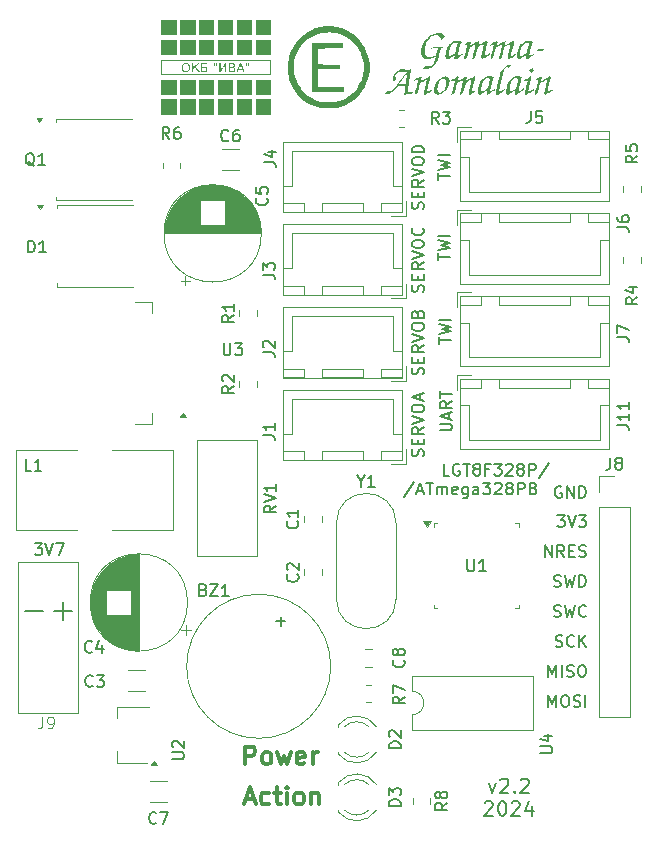
<source format=gbr>
%TF.GenerationSoftware,KiCad,Pcbnew,8.0.0-8.0.0-1~ubuntu20.04.1*%
%TF.CreationDate,2024-04-10T23:06:07+05:00*%
%TF.ProjectId,GammaAnomalain,47616d6d-6141-46e6-9f6d-616c61696e2e,rev?*%
%TF.SameCoordinates,Original*%
%TF.FileFunction,Legend,Top*%
%TF.FilePolarity,Positive*%
%FSLAX46Y46*%
G04 Gerber Fmt 4.6, Leading zero omitted, Abs format (unit mm)*
G04 Created by KiCad (PCBNEW 8.0.0-8.0.0-1~ubuntu20.04.1) date 2024-04-10 23:06:07*
%MOMM*%
%LPD*%
G01*
G04 APERTURE LIST*
%ADD10C,0.150000*%
%ADD11C,0.300000*%
%ADD12C,0.200000*%
%ADD13C,0.500000*%
%ADD14C,0.100000*%
%ADD15C,0.120000*%
%ADD16C,0.000000*%
G04 APERTURE END LIST*
D10*
X134322200Y-73190475D02*
X134369819Y-73047618D01*
X134369819Y-73047618D02*
X134369819Y-72809523D01*
X134369819Y-72809523D02*
X134322200Y-72714285D01*
X134322200Y-72714285D02*
X134274580Y-72666666D01*
X134274580Y-72666666D02*
X134179342Y-72619047D01*
X134179342Y-72619047D02*
X134084104Y-72619047D01*
X134084104Y-72619047D02*
X133988866Y-72666666D01*
X133988866Y-72666666D02*
X133941247Y-72714285D01*
X133941247Y-72714285D02*
X133893628Y-72809523D01*
X133893628Y-72809523D02*
X133846009Y-72999999D01*
X133846009Y-72999999D02*
X133798390Y-73095237D01*
X133798390Y-73095237D02*
X133750771Y-73142856D01*
X133750771Y-73142856D02*
X133655533Y-73190475D01*
X133655533Y-73190475D02*
X133560295Y-73190475D01*
X133560295Y-73190475D02*
X133465057Y-73142856D01*
X133465057Y-73142856D02*
X133417438Y-73095237D01*
X133417438Y-73095237D02*
X133369819Y-72999999D01*
X133369819Y-72999999D02*
X133369819Y-72761904D01*
X133369819Y-72761904D02*
X133417438Y-72619047D01*
X133846009Y-72190475D02*
X133846009Y-71857142D01*
X134369819Y-71714285D02*
X134369819Y-72190475D01*
X134369819Y-72190475D02*
X133369819Y-72190475D01*
X133369819Y-72190475D02*
X133369819Y-71714285D01*
X134369819Y-70714285D02*
X133893628Y-71047618D01*
X134369819Y-71285713D02*
X133369819Y-71285713D01*
X133369819Y-71285713D02*
X133369819Y-70904761D01*
X133369819Y-70904761D02*
X133417438Y-70809523D01*
X133417438Y-70809523D02*
X133465057Y-70761904D01*
X133465057Y-70761904D02*
X133560295Y-70714285D01*
X133560295Y-70714285D02*
X133703152Y-70714285D01*
X133703152Y-70714285D02*
X133798390Y-70761904D01*
X133798390Y-70761904D02*
X133846009Y-70809523D01*
X133846009Y-70809523D02*
X133893628Y-70904761D01*
X133893628Y-70904761D02*
X133893628Y-71285713D01*
X133369819Y-70428570D02*
X134369819Y-70095237D01*
X134369819Y-70095237D02*
X133369819Y-69761904D01*
X133369819Y-69238094D02*
X133369819Y-69047618D01*
X133369819Y-69047618D02*
X133417438Y-68952380D01*
X133417438Y-68952380D02*
X133512676Y-68857142D01*
X133512676Y-68857142D02*
X133703152Y-68809523D01*
X133703152Y-68809523D02*
X134036485Y-68809523D01*
X134036485Y-68809523D02*
X134226961Y-68857142D01*
X134226961Y-68857142D02*
X134322200Y-68952380D01*
X134322200Y-68952380D02*
X134369819Y-69047618D01*
X134369819Y-69047618D02*
X134369819Y-69238094D01*
X134369819Y-69238094D02*
X134322200Y-69333332D01*
X134322200Y-69333332D02*
X134226961Y-69428570D01*
X134226961Y-69428570D02*
X134036485Y-69476189D01*
X134036485Y-69476189D02*
X133703152Y-69476189D01*
X133703152Y-69476189D02*
X133512676Y-69428570D01*
X133512676Y-69428570D02*
X133417438Y-69333332D01*
X133417438Y-69333332D02*
X133369819Y-69238094D01*
X134274580Y-67809523D02*
X134322200Y-67857142D01*
X134322200Y-67857142D02*
X134369819Y-67999999D01*
X134369819Y-67999999D02*
X134369819Y-68095237D01*
X134369819Y-68095237D02*
X134322200Y-68238094D01*
X134322200Y-68238094D02*
X134226961Y-68333332D01*
X134226961Y-68333332D02*
X134131723Y-68380951D01*
X134131723Y-68380951D02*
X133941247Y-68428570D01*
X133941247Y-68428570D02*
X133798390Y-68428570D01*
X133798390Y-68428570D02*
X133607914Y-68380951D01*
X133607914Y-68380951D02*
X133512676Y-68333332D01*
X133512676Y-68333332D02*
X133417438Y-68238094D01*
X133417438Y-68238094D02*
X133369819Y-68095237D01*
X133369819Y-68095237D02*
X133369819Y-67999999D01*
X133369819Y-67999999D02*
X133417438Y-67857142D01*
X133417438Y-67857142D02*
X133465057Y-67809523D01*
X145682268Y-92114819D02*
X146301315Y-92114819D01*
X146301315Y-92114819D02*
X145967982Y-92495771D01*
X145967982Y-92495771D02*
X146110839Y-92495771D01*
X146110839Y-92495771D02*
X146206077Y-92543390D01*
X146206077Y-92543390D02*
X146253696Y-92591009D01*
X146253696Y-92591009D02*
X146301315Y-92686247D01*
X146301315Y-92686247D02*
X146301315Y-92924342D01*
X146301315Y-92924342D02*
X146253696Y-93019580D01*
X146253696Y-93019580D02*
X146206077Y-93067200D01*
X146206077Y-93067200D02*
X146110839Y-93114819D01*
X146110839Y-93114819D02*
X145825125Y-93114819D01*
X145825125Y-93114819D02*
X145729887Y-93067200D01*
X145729887Y-93067200D02*
X145682268Y-93019580D01*
X146587030Y-92114819D02*
X146920363Y-93114819D01*
X146920363Y-93114819D02*
X147253696Y-92114819D01*
X147491792Y-92114819D02*
X148110839Y-92114819D01*
X148110839Y-92114819D02*
X147777506Y-92495771D01*
X147777506Y-92495771D02*
X147920363Y-92495771D01*
X147920363Y-92495771D02*
X148015601Y-92543390D01*
X148015601Y-92543390D02*
X148063220Y-92591009D01*
X148063220Y-92591009D02*
X148110839Y-92686247D01*
X148110839Y-92686247D02*
X148110839Y-92924342D01*
X148110839Y-92924342D02*
X148063220Y-93019580D01*
X148063220Y-93019580D02*
X148015601Y-93067200D01*
X148015601Y-93067200D02*
X147920363Y-93114819D01*
X147920363Y-93114819D02*
X147634649Y-93114819D01*
X147634649Y-93114819D02*
X147539411Y-93067200D01*
X147539411Y-93067200D02*
X147491792Y-93019580D01*
X135569819Y-63695237D02*
X135569819Y-63123809D01*
X136569819Y-63409523D02*
X135569819Y-63409523D01*
X135569819Y-62885713D02*
X136569819Y-62647618D01*
X136569819Y-62647618D02*
X135855533Y-62457142D01*
X135855533Y-62457142D02*
X136569819Y-62266666D01*
X136569819Y-62266666D02*
X135569819Y-62028571D01*
X136569819Y-61647618D02*
X135569819Y-61647618D01*
X145396554Y-98147200D02*
X145539411Y-98194819D01*
X145539411Y-98194819D02*
X145777506Y-98194819D01*
X145777506Y-98194819D02*
X145872744Y-98147200D01*
X145872744Y-98147200D02*
X145920363Y-98099580D01*
X145920363Y-98099580D02*
X145967982Y-98004342D01*
X145967982Y-98004342D02*
X145967982Y-97909104D01*
X145967982Y-97909104D02*
X145920363Y-97813866D01*
X145920363Y-97813866D02*
X145872744Y-97766247D01*
X145872744Y-97766247D02*
X145777506Y-97718628D01*
X145777506Y-97718628D02*
X145587030Y-97671009D01*
X145587030Y-97671009D02*
X145491792Y-97623390D01*
X145491792Y-97623390D02*
X145444173Y-97575771D01*
X145444173Y-97575771D02*
X145396554Y-97480533D01*
X145396554Y-97480533D02*
X145396554Y-97385295D01*
X145396554Y-97385295D02*
X145444173Y-97290057D01*
X145444173Y-97290057D02*
X145491792Y-97242438D01*
X145491792Y-97242438D02*
X145587030Y-97194819D01*
X145587030Y-97194819D02*
X145825125Y-97194819D01*
X145825125Y-97194819D02*
X145967982Y-97242438D01*
X146301316Y-97194819D02*
X146539411Y-98194819D01*
X146539411Y-98194819D02*
X146729887Y-97480533D01*
X146729887Y-97480533D02*
X146920363Y-98194819D01*
X146920363Y-98194819D02*
X147158459Y-97194819D01*
X147539411Y-98194819D02*
X147539411Y-97194819D01*
X147539411Y-97194819D02*
X147777506Y-97194819D01*
X147777506Y-97194819D02*
X147920363Y-97242438D01*
X147920363Y-97242438D02*
X148015601Y-97337676D01*
X148015601Y-97337676D02*
X148063220Y-97432914D01*
X148063220Y-97432914D02*
X148110839Y-97623390D01*
X148110839Y-97623390D02*
X148110839Y-97766247D01*
X148110839Y-97766247D02*
X148063220Y-97956723D01*
X148063220Y-97956723D02*
X148015601Y-98051961D01*
X148015601Y-98051961D02*
X147920363Y-98147200D01*
X147920363Y-98147200D02*
X147777506Y-98194819D01*
X147777506Y-98194819D02*
X147539411Y-98194819D01*
X101441541Y-94469819D02*
X102060588Y-94469819D01*
X102060588Y-94469819D02*
X101727255Y-94850771D01*
X101727255Y-94850771D02*
X101870112Y-94850771D01*
X101870112Y-94850771D02*
X101965350Y-94898390D01*
X101965350Y-94898390D02*
X102012969Y-94946009D01*
X102012969Y-94946009D02*
X102060588Y-95041247D01*
X102060588Y-95041247D02*
X102060588Y-95279342D01*
X102060588Y-95279342D02*
X102012969Y-95374580D01*
X102012969Y-95374580D02*
X101965350Y-95422200D01*
X101965350Y-95422200D02*
X101870112Y-95469819D01*
X101870112Y-95469819D02*
X101584398Y-95469819D01*
X101584398Y-95469819D02*
X101489160Y-95422200D01*
X101489160Y-95422200D02*
X101441541Y-95374580D01*
X102346303Y-94469819D02*
X102679636Y-95469819D01*
X102679636Y-95469819D02*
X103012969Y-94469819D01*
X103251065Y-94469819D02*
X103917731Y-94469819D01*
X103917731Y-94469819D02*
X103489160Y-95469819D01*
X135669819Y-77595237D02*
X135669819Y-77023809D01*
X136669819Y-77309523D02*
X135669819Y-77309523D01*
X135669819Y-76785713D02*
X136669819Y-76547618D01*
X136669819Y-76547618D02*
X135955533Y-76357142D01*
X135955533Y-76357142D02*
X136669819Y-76166666D01*
X136669819Y-76166666D02*
X135669819Y-75928571D01*
X136669819Y-75547618D02*
X135669819Y-75547618D01*
X136529886Y-88754819D02*
X136053696Y-88754819D01*
X136053696Y-88754819D02*
X136053696Y-87754819D01*
X137387029Y-87802438D02*
X137291791Y-87754819D01*
X137291791Y-87754819D02*
X137148934Y-87754819D01*
X137148934Y-87754819D02*
X137006077Y-87802438D01*
X137006077Y-87802438D02*
X136910839Y-87897676D01*
X136910839Y-87897676D02*
X136863220Y-87992914D01*
X136863220Y-87992914D02*
X136815601Y-88183390D01*
X136815601Y-88183390D02*
X136815601Y-88326247D01*
X136815601Y-88326247D02*
X136863220Y-88516723D01*
X136863220Y-88516723D02*
X136910839Y-88611961D01*
X136910839Y-88611961D02*
X137006077Y-88707200D01*
X137006077Y-88707200D02*
X137148934Y-88754819D01*
X137148934Y-88754819D02*
X137244172Y-88754819D01*
X137244172Y-88754819D02*
X137387029Y-88707200D01*
X137387029Y-88707200D02*
X137434648Y-88659580D01*
X137434648Y-88659580D02*
X137434648Y-88326247D01*
X137434648Y-88326247D02*
X137244172Y-88326247D01*
X137720363Y-87754819D02*
X138291791Y-87754819D01*
X138006077Y-88754819D02*
X138006077Y-87754819D01*
X138767982Y-88183390D02*
X138672744Y-88135771D01*
X138672744Y-88135771D02*
X138625125Y-88088152D01*
X138625125Y-88088152D02*
X138577506Y-87992914D01*
X138577506Y-87992914D02*
X138577506Y-87945295D01*
X138577506Y-87945295D02*
X138625125Y-87850057D01*
X138625125Y-87850057D02*
X138672744Y-87802438D01*
X138672744Y-87802438D02*
X138767982Y-87754819D01*
X138767982Y-87754819D02*
X138958458Y-87754819D01*
X138958458Y-87754819D02*
X139053696Y-87802438D01*
X139053696Y-87802438D02*
X139101315Y-87850057D01*
X139101315Y-87850057D02*
X139148934Y-87945295D01*
X139148934Y-87945295D02*
X139148934Y-87992914D01*
X139148934Y-87992914D02*
X139101315Y-88088152D01*
X139101315Y-88088152D02*
X139053696Y-88135771D01*
X139053696Y-88135771D02*
X138958458Y-88183390D01*
X138958458Y-88183390D02*
X138767982Y-88183390D01*
X138767982Y-88183390D02*
X138672744Y-88231009D01*
X138672744Y-88231009D02*
X138625125Y-88278628D01*
X138625125Y-88278628D02*
X138577506Y-88373866D01*
X138577506Y-88373866D02*
X138577506Y-88564342D01*
X138577506Y-88564342D02*
X138625125Y-88659580D01*
X138625125Y-88659580D02*
X138672744Y-88707200D01*
X138672744Y-88707200D02*
X138767982Y-88754819D01*
X138767982Y-88754819D02*
X138958458Y-88754819D01*
X138958458Y-88754819D02*
X139053696Y-88707200D01*
X139053696Y-88707200D02*
X139101315Y-88659580D01*
X139101315Y-88659580D02*
X139148934Y-88564342D01*
X139148934Y-88564342D02*
X139148934Y-88373866D01*
X139148934Y-88373866D02*
X139101315Y-88278628D01*
X139101315Y-88278628D02*
X139053696Y-88231009D01*
X139053696Y-88231009D02*
X138958458Y-88183390D01*
X139910839Y-88231009D02*
X139577506Y-88231009D01*
X139577506Y-88754819D02*
X139577506Y-87754819D01*
X139577506Y-87754819D02*
X140053696Y-87754819D01*
X140339411Y-87754819D02*
X140958458Y-87754819D01*
X140958458Y-87754819D02*
X140625125Y-88135771D01*
X140625125Y-88135771D02*
X140767982Y-88135771D01*
X140767982Y-88135771D02*
X140863220Y-88183390D01*
X140863220Y-88183390D02*
X140910839Y-88231009D01*
X140910839Y-88231009D02*
X140958458Y-88326247D01*
X140958458Y-88326247D02*
X140958458Y-88564342D01*
X140958458Y-88564342D02*
X140910839Y-88659580D01*
X140910839Y-88659580D02*
X140863220Y-88707200D01*
X140863220Y-88707200D02*
X140767982Y-88754819D01*
X140767982Y-88754819D02*
X140482268Y-88754819D01*
X140482268Y-88754819D02*
X140387030Y-88707200D01*
X140387030Y-88707200D02*
X140339411Y-88659580D01*
X141339411Y-87850057D02*
X141387030Y-87802438D01*
X141387030Y-87802438D02*
X141482268Y-87754819D01*
X141482268Y-87754819D02*
X141720363Y-87754819D01*
X141720363Y-87754819D02*
X141815601Y-87802438D01*
X141815601Y-87802438D02*
X141863220Y-87850057D01*
X141863220Y-87850057D02*
X141910839Y-87945295D01*
X141910839Y-87945295D02*
X141910839Y-88040533D01*
X141910839Y-88040533D02*
X141863220Y-88183390D01*
X141863220Y-88183390D02*
X141291792Y-88754819D01*
X141291792Y-88754819D02*
X141910839Y-88754819D01*
X142482268Y-88183390D02*
X142387030Y-88135771D01*
X142387030Y-88135771D02*
X142339411Y-88088152D01*
X142339411Y-88088152D02*
X142291792Y-87992914D01*
X142291792Y-87992914D02*
X142291792Y-87945295D01*
X142291792Y-87945295D02*
X142339411Y-87850057D01*
X142339411Y-87850057D02*
X142387030Y-87802438D01*
X142387030Y-87802438D02*
X142482268Y-87754819D01*
X142482268Y-87754819D02*
X142672744Y-87754819D01*
X142672744Y-87754819D02*
X142767982Y-87802438D01*
X142767982Y-87802438D02*
X142815601Y-87850057D01*
X142815601Y-87850057D02*
X142863220Y-87945295D01*
X142863220Y-87945295D02*
X142863220Y-87992914D01*
X142863220Y-87992914D02*
X142815601Y-88088152D01*
X142815601Y-88088152D02*
X142767982Y-88135771D01*
X142767982Y-88135771D02*
X142672744Y-88183390D01*
X142672744Y-88183390D02*
X142482268Y-88183390D01*
X142482268Y-88183390D02*
X142387030Y-88231009D01*
X142387030Y-88231009D02*
X142339411Y-88278628D01*
X142339411Y-88278628D02*
X142291792Y-88373866D01*
X142291792Y-88373866D02*
X142291792Y-88564342D01*
X142291792Y-88564342D02*
X142339411Y-88659580D01*
X142339411Y-88659580D02*
X142387030Y-88707200D01*
X142387030Y-88707200D02*
X142482268Y-88754819D01*
X142482268Y-88754819D02*
X142672744Y-88754819D01*
X142672744Y-88754819D02*
X142767982Y-88707200D01*
X142767982Y-88707200D02*
X142815601Y-88659580D01*
X142815601Y-88659580D02*
X142863220Y-88564342D01*
X142863220Y-88564342D02*
X142863220Y-88373866D01*
X142863220Y-88373866D02*
X142815601Y-88278628D01*
X142815601Y-88278628D02*
X142767982Y-88231009D01*
X142767982Y-88231009D02*
X142672744Y-88183390D01*
X143291792Y-88754819D02*
X143291792Y-87754819D01*
X143291792Y-87754819D02*
X143672744Y-87754819D01*
X143672744Y-87754819D02*
X143767982Y-87802438D01*
X143767982Y-87802438D02*
X143815601Y-87850057D01*
X143815601Y-87850057D02*
X143863220Y-87945295D01*
X143863220Y-87945295D02*
X143863220Y-88088152D01*
X143863220Y-88088152D02*
X143815601Y-88183390D01*
X143815601Y-88183390D02*
X143767982Y-88231009D01*
X143767982Y-88231009D02*
X143672744Y-88278628D01*
X143672744Y-88278628D02*
X143291792Y-88278628D01*
X145006077Y-87707200D02*
X144148935Y-88992914D01*
X135569819Y-70495237D02*
X135569819Y-69923809D01*
X136569819Y-70209523D02*
X135569819Y-70209523D01*
X135569819Y-69685713D02*
X136569819Y-69447618D01*
X136569819Y-69447618D02*
X135855533Y-69257142D01*
X135855533Y-69257142D02*
X136569819Y-69066666D01*
X136569819Y-69066666D02*
X135569819Y-68828571D01*
X136569819Y-68447618D02*
X135569819Y-68447618D01*
X145396554Y-100687200D02*
X145539411Y-100734819D01*
X145539411Y-100734819D02*
X145777506Y-100734819D01*
X145777506Y-100734819D02*
X145872744Y-100687200D01*
X145872744Y-100687200D02*
X145920363Y-100639580D01*
X145920363Y-100639580D02*
X145967982Y-100544342D01*
X145967982Y-100544342D02*
X145967982Y-100449104D01*
X145967982Y-100449104D02*
X145920363Y-100353866D01*
X145920363Y-100353866D02*
X145872744Y-100306247D01*
X145872744Y-100306247D02*
X145777506Y-100258628D01*
X145777506Y-100258628D02*
X145587030Y-100211009D01*
X145587030Y-100211009D02*
X145491792Y-100163390D01*
X145491792Y-100163390D02*
X145444173Y-100115771D01*
X145444173Y-100115771D02*
X145396554Y-100020533D01*
X145396554Y-100020533D02*
X145396554Y-99925295D01*
X145396554Y-99925295D02*
X145444173Y-99830057D01*
X145444173Y-99830057D02*
X145491792Y-99782438D01*
X145491792Y-99782438D02*
X145587030Y-99734819D01*
X145587030Y-99734819D02*
X145825125Y-99734819D01*
X145825125Y-99734819D02*
X145967982Y-99782438D01*
X146301316Y-99734819D02*
X146539411Y-100734819D01*
X146539411Y-100734819D02*
X146729887Y-100020533D01*
X146729887Y-100020533D02*
X146920363Y-100734819D01*
X146920363Y-100734819D02*
X147158459Y-99734819D01*
X148110839Y-100639580D02*
X148063220Y-100687200D01*
X148063220Y-100687200D02*
X147920363Y-100734819D01*
X147920363Y-100734819D02*
X147825125Y-100734819D01*
X147825125Y-100734819D02*
X147682268Y-100687200D01*
X147682268Y-100687200D02*
X147587030Y-100591961D01*
X147587030Y-100591961D02*
X147539411Y-100496723D01*
X147539411Y-100496723D02*
X147491792Y-100306247D01*
X147491792Y-100306247D02*
X147491792Y-100163390D01*
X147491792Y-100163390D02*
X147539411Y-99972914D01*
X147539411Y-99972914D02*
X147587030Y-99877676D01*
X147587030Y-99877676D02*
X147682268Y-99782438D01*
X147682268Y-99782438D02*
X147825125Y-99734819D01*
X147825125Y-99734819D02*
X147920363Y-99734819D01*
X147920363Y-99734819D02*
X148063220Y-99782438D01*
X148063220Y-99782438D02*
X148110839Y-99830057D01*
X103074874Y-100185533D02*
X104598684Y-100185533D01*
X103836779Y-100947438D02*
X103836779Y-99423628D01*
D11*
X119254510Y-113200828D02*
X119254510Y-111700828D01*
X119254510Y-111700828D02*
X119825939Y-111700828D01*
X119825939Y-111700828D02*
X119968796Y-111772257D01*
X119968796Y-111772257D02*
X120040225Y-111843685D01*
X120040225Y-111843685D02*
X120111653Y-111986542D01*
X120111653Y-111986542D02*
X120111653Y-112200828D01*
X120111653Y-112200828D02*
X120040225Y-112343685D01*
X120040225Y-112343685D02*
X119968796Y-112415114D01*
X119968796Y-112415114D02*
X119825939Y-112486542D01*
X119825939Y-112486542D02*
X119254510Y-112486542D01*
X120968796Y-113200828D02*
X120825939Y-113129400D01*
X120825939Y-113129400D02*
X120754510Y-113057971D01*
X120754510Y-113057971D02*
X120683082Y-112915114D01*
X120683082Y-112915114D02*
X120683082Y-112486542D01*
X120683082Y-112486542D02*
X120754510Y-112343685D01*
X120754510Y-112343685D02*
X120825939Y-112272257D01*
X120825939Y-112272257D02*
X120968796Y-112200828D01*
X120968796Y-112200828D02*
X121183082Y-112200828D01*
X121183082Y-112200828D02*
X121325939Y-112272257D01*
X121325939Y-112272257D02*
X121397368Y-112343685D01*
X121397368Y-112343685D02*
X121468796Y-112486542D01*
X121468796Y-112486542D02*
X121468796Y-112915114D01*
X121468796Y-112915114D02*
X121397368Y-113057971D01*
X121397368Y-113057971D02*
X121325939Y-113129400D01*
X121325939Y-113129400D02*
X121183082Y-113200828D01*
X121183082Y-113200828D02*
X120968796Y-113200828D01*
X121968796Y-112200828D02*
X122254511Y-113200828D01*
X122254511Y-113200828D02*
X122540225Y-112486542D01*
X122540225Y-112486542D02*
X122825939Y-113200828D01*
X122825939Y-113200828D02*
X123111653Y-112200828D01*
X124254511Y-113129400D02*
X124111654Y-113200828D01*
X124111654Y-113200828D02*
X123825940Y-113200828D01*
X123825940Y-113200828D02*
X123683082Y-113129400D01*
X123683082Y-113129400D02*
X123611654Y-112986542D01*
X123611654Y-112986542D02*
X123611654Y-112415114D01*
X123611654Y-112415114D02*
X123683082Y-112272257D01*
X123683082Y-112272257D02*
X123825940Y-112200828D01*
X123825940Y-112200828D02*
X124111654Y-112200828D01*
X124111654Y-112200828D02*
X124254511Y-112272257D01*
X124254511Y-112272257D02*
X124325940Y-112415114D01*
X124325940Y-112415114D02*
X124325940Y-112557971D01*
X124325940Y-112557971D02*
X123611654Y-112700828D01*
X124968796Y-113200828D02*
X124968796Y-112200828D01*
X124968796Y-112486542D02*
X125040225Y-112343685D01*
X125040225Y-112343685D02*
X125111654Y-112272257D01*
X125111654Y-112272257D02*
X125254511Y-112200828D01*
X125254511Y-112200828D02*
X125397368Y-112200828D01*
D10*
X144920364Y-105814819D02*
X144920364Y-104814819D01*
X144920364Y-104814819D02*
X145253697Y-105529104D01*
X145253697Y-105529104D02*
X145587030Y-104814819D01*
X145587030Y-104814819D02*
X145587030Y-105814819D01*
X146063221Y-105814819D02*
X146063221Y-104814819D01*
X146491792Y-105767200D02*
X146634649Y-105814819D01*
X146634649Y-105814819D02*
X146872744Y-105814819D01*
X146872744Y-105814819D02*
X146967982Y-105767200D01*
X146967982Y-105767200D02*
X147015601Y-105719580D01*
X147015601Y-105719580D02*
X147063220Y-105624342D01*
X147063220Y-105624342D02*
X147063220Y-105529104D01*
X147063220Y-105529104D02*
X147015601Y-105433866D01*
X147015601Y-105433866D02*
X146967982Y-105386247D01*
X146967982Y-105386247D02*
X146872744Y-105338628D01*
X146872744Y-105338628D02*
X146682268Y-105291009D01*
X146682268Y-105291009D02*
X146587030Y-105243390D01*
X146587030Y-105243390D02*
X146539411Y-105195771D01*
X146539411Y-105195771D02*
X146491792Y-105100533D01*
X146491792Y-105100533D02*
X146491792Y-105005295D01*
X146491792Y-105005295D02*
X146539411Y-104910057D01*
X146539411Y-104910057D02*
X146587030Y-104862438D01*
X146587030Y-104862438D02*
X146682268Y-104814819D01*
X146682268Y-104814819D02*
X146920363Y-104814819D01*
X146920363Y-104814819D02*
X147063220Y-104862438D01*
X147682268Y-104814819D02*
X147872744Y-104814819D01*
X147872744Y-104814819D02*
X147967982Y-104862438D01*
X147967982Y-104862438D02*
X148063220Y-104957676D01*
X148063220Y-104957676D02*
X148110839Y-105148152D01*
X148110839Y-105148152D02*
X148110839Y-105481485D01*
X148110839Y-105481485D02*
X148063220Y-105671961D01*
X148063220Y-105671961D02*
X147967982Y-105767200D01*
X147967982Y-105767200D02*
X147872744Y-105814819D01*
X147872744Y-105814819D02*
X147682268Y-105814819D01*
X147682268Y-105814819D02*
X147587030Y-105767200D01*
X147587030Y-105767200D02*
X147491792Y-105671961D01*
X147491792Y-105671961D02*
X147444173Y-105481485D01*
X147444173Y-105481485D02*
X147444173Y-105148152D01*
X147444173Y-105148152D02*
X147491792Y-104957676D01*
X147491792Y-104957676D02*
X147587030Y-104862438D01*
X147587030Y-104862438D02*
X147682268Y-104814819D01*
D11*
X119283082Y-116172257D02*
X119997368Y-116172257D01*
X119140225Y-116600828D02*
X119640225Y-115100828D01*
X119640225Y-115100828D02*
X120140225Y-116600828D01*
X121283082Y-116529400D02*
X121140224Y-116600828D01*
X121140224Y-116600828D02*
X120854510Y-116600828D01*
X120854510Y-116600828D02*
X120711653Y-116529400D01*
X120711653Y-116529400D02*
X120640224Y-116457971D01*
X120640224Y-116457971D02*
X120568796Y-116315114D01*
X120568796Y-116315114D02*
X120568796Y-115886542D01*
X120568796Y-115886542D02*
X120640224Y-115743685D01*
X120640224Y-115743685D02*
X120711653Y-115672257D01*
X120711653Y-115672257D02*
X120854510Y-115600828D01*
X120854510Y-115600828D02*
X121140224Y-115600828D01*
X121140224Y-115600828D02*
X121283082Y-115672257D01*
X121711653Y-115600828D02*
X122283081Y-115600828D01*
X121925938Y-115100828D02*
X121925938Y-116386542D01*
X121925938Y-116386542D02*
X121997367Y-116529400D01*
X121997367Y-116529400D02*
X122140224Y-116600828D01*
X122140224Y-116600828D02*
X122283081Y-116600828D01*
X122783081Y-116600828D02*
X122783081Y-115600828D01*
X122783081Y-115100828D02*
X122711653Y-115172257D01*
X122711653Y-115172257D02*
X122783081Y-115243685D01*
X122783081Y-115243685D02*
X122854510Y-115172257D01*
X122854510Y-115172257D02*
X122783081Y-115100828D01*
X122783081Y-115100828D02*
X122783081Y-115243685D01*
X123711653Y-116600828D02*
X123568796Y-116529400D01*
X123568796Y-116529400D02*
X123497367Y-116457971D01*
X123497367Y-116457971D02*
X123425939Y-116315114D01*
X123425939Y-116315114D02*
X123425939Y-115886542D01*
X123425939Y-115886542D02*
X123497367Y-115743685D01*
X123497367Y-115743685D02*
X123568796Y-115672257D01*
X123568796Y-115672257D02*
X123711653Y-115600828D01*
X123711653Y-115600828D02*
X123925939Y-115600828D01*
X123925939Y-115600828D02*
X124068796Y-115672257D01*
X124068796Y-115672257D02*
X124140225Y-115743685D01*
X124140225Y-115743685D02*
X124211653Y-115886542D01*
X124211653Y-115886542D02*
X124211653Y-116315114D01*
X124211653Y-116315114D02*
X124140225Y-116457971D01*
X124140225Y-116457971D02*
X124068796Y-116529400D01*
X124068796Y-116529400D02*
X123925939Y-116600828D01*
X123925939Y-116600828D02*
X123711653Y-116600828D01*
X124854510Y-115600828D02*
X124854510Y-116600828D01*
X124854510Y-115743685D02*
X124925939Y-115672257D01*
X124925939Y-115672257D02*
X125068796Y-115600828D01*
X125068796Y-115600828D02*
X125283082Y-115600828D01*
X125283082Y-115600828D02*
X125425939Y-115672257D01*
X125425939Y-115672257D02*
X125497368Y-115815114D01*
X125497368Y-115815114D02*
X125497368Y-116600828D01*
D10*
X145539411Y-103227200D02*
X145682268Y-103274819D01*
X145682268Y-103274819D02*
X145920363Y-103274819D01*
X145920363Y-103274819D02*
X146015601Y-103227200D01*
X146015601Y-103227200D02*
X146063220Y-103179580D01*
X146063220Y-103179580D02*
X146110839Y-103084342D01*
X146110839Y-103084342D02*
X146110839Y-102989104D01*
X146110839Y-102989104D02*
X146063220Y-102893866D01*
X146063220Y-102893866D02*
X146015601Y-102846247D01*
X146015601Y-102846247D02*
X145920363Y-102798628D01*
X145920363Y-102798628D02*
X145729887Y-102751009D01*
X145729887Y-102751009D02*
X145634649Y-102703390D01*
X145634649Y-102703390D02*
X145587030Y-102655771D01*
X145587030Y-102655771D02*
X145539411Y-102560533D01*
X145539411Y-102560533D02*
X145539411Y-102465295D01*
X145539411Y-102465295D02*
X145587030Y-102370057D01*
X145587030Y-102370057D02*
X145634649Y-102322438D01*
X145634649Y-102322438D02*
X145729887Y-102274819D01*
X145729887Y-102274819D02*
X145967982Y-102274819D01*
X145967982Y-102274819D02*
X146110839Y-102322438D01*
X147110839Y-103179580D02*
X147063220Y-103227200D01*
X147063220Y-103227200D02*
X146920363Y-103274819D01*
X146920363Y-103274819D02*
X146825125Y-103274819D01*
X146825125Y-103274819D02*
X146682268Y-103227200D01*
X146682268Y-103227200D02*
X146587030Y-103131961D01*
X146587030Y-103131961D02*
X146539411Y-103036723D01*
X146539411Y-103036723D02*
X146491792Y-102846247D01*
X146491792Y-102846247D02*
X146491792Y-102703390D01*
X146491792Y-102703390D02*
X146539411Y-102512914D01*
X146539411Y-102512914D02*
X146587030Y-102417676D01*
X146587030Y-102417676D02*
X146682268Y-102322438D01*
X146682268Y-102322438D02*
X146825125Y-102274819D01*
X146825125Y-102274819D02*
X146920363Y-102274819D01*
X146920363Y-102274819D02*
X147063220Y-102322438D01*
X147063220Y-102322438D02*
X147110839Y-102370057D01*
X147539411Y-103274819D02*
X147539411Y-102274819D01*
X148110839Y-103274819D02*
X147682268Y-102703390D01*
X148110839Y-102274819D02*
X147539411Y-102846247D01*
X133529886Y-89307200D02*
X132672744Y-90592914D01*
X133815601Y-90069104D02*
X134291791Y-90069104D01*
X133720363Y-90354819D02*
X134053696Y-89354819D01*
X134053696Y-89354819D02*
X134387029Y-90354819D01*
X134577506Y-89354819D02*
X135148934Y-89354819D01*
X134863220Y-90354819D02*
X134863220Y-89354819D01*
X135482268Y-90354819D02*
X135482268Y-89688152D01*
X135482268Y-89783390D02*
X135529887Y-89735771D01*
X135529887Y-89735771D02*
X135625125Y-89688152D01*
X135625125Y-89688152D02*
X135767982Y-89688152D01*
X135767982Y-89688152D02*
X135863220Y-89735771D01*
X135863220Y-89735771D02*
X135910839Y-89831009D01*
X135910839Y-89831009D02*
X135910839Y-90354819D01*
X135910839Y-89831009D02*
X135958458Y-89735771D01*
X135958458Y-89735771D02*
X136053696Y-89688152D01*
X136053696Y-89688152D02*
X136196553Y-89688152D01*
X136196553Y-89688152D02*
X136291792Y-89735771D01*
X136291792Y-89735771D02*
X136339411Y-89831009D01*
X136339411Y-89831009D02*
X136339411Y-90354819D01*
X137196553Y-90307200D02*
X137101315Y-90354819D01*
X137101315Y-90354819D02*
X136910839Y-90354819D01*
X136910839Y-90354819D02*
X136815601Y-90307200D01*
X136815601Y-90307200D02*
X136767982Y-90211961D01*
X136767982Y-90211961D02*
X136767982Y-89831009D01*
X136767982Y-89831009D02*
X136815601Y-89735771D01*
X136815601Y-89735771D02*
X136910839Y-89688152D01*
X136910839Y-89688152D02*
X137101315Y-89688152D01*
X137101315Y-89688152D02*
X137196553Y-89735771D01*
X137196553Y-89735771D02*
X137244172Y-89831009D01*
X137244172Y-89831009D02*
X137244172Y-89926247D01*
X137244172Y-89926247D02*
X136767982Y-90021485D01*
X138101315Y-89688152D02*
X138101315Y-90497676D01*
X138101315Y-90497676D02*
X138053696Y-90592914D01*
X138053696Y-90592914D02*
X138006077Y-90640533D01*
X138006077Y-90640533D02*
X137910839Y-90688152D01*
X137910839Y-90688152D02*
X137767982Y-90688152D01*
X137767982Y-90688152D02*
X137672744Y-90640533D01*
X138101315Y-90307200D02*
X138006077Y-90354819D01*
X138006077Y-90354819D02*
X137815601Y-90354819D01*
X137815601Y-90354819D02*
X137720363Y-90307200D01*
X137720363Y-90307200D02*
X137672744Y-90259580D01*
X137672744Y-90259580D02*
X137625125Y-90164342D01*
X137625125Y-90164342D02*
X137625125Y-89878628D01*
X137625125Y-89878628D02*
X137672744Y-89783390D01*
X137672744Y-89783390D02*
X137720363Y-89735771D01*
X137720363Y-89735771D02*
X137815601Y-89688152D01*
X137815601Y-89688152D02*
X138006077Y-89688152D01*
X138006077Y-89688152D02*
X138101315Y-89735771D01*
X139006077Y-90354819D02*
X139006077Y-89831009D01*
X139006077Y-89831009D02*
X138958458Y-89735771D01*
X138958458Y-89735771D02*
X138863220Y-89688152D01*
X138863220Y-89688152D02*
X138672744Y-89688152D01*
X138672744Y-89688152D02*
X138577506Y-89735771D01*
X139006077Y-90307200D02*
X138910839Y-90354819D01*
X138910839Y-90354819D02*
X138672744Y-90354819D01*
X138672744Y-90354819D02*
X138577506Y-90307200D01*
X138577506Y-90307200D02*
X138529887Y-90211961D01*
X138529887Y-90211961D02*
X138529887Y-90116723D01*
X138529887Y-90116723D02*
X138577506Y-90021485D01*
X138577506Y-90021485D02*
X138672744Y-89973866D01*
X138672744Y-89973866D02*
X138910839Y-89973866D01*
X138910839Y-89973866D02*
X139006077Y-89926247D01*
X139387030Y-89354819D02*
X140006077Y-89354819D01*
X140006077Y-89354819D02*
X139672744Y-89735771D01*
X139672744Y-89735771D02*
X139815601Y-89735771D01*
X139815601Y-89735771D02*
X139910839Y-89783390D01*
X139910839Y-89783390D02*
X139958458Y-89831009D01*
X139958458Y-89831009D02*
X140006077Y-89926247D01*
X140006077Y-89926247D02*
X140006077Y-90164342D01*
X140006077Y-90164342D02*
X139958458Y-90259580D01*
X139958458Y-90259580D02*
X139910839Y-90307200D01*
X139910839Y-90307200D02*
X139815601Y-90354819D01*
X139815601Y-90354819D02*
X139529887Y-90354819D01*
X139529887Y-90354819D02*
X139434649Y-90307200D01*
X139434649Y-90307200D02*
X139387030Y-90259580D01*
X140387030Y-89450057D02*
X140434649Y-89402438D01*
X140434649Y-89402438D02*
X140529887Y-89354819D01*
X140529887Y-89354819D02*
X140767982Y-89354819D01*
X140767982Y-89354819D02*
X140863220Y-89402438D01*
X140863220Y-89402438D02*
X140910839Y-89450057D01*
X140910839Y-89450057D02*
X140958458Y-89545295D01*
X140958458Y-89545295D02*
X140958458Y-89640533D01*
X140958458Y-89640533D02*
X140910839Y-89783390D01*
X140910839Y-89783390D02*
X140339411Y-90354819D01*
X140339411Y-90354819D02*
X140958458Y-90354819D01*
X141529887Y-89783390D02*
X141434649Y-89735771D01*
X141434649Y-89735771D02*
X141387030Y-89688152D01*
X141387030Y-89688152D02*
X141339411Y-89592914D01*
X141339411Y-89592914D02*
X141339411Y-89545295D01*
X141339411Y-89545295D02*
X141387030Y-89450057D01*
X141387030Y-89450057D02*
X141434649Y-89402438D01*
X141434649Y-89402438D02*
X141529887Y-89354819D01*
X141529887Y-89354819D02*
X141720363Y-89354819D01*
X141720363Y-89354819D02*
X141815601Y-89402438D01*
X141815601Y-89402438D02*
X141863220Y-89450057D01*
X141863220Y-89450057D02*
X141910839Y-89545295D01*
X141910839Y-89545295D02*
X141910839Y-89592914D01*
X141910839Y-89592914D02*
X141863220Y-89688152D01*
X141863220Y-89688152D02*
X141815601Y-89735771D01*
X141815601Y-89735771D02*
X141720363Y-89783390D01*
X141720363Y-89783390D02*
X141529887Y-89783390D01*
X141529887Y-89783390D02*
X141434649Y-89831009D01*
X141434649Y-89831009D02*
X141387030Y-89878628D01*
X141387030Y-89878628D02*
X141339411Y-89973866D01*
X141339411Y-89973866D02*
X141339411Y-90164342D01*
X141339411Y-90164342D02*
X141387030Y-90259580D01*
X141387030Y-90259580D02*
X141434649Y-90307200D01*
X141434649Y-90307200D02*
X141529887Y-90354819D01*
X141529887Y-90354819D02*
X141720363Y-90354819D01*
X141720363Y-90354819D02*
X141815601Y-90307200D01*
X141815601Y-90307200D02*
X141863220Y-90259580D01*
X141863220Y-90259580D02*
X141910839Y-90164342D01*
X141910839Y-90164342D02*
X141910839Y-89973866D01*
X141910839Y-89973866D02*
X141863220Y-89878628D01*
X141863220Y-89878628D02*
X141815601Y-89831009D01*
X141815601Y-89831009D02*
X141720363Y-89783390D01*
X142339411Y-90354819D02*
X142339411Y-89354819D01*
X142339411Y-89354819D02*
X142720363Y-89354819D01*
X142720363Y-89354819D02*
X142815601Y-89402438D01*
X142815601Y-89402438D02*
X142863220Y-89450057D01*
X142863220Y-89450057D02*
X142910839Y-89545295D01*
X142910839Y-89545295D02*
X142910839Y-89688152D01*
X142910839Y-89688152D02*
X142863220Y-89783390D01*
X142863220Y-89783390D02*
X142815601Y-89831009D01*
X142815601Y-89831009D02*
X142720363Y-89878628D01*
X142720363Y-89878628D02*
X142339411Y-89878628D01*
X143672744Y-89831009D02*
X143815601Y-89878628D01*
X143815601Y-89878628D02*
X143863220Y-89926247D01*
X143863220Y-89926247D02*
X143910839Y-90021485D01*
X143910839Y-90021485D02*
X143910839Y-90164342D01*
X143910839Y-90164342D02*
X143863220Y-90259580D01*
X143863220Y-90259580D02*
X143815601Y-90307200D01*
X143815601Y-90307200D02*
X143720363Y-90354819D01*
X143720363Y-90354819D02*
X143339411Y-90354819D01*
X143339411Y-90354819D02*
X143339411Y-89354819D01*
X143339411Y-89354819D02*
X143672744Y-89354819D01*
X143672744Y-89354819D02*
X143767982Y-89402438D01*
X143767982Y-89402438D02*
X143815601Y-89450057D01*
X143815601Y-89450057D02*
X143863220Y-89545295D01*
X143863220Y-89545295D02*
X143863220Y-89640533D01*
X143863220Y-89640533D02*
X143815601Y-89735771D01*
X143815601Y-89735771D02*
X143767982Y-89783390D01*
X143767982Y-89783390D02*
X143672744Y-89831009D01*
X143672744Y-89831009D02*
X143339411Y-89831009D01*
X134322200Y-80190475D02*
X134369819Y-80047618D01*
X134369819Y-80047618D02*
X134369819Y-79809523D01*
X134369819Y-79809523D02*
X134322200Y-79714285D01*
X134322200Y-79714285D02*
X134274580Y-79666666D01*
X134274580Y-79666666D02*
X134179342Y-79619047D01*
X134179342Y-79619047D02*
X134084104Y-79619047D01*
X134084104Y-79619047D02*
X133988866Y-79666666D01*
X133988866Y-79666666D02*
X133941247Y-79714285D01*
X133941247Y-79714285D02*
X133893628Y-79809523D01*
X133893628Y-79809523D02*
X133846009Y-79999999D01*
X133846009Y-79999999D02*
X133798390Y-80095237D01*
X133798390Y-80095237D02*
X133750771Y-80142856D01*
X133750771Y-80142856D02*
X133655533Y-80190475D01*
X133655533Y-80190475D02*
X133560295Y-80190475D01*
X133560295Y-80190475D02*
X133465057Y-80142856D01*
X133465057Y-80142856D02*
X133417438Y-80095237D01*
X133417438Y-80095237D02*
X133369819Y-79999999D01*
X133369819Y-79999999D02*
X133369819Y-79761904D01*
X133369819Y-79761904D02*
X133417438Y-79619047D01*
X133846009Y-79190475D02*
X133846009Y-78857142D01*
X134369819Y-78714285D02*
X134369819Y-79190475D01*
X134369819Y-79190475D02*
X133369819Y-79190475D01*
X133369819Y-79190475D02*
X133369819Y-78714285D01*
X134369819Y-77714285D02*
X133893628Y-78047618D01*
X134369819Y-78285713D02*
X133369819Y-78285713D01*
X133369819Y-78285713D02*
X133369819Y-77904761D01*
X133369819Y-77904761D02*
X133417438Y-77809523D01*
X133417438Y-77809523D02*
X133465057Y-77761904D01*
X133465057Y-77761904D02*
X133560295Y-77714285D01*
X133560295Y-77714285D02*
X133703152Y-77714285D01*
X133703152Y-77714285D02*
X133798390Y-77761904D01*
X133798390Y-77761904D02*
X133846009Y-77809523D01*
X133846009Y-77809523D02*
X133893628Y-77904761D01*
X133893628Y-77904761D02*
X133893628Y-78285713D01*
X133369819Y-77428570D02*
X134369819Y-77095237D01*
X134369819Y-77095237D02*
X133369819Y-76761904D01*
X133369819Y-76238094D02*
X133369819Y-76047618D01*
X133369819Y-76047618D02*
X133417438Y-75952380D01*
X133417438Y-75952380D02*
X133512676Y-75857142D01*
X133512676Y-75857142D02*
X133703152Y-75809523D01*
X133703152Y-75809523D02*
X134036485Y-75809523D01*
X134036485Y-75809523D02*
X134226961Y-75857142D01*
X134226961Y-75857142D02*
X134322200Y-75952380D01*
X134322200Y-75952380D02*
X134369819Y-76047618D01*
X134369819Y-76047618D02*
X134369819Y-76238094D01*
X134369819Y-76238094D02*
X134322200Y-76333332D01*
X134322200Y-76333332D02*
X134226961Y-76428570D01*
X134226961Y-76428570D02*
X134036485Y-76476189D01*
X134036485Y-76476189D02*
X133703152Y-76476189D01*
X133703152Y-76476189D02*
X133512676Y-76428570D01*
X133512676Y-76428570D02*
X133417438Y-76333332D01*
X133417438Y-76333332D02*
X133369819Y-76238094D01*
X133846009Y-75047618D02*
X133893628Y-74904761D01*
X133893628Y-74904761D02*
X133941247Y-74857142D01*
X133941247Y-74857142D02*
X134036485Y-74809523D01*
X134036485Y-74809523D02*
X134179342Y-74809523D01*
X134179342Y-74809523D02*
X134274580Y-74857142D01*
X134274580Y-74857142D02*
X134322200Y-74904761D01*
X134322200Y-74904761D02*
X134369819Y-74999999D01*
X134369819Y-74999999D02*
X134369819Y-75380951D01*
X134369819Y-75380951D02*
X133369819Y-75380951D01*
X133369819Y-75380951D02*
X133369819Y-75047618D01*
X133369819Y-75047618D02*
X133417438Y-74952380D01*
X133417438Y-74952380D02*
X133465057Y-74904761D01*
X133465057Y-74904761D02*
X133560295Y-74857142D01*
X133560295Y-74857142D02*
X133655533Y-74857142D01*
X133655533Y-74857142D02*
X133750771Y-74904761D01*
X133750771Y-74904761D02*
X133798390Y-74952380D01*
X133798390Y-74952380D02*
X133846009Y-75047618D01*
X133846009Y-75047618D02*
X133846009Y-75380951D01*
G36*
X133303893Y-54326834D02*
G01*
X133292928Y-54382322D01*
X133259423Y-54562012D01*
X133236888Y-54690583D01*
X133214483Y-54824084D01*
X133192454Y-54960717D01*
X133171047Y-55098687D01*
X133150508Y-55236201D01*
X133131086Y-55371461D01*
X133113024Y-55502673D01*
X133089026Y-55687972D01*
X133069478Y-55854065D01*
X133055212Y-55994890D01*
X133045436Y-56156995D01*
X133045920Y-56179765D01*
X133101439Y-56299020D01*
X133230865Y-56320833D01*
X133240718Y-56320635D01*
X133367523Y-56312244D01*
X133500753Y-56302417D01*
X133442330Y-56390051D01*
X133314689Y-56411642D01*
X133107669Y-56447839D01*
X133074478Y-56453851D01*
X132937996Y-56478425D01*
X132812379Y-56498642D01*
X132728555Y-56425613D01*
X132729602Y-56398861D01*
X132746971Y-56268760D01*
X132751603Y-56245426D01*
X132768562Y-56119528D01*
X132777985Y-56053725D01*
X132797773Y-55927113D01*
X132798142Y-55923005D01*
X132816189Y-55795662D01*
X132728536Y-55790305D01*
X132587867Y-55785238D01*
X132442429Y-55782536D01*
X132301131Y-55781347D01*
X132171632Y-55781056D01*
X132085706Y-55878657D01*
X131969039Y-56007720D01*
X131865359Y-56117226D01*
X131772771Y-56208581D01*
X131663305Y-56304585D01*
X131542635Y-56387809D01*
X131409968Y-56442327D01*
X131276238Y-56458000D01*
X131212246Y-56455059D01*
X131083189Y-56425613D01*
X131221625Y-56170965D01*
X131255404Y-56181327D01*
X131381653Y-56196367D01*
X131456320Y-56192466D01*
X131588643Y-56158039D01*
X131700191Y-56090812D01*
X131803949Y-55996967D01*
X131835100Y-55965766D01*
X131930002Y-55862889D01*
X132027639Y-55751210D01*
X132113776Y-55649516D01*
X132128368Y-55631824D01*
X132284668Y-55631824D01*
X132837780Y-55631824D01*
X132987013Y-54711028D01*
X132284668Y-55631824D01*
X132128368Y-55631824D01*
X132198826Y-55546398D01*
X132292288Y-55429249D01*
X132921605Y-54614503D01*
X132865527Y-54610444D01*
X132732365Y-54599898D01*
X132619330Y-54588467D01*
X132532330Y-54577672D01*
X132527867Y-54577372D01*
X132397704Y-54570686D01*
X132325804Y-54573918D01*
X132200302Y-54599168D01*
X132086776Y-54658479D01*
X132003974Y-54762505D01*
X131975408Y-54901538D01*
X131981315Y-54982778D01*
X132011453Y-55114587D01*
X132051612Y-55240009D01*
X131782358Y-55385431D01*
X131745081Y-55267730D01*
X131731556Y-55134594D01*
X131735533Y-55063634D01*
X131768225Y-54928263D01*
X131825394Y-54813420D01*
X131910851Y-54698097D01*
X132007794Y-54596087D01*
X132039978Y-54565636D01*
X132152990Y-54474526D01*
X132266093Y-54407483D01*
X132394648Y-54360332D01*
X132521535Y-54344615D01*
X132588937Y-54347384D01*
X132717633Y-54361649D01*
X132852386Y-54381447D01*
X132929555Y-54393210D01*
X133060041Y-54406848D01*
X133158868Y-54380886D01*
X133253091Y-54290637D01*
X133303893Y-54326834D01*
G37*
G36*
X133852561Y-56402752D02*
G01*
X134067201Y-55534029D01*
X134158011Y-55474971D01*
X134271552Y-55403168D01*
X134379663Y-55335743D01*
X134491209Y-55270284D01*
X134587927Y-55238104D01*
X134624124Y-55286367D01*
X134604645Y-55416321D01*
X134574794Y-55548447D01*
X134542481Y-55684289D01*
X134509009Y-55823032D01*
X134489497Y-55903617D01*
X134456587Y-56038307D01*
X134424396Y-56174468D01*
X134399474Y-56301623D01*
X134394877Y-56365920D01*
X134429594Y-56494496D01*
X134449490Y-56531028D01*
X134569094Y-56470881D01*
X134688041Y-56401737D01*
X134796003Y-56333537D01*
X134909785Y-56257192D01*
X135027308Y-56174082D01*
X135122623Y-56103652D01*
X135148025Y-56000142D01*
X135030319Y-56068939D01*
X134902684Y-56142394D01*
X134787365Y-56203625D01*
X134733349Y-56217958D01*
X134674926Y-56118258D01*
X134690929Y-55977304D01*
X134723980Y-55837275D01*
X134764048Y-55684043D01*
X134808279Y-55519652D01*
X134849560Y-55367651D01*
X134886076Y-55236210D01*
X134921863Y-55106069D01*
X134941004Y-55016478D01*
X134871786Y-54954245D01*
X134746923Y-54988457D01*
X134617545Y-55063282D01*
X134488120Y-55142702D01*
X134387257Y-55205083D01*
X134276613Y-55275023D01*
X134166594Y-55344777D01*
X134103398Y-55386066D01*
X134136072Y-55260505D01*
X134167080Y-55128427D01*
X134191032Y-55001872D01*
X134143405Y-54954245D01*
X134019834Y-55003975D01*
X133888412Y-55072107D01*
X133775305Y-55134544D01*
X133650616Y-55206167D01*
X133571877Y-55252710D01*
X133550286Y-55349235D01*
X133674342Y-55292621D01*
X133793643Y-55243505D01*
X133830334Y-55238104D01*
X133874152Y-55290177D01*
X133856094Y-55424167D01*
X133829620Y-55552207D01*
X133799875Y-55680317D01*
X133764028Y-55823814D01*
X133731514Y-55947120D01*
X133714124Y-56010937D01*
X133630300Y-56310672D01*
X133597079Y-56438552D01*
X133579497Y-56509437D01*
X133852561Y-56402752D01*
G37*
G36*
X136337760Y-54968318D02*
G01*
X136460949Y-55037259D01*
X136539458Y-55154101D01*
X136563510Y-55289542D01*
X136563172Y-55313418D01*
X136551826Y-55440388D01*
X136525848Y-55575614D01*
X136487226Y-55713108D01*
X136437954Y-55846880D01*
X136380022Y-55970943D01*
X136301877Y-56098572D01*
X136258984Y-56146489D01*
X136161376Y-56230103D01*
X136044618Y-56309945D01*
X135934193Y-56375445D01*
X135821317Y-56431398D01*
X135692309Y-56479741D01*
X135562700Y-56498642D01*
X135431745Y-56473101D01*
X135321821Y-56388453D01*
X135263024Y-56270228D01*
X135245819Y-56138579D01*
X135247716Y-56070116D01*
X135256850Y-55985536D01*
X135526503Y-55985536D01*
X135530860Y-56059863D01*
X135564311Y-56185091D01*
X135647671Y-56290256D01*
X135770355Y-56327818D01*
X135872476Y-56306912D01*
X135981871Y-56234874D01*
X136072385Y-56129625D01*
X136145024Y-56007127D01*
X136197100Y-55889322D01*
X136242542Y-55755026D01*
X136271716Y-55624459D01*
X136283461Y-55486401D01*
X136281096Y-55426146D01*
X136252714Y-55289128D01*
X136176186Y-55172560D01*
X136046594Y-55125704D01*
X135998789Y-55130713D01*
X135880823Y-55183703D01*
X135770128Y-55286245D01*
X135691056Y-55397021D01*
X135623920Y-55527621D01*
X135571958Y-55672763D01*
X135538406Y-55827163D01*
X135526503Y-55985536D01*
X135256850Y-55985536D01*
X135262476Y-55933447D01*
X135290931Y-55799259D01*
X135331975Y-55670121D01*
X135384497Y-55548600D01*
X135447390Y-55437263D01*
X135538899Y-55316324D01*
X135642714Y-55220323D01*
X135723860Y-55162945D01*
X135846099Y-55087700D01*
X135965231Y-55027274D01*
X136094697Y-54978253D01*
X136235833Y-54954245D01*
X136337760Y-54968318D01*
G37*
G36*
X136719727Y-56498642D02*
G01*
X136978185Y-56400212D01*
X137211242Y-55508628D01*
X137316045Y-55436693D01*
X137425478Y-55365781D01*
X137541696Y-55298001D01*
X137651318Y-55255250D01*
X137698946Y-55335899D01*
X137680369Y-55466570D01*
X137647073Y-55620636D01*
X137610597Y-55771531D01*
X137578453Y-55896977D01*
X137542886Y-56030197D01*
X137504508Y-56168717D01*
X137463931Y-56310062D01*
X137421768Y-56451759D01*
X137407466Y-56498642D01*
X137684340Y-56400212D01*
X137909776Y-55482591D01*
X138024502Y-55409448D01*
X138147931Y-55335478D01*
X138264268Y-55272374D01*
X138357473Y-55236834D01*
X138405101Y-55306688D01*
X138389495Y-55439813D01*
X138363530Y-55566520D01*
X138329496Y-55711525D01*
X138291869Y-55861904D01*
X138274284Y-55930288D01*
X138243455Y-56061654D01*
X138217290Y-56186047D01*
X138201476Y-56318219D01*
X138201256Y-56334168D01*
X138241822Y-56459660D01*
X138288890Y-56498642D01*
X138406766Y-56436512D01*
X138523295Y-56368630D01*
X138638601Y-56294871D01*
X138752810Y-56215110D01*
X138866048Y-56129220D01*
X138903600Y-56099207D01*
X138907411Y-56014748D01*
X138783722Y-56091076D01*
X138670974Y-56159226D01*
X138551973Y-56205886D01*
X138547348Y-56205892D01*
X138481304Y-56110637D01*
X138499221Y-55970780D01*
X138530017Y-55831006D01*
X138562293Y-55703988D01*
X138601960Y-55559430D01*
X138641247Y-55421326D01*
X138679184Y-55285919D01*
X138714440Y-55153645D01*
X138739133Y-55026383D01*
X138739762Y-55008858D01*
X138681974Y-54954245D01*
X138554965Y-54997078D01*
X138432908Y-55058094D01*
X138300555Y-55130322D01*
X138173644Y-55202581D01*
X138027291Y-55288078D01*
X137946608Y-55335899D01*
X137974649Y-55210341D01*
X137993600Y-55126339D01*
X138018723Y-55000059D01*
X138019002Y-54994887D01*
X137972009Y-54954245D01*
X137837885Y-55004381D01*
X137716101Y-55073262D01*
X137605164Y-55140295D01*
X137466176Y-55226685D01*
X137341333Y-55305450D01*
X137247438Y-55365110D01*
X137280183Y-55223924D01*
X137309567Y-55091256D01*
X137323642Y-55005683D01*
X137269030Y-54954245D01*
X137143986Y-55004539D01*
X137027246Y-55069359D01*
X137010572Y-55078711D01*
X136898852Y-55143771D01*
X136785447Y-55210598D01*
X136705122Y-55262235D01*
X136679720Y-55365110D01*
X136797072Y-55306152D01*
X136915565Y-55258485D01*
X136948974Y-55255250D01*
X136999776Y-55324468D01*
X136979906Y-55453191D01*
X136950831Y-55577202D01*
X136911976Y-55735951D01*
X136881011Y-55860958D01*
X136843558Y-56011572D01*
X136807816Y-56144944D01*
X136776846Y-56268868D01*
X136752114Y-56371000D01*
X136719727Y-56498642D01*
G37*
G36*
X139933294Y-54954639D02*
G01*
X140072114Y-54962200D01*
X140210435Y-54980890D01*
X140347662Y-55008858D01*
X140323721Y-55035912D01*
X140242247Y-55140309D01*
X140205750Y-55277472D01*
X140172095Y-55407648D01*
X140131925Y-55568919D01*
X140097486Y-55714343D01*
X140069164Y-55841962D01*
X140042953Y-55973467D01*
X140023796Y-56120163D01*
X140067613Y-56193191D01*
X140096888Y-56186774D01*
X140208969Y-56123673D01*
X140321055Y-56049682D01*
X140431486Y-55974741D01*
X140427676Y-56083966D01*
X140326936Y-56156774D01*
X140213216Y-56236240D01*
X140100000Y-56313212D01*
X140013341Y-56370407D01*
X139892921Y-56447231D01*
X139765338Y-56498642D01*
X139706915Y-56422438D01*
X139711524Y-56363848D01*
X139733560Y-56233827D01*
X139761528Y-56098572D01*
X139719871Y-56128549D01*
X139606106Y-56209841D01*
X139478562Y-56299321D01*
X139353095Y-56383794D01*
X139228808Y-56458456D01*
X139106175Y-56498642D01*
X139025066Y-56459793D01*
X138970228Y-56339995D01*
X138956943Y-56207797D01*
X138967263Y-56057048D01*
X138970614Y-56036339D01*
X139237627Y-56036339D01*
X139245256Y-56122410D01*
X139332247Y-56218593D01*
X139363556Y-56213695D01*
X139480015Y-56162443D01*
X139593879Y-56094762D01*
X139681144Y-56030033D01*
X139790739Y-55948704D01*
X139823761Y-55824873D01*
X139827774Y-55807176D01*
X139856435Y-55676633D01*
X139885359Y-55548000D01*
X139916804Y-55426635D01*
X139951031Y-55300315D01*
X139986964Y-55169521D01*
X139941899Y-55159087D01*
X139811854Y-55134753D01*
X139677704Y-55121893D01*
X139643990Y-55123958D01*
X139527217Y-55177319D01*
X139443482Y-55284694D01*
X139386859Y-55398767D01*
X139337951Y-55520241D01*
X139298060Y-55644535D01*
X139267763Y-55768311D01*
X139245314Y-55907604D01*
X139237627Y-56036339D01*
X138970614Y-56036339D01*
X138988796Y-55923977D01*
X139020101Y-55786609D01*
X139059302Y-55651208D01*
X139104522Y-55524043D01*
X139166658Y-55386211D01*
X139244612Y-55267951D01*
X139254740Y-55257615D01*
X139356761Y-55173516D01*
X139463011Y-55098398D01*
X139576099Y-55027274D01*
X139634124Y-54994918D01*
X139758469Y-54960609D01*
X139889169Y-54954245D01*
X139933294Y-54954639D01*
G37*
G36*
X141284333Y-55991886D02*
G01*
X141173854Y-56056822D01*
X141065529Y-56124555D01*
X141051277Y-56133498D01*
X140936218Y-56199147D01*
X140844256Y-56228118D01*
X140778848Y-56133498D01*
X140778848Y-56100477D01*
X140778848Y-56068090D01*
X140800347Y-55941905D01*
X140829086Y-55807340D01*
X140866963Y-55639556D01*
X140900008Y-55497790D01*
X140935965Y-55346949D01*
X140973882Y-55191152D01*
X141012803Y-55034517D01*
X141051775Y-54881164D01*
X141077313Y-54782787D01*
X141114472Y-54643549D01*
X141157123Y-54493429D01*
X141203239Y-54356060D01*
X141264027Y-54240620D01*
X141383400Y-54182877D01*
X141411974Y-54182047D01*
X141539561Y-54195988D01*
X141590418Y-54208083D01*
X141746636Y-54015034D01*
X141619382Y-53993691D01*
X141582798Y-53992808D01*
X141452988Y-54010377D01*
X141324364Y-54069365D01*
X141210363Y-54152705D01*
X141146531Y-54208083D01*
X141046663Y-54301125D01*
X140961240Y-54404914D01*
X140903258Y-54526878D01*
X140898869Y-54538935D01*
X140859468Y-54671316D01*
X140823391Y-54802658D01*
X140787064Y-54941326D01*
X140756388Y-55065865D01*
X140752812Y-55081251D01*
X140491179Y-56221133D01*
X140483558Y-56286541D01*
X140509901Y-56415349D01*
X140598151Y-56508485D01*
X140603579Y-56508802D01*
X140625806Y-56508802D01*
X140636601Y-56508802D01*
X140760364Y-56443848D01*
X140886171Y-56357093D01*
X141003335Y-56273957D01*
X141111163Y-56196682D01*
X141237727Y-56105534D01*
X141284333Y-56071900D01*
X141284333Y-55991886D01*
G37*
G36*
X142333713Y-54954639D02*
G01*
X142472533Y-54962200D01*
X142610853Y-54980890D01*
X142748080Y-55008858D01*
X142724140Y-55035912D01*
X142642665Y-55140309D01*
X142606168Y-55277472D01*
X142572513Y-55407648D01*
X142532344Y-55568919D01*
X142497905Y-55714343D01*
X142469583Y-55841962D01*
X142443372Y-55973467D01*
X142424214Y-56120163D01*
X142468032Y-56193191D01*
X142497307Y-56186774D01*
X142609388Y-56123673D01*
X142721474Y-56049682D01*
X142831905Y-55974741D01*
X142828094Y-56083966D01*
X142727355Y-56156774D01*
X142613634Y-56236240D01*
X142500418Y-56313212D01*
X142413760Y-56370407D01*
X142293340Y-56447231D01*
X142165757Y-56498642D01*
X142107334Y-56422438D01*
X142111942Y-56363848D01*
X142133978Y-56233827D01*
X142161946Y-56098572D01*
X142120290Y-56128549D01*
X142006525Y-56209841D01*
X141878980Y-56299321D01*
X141753514Y-56383794D01*
X141629227Y-56458456D01*
X141506594Y-56498642D01*
X141425485Y-56459793D01*
X141370646Y-56339995D01*
X141357362Y-56207797D01*
X141367681Y-56057048D01*
X141371032Y-56036339D01*
X141638046Y-56036339D01*
X141645675Y-56122410D01*
X141732665Y-56218593D01*
X141763975Y-56213695D01*
X141880434Y-56162443D01*
X141994298Y-56094762D01*
X142081563Y-56030033D01*
X142191158Y-55948704D01*
X142224180Y-55824873D01*
X142228192Y-55807176D01*
X142256854Y-55676633D01*
X142285778Y-55548000D01*
X142317223Y-55426635D01*
X142351450Y-55300315D01*
X142387383Y-55169521D01*
X142342318Y-55159087D01*
X142212273Y-55134753D01*
X142078122Y-55121893D01*
X142044408Y-55123958D01*
X141927636Y-55177319D01*
X141843900Y-55284694D01*
X141787278Y-55398767D01*
X141738370Y-55520241D01*
X141698479Y-55644535D01*
X141668182Y-55768311D01*
X141645733Y-55907604D01*
X141638046Y-56036339D01*
X141371032Y-56036339D01*
X141389215Y-55923977D01*
X141420520Y-55786609D01*
X141459720Y-55651208D01*
X141504941Y-55524043D01*
X141567076Y-55386211D01*
X141645031Y-55267951D01*
X141655158Y-55257615D01*
X141757179Y-55173516D01*
X141863429Y-55098398D01*
X141976517Y-55027274D01*
X142034542Y-54994918D01*
X142158888Y-54960609D01*
X142289588Y-54954245D01*
X142333713Y-54954639D01*
G37*
G36*
X143560921Y-54208083D02*
G01*
X143454150Y-54291736D01*
X143348813Y-54370680D01*
X143310083Y-54397323D01*
X143362922Y-54517449D01*
X143434059Y-54631327D01*
X143448520Y-54652605D01*
X143546802Y-54565121D01*
X143652737Y-54480283D01*
X143684752Y-54455745D01*
X143637759Y-54371921D01*
X143583147Y-54255711D01*
X143560921Y-54208083D01*
G37*
G36*
X143699357Y-56029353D02*
G01*
X143637759Y-56061740D01*
X143516897Y-56127622D01*
X143399908Y-56187766D01*
X143299288Y-56218593D01*
X143233879Y-56116353D01*
X143251875Y-55989023D01*
X143284513Y-55852914D01*
X143323210Y-55697010D01*
X143353900Y-55574036D01*
X143388325Y-55432415D01*
X143424332Y-55284030D01*
X143455659Y-55153940D01*
X143484419Y-55027695D01*
X143488527Y-54991077D01*
X143444710Y-54954245D01*
X143314297Y-55002970D01*
X143187211Y-55073213D01*
X143076521Y-55140438D01*
X142951063Y-55220803D01*
X142869371Y-55274936D01*
X142862386Y-55377176D01*
X142980328Y-55313664D01*
X143096680Y-55257763D01*
X143127829Y-55253345D01*
X143171646Y-55314943D01*
X143150933Y-55449093D01*
X143115973Y-55587703D01*
X143106238Y-55624838D01*
X143062395Y-55786973D01*
X143026746Y-55919288D01*
X142990495Y-56055546D01*
X142956212Y-56191207D01*
X142935115Y-56320750D01*
X142934780Y-56353219D01*
X142970686Y-56475736D01*
X143022414Y-56498642D01*
X143149897Y-56459666D01*
X143261852Y-56398364D01*
X143375491Y-56327818D01*
X143485808Y-56257508D01*
X143583147Y-56193191D01*
X143684752Y-56130958D01*
X143699357Y-56029353D01*
G37*
G36*
X144038464Y-56402752D02*
G01*
X144253105Y-55534029D01*
X144343914Y-55474971D01*
X144457456Y-55403168D01*
X144565567Y-55335743D01*
X144677113Y-55270284D01*
X144773831Y-55238104D01*
X144810027Y-55286367D01*
X144790549Y-55416321D01*
X144760698Y-55548447D01*
X144728384Y-55684289D01*
X144694912Y-55823032D01*
X144675401Y-55903617D01*
X144642491Y-56038307D01*
X144610300Y-56174468D01*
X144585377Y-56301623D01*
X144580781Y-56365920D01*
X144615498Y-56494496D01*
X144635394Y-56531028D01*
X144754998Y-56470881D01*
X144873944Y-56401737D01*
X144981907Y-56333537D01*
X145095688Y-56257192D01*
X145213212Y-56174082D01*
X145308527Y-56103652D01*
X145333928Y-56000142D01*
X145216223Y-56068939D01*
X145088588Y-56142394D01*
X144973269Y-56203625D01*
X144919253Y-56217958D01*
X144860830Y-56118258D01*
X144876832Y-55977304D01*
X144909884Y-55837275D01*
X144949952Y-55684043D01*
X144994182Y-55519652D01*
X145035464Y-55367651D01*
X145071979Y-55236210D01*
X145107767Y-55106069D01*
X145126908Y-55016478D01*
X145057690Y-54954245D01*
X144932827Y-54988457D01*
X144803449Y-55063282D01*
X144674024Y-55142702D01*
X144573161Y-55205083D01*
X144462516Y-55275023D01*
X144352497Y-55344777D01*
X144289302Y-55386066D01*
X144321976Y-55260505D01*
X144352983Y-55128427D01*
X144376936Y-55001872D01*
X144329309Y-54954245D01*
X144205738Y-55003975D01*
X144074316Y-55072107D01*
X143961209Y-55134544D01*
X143836520Y-55206167D01*
X143757780Y-55252710D01*
X143736189Y-55349235D01*
X143860246Y-55292621D01*
X143979547Y-55243505D01*
X144016238Y-55238104D01*
X144060055Y-55290177D01*
X144041997Y-55424167D01*
X144015524Y-55552207D01*
X143985778Y-55680317D01*
X143949931Y-55823814D01*
X143917417Y-55947120D01*
X143900027Y-56010937D01*
X143816203Y-56310672D01*
X143782983Y-56438552D01*
X143765401Y-56509437D01*
X144038464Y-56402752D01*
G37*
X100574874Y-100185533D02*
X102098684Y-100185533D01*
X134322200Y-66190475D02*
X134369819Y-66047618D01*
X134369819Y-66047618D02*
X134369819Y-65809523D01*
X134369819Y-65809523D02*
X134322200Y-65714285D01*
X134322200Y-65714285D02*
X134274580Y-65666666D01*
X134274580Y-65666666D02*
X134179342Y-65619047D01*
X134179342Y-65619047D02*
X134084104Y-65619047D01*
X134084104Y-65619047D02*
X133988866Y-65666666D01*
X133988866Y-65666666D02*
X133941247Y-65714285D01*
X133941247Y-65714285D02*
X133893628Y-65809523D01*
X133893628Y-65809523D02*
X133846009Y-65999999D01*
X133846009Y-65999999D02*
X133798390Y-66095237D01*
X133798390Y-66095237D02*
X133750771Y-66142856D01*
X133750771Y-66142856D02*
X133655533Y-66190475D01*
X133655533Y-66190475D02*
X133560295Y-66190475D01*
X133560295Y-66190475D02*
X133465057Y-66142856D01*
X133465057Y-66142856D02*
X133417438Y-66095237D01*
X133417438Y-66095237D02*
X133369819Y-65999999D01*
X133369819Y-65999999D02*
X133369819Y-65761904D01*
X133369819Y-65761904D02*
X133417438Y-65619047D01*
X133846009Y-65190475D02*
X133846009Y-64857142D01*
X134369819Y-64714285D02*
X134369819Y-65190475D01*
X134369819Y-65190475D02*
X133369819Y-65190475D01*
X133369819Y-65190475D02*
X133369819Y-64714285D01*
X134369819Y-63714285D02*
X133893628Y-64047618D01*
X134369819Y-64285713D02*
X133369819Y-64285713D01*
X133369819Y-64285713D02*
X133369819Y-63904761D01*
X133369819Y-63904761D02*
X133417438Y-63809523D01*
X133417438Y-63809523D02*
X133465057Y-63761904D01*
X133465057Y-63761904D02*
X133560295Y-63714285D01*
X133560295Y-63714285D02*
X133703152Y-63714285D01*
X133703152Y-63714285D02*
X133798390Y-63761904D01*
X133798390Y-63761904D02*
X133846009Y-63809523D01*
X133846009Y-63809523D02*
X133893628Y-63904761D01*
X133893628Y-63904761D02*
X133893628Y-64285713D01*
X133369819Y-63428570D02*
X134369819Y-63095237D01*
X134369819Y-63095237D02*
X133369819Y-62761904D01*
X133369819Y-62238094D02*
X133369819Y-62047618D01*
X133369819Y-62047618D02*
X133417438Y-61952380D01*
X133417438Y-61952380D02*
X133512676Y-61857142D01*
X133512676Y-61857142D02*
X133703152Y-61809523D01*
X133703152Y-61809523D02*
X134036485Y-61809523D01*
X134036485Y-61809523D02*
X134226961Y-61857142D01*
X134226961Y-61857142D02*
X134322200Y-61952380D01*
X134322200Y-61952380D02*
X134369819Y-62047618D01*
X134369819Y-62047618D02*
X134369819Y-62238094D01*
X134369819Y-62238094D02*
X134322200Y-62333332D01*
X134322200Y-62333332D02*
X134226961Y-62428570D01*
X134226961Y-62428570D02*
X134036485Y-62476189D01*
X134036485Y-62476189D02*
X133703152Y-62476189D01*
X133703152Y-62476189D02*
X133512676Y-62428570D01*
X133512676Y-62428570D02*
X133417438Y-62333332D01*
X133417438Y-62333332D02*
X133369819Y-62238094D01*
X134369819Y-61380951D02*
X133369819Y-61380951D01*
X133369819Y-61380951D02*
X133369819Y-61142856D01*
X133369819Y-61142856D02*
X133417438Y-60999999D01*
X133417438Y-60999999D02*
X133512676Y-60904761D01*
X133512676Y-60904761D02*
X133607914Y-60857142D01*
X133607914Y-60857142D02*
X133798390Y-60809523D01*
X133798390Y-60809523D02*
X133941247Y-60809523D01*
X133941247Y-60809523D02*
X134131723Y-60857142D01*
X134131723Y-60857142D02*
X134226961Y-60904761D01*
X134226961Y-60904761D02*
X134322200Y-60999999D01*
X134322200Y-60999999D02*
X134369819Y-61142856D01*
X134369819Y-61142856D02*
X134369819Y-61380951D01*
X134322200Y-87119047D02*
X134369819Y-86976190D01*
X134369819Y-86976190D02*
X134369819Y-86738095D01*
X134369819Y-86738095D02*
X134322200Y-86642857D01*
X134322200Y-86642857D02*
X134274580Y-86595238D01*
X134274580Y-86595238D02*
X134179342Y-86547619D01*
X134179342Y-86547619D02*
X134084104Y-86547619D01*
X134084104Y-86547619D02*
X133988866Y-86595238D01*
X133988866Y-86595238D02*
X133941247Y-86642857D01*
X133941247Y-86642857D02*
X133893628Y-86738095D01*
X133893628Y-86738095D02*
X133846009Y-86928571D01*
X133846009Y-86928571D02*
X133798390Y-87023809D01*
X133798390Y-87023809D02*
X133750771Y-87071428D01*
X133750771Y-87071428D02*
X133655533Y-87119047D01*
X133655533Y-87119047D02*
X133560295Y-87119047D01*
X133560295Y-87119047D02*
X133465057Y-87071428D01*
X133465057Y-87071428D02*
X133417438Y-87023809D01*
X133417438Y-87023809D02*
X133369819Y-86928571D01*
X133369819Y-86928571D02*
X133369819Y-86690476D01*
X133369819Y-86690476D02*
X133417438Y-86547619D01*
X133846009Y-86119047D02*
X133846009Y-85785714D01*
X134369819Y-85642857D02*
X134369819Y-86119047D01*
X134369819Y-86119047D02*
X133369819Y-86119047D01*
X133369819Y-86119047D02*
X133369819Y-85642857D01*
X134369819Y-84642857D02*
X133893628Y-84976190D01*
X134369819Y-85214285D02*
X133369819Y-85214285D01*
X133369819Y-85214285D02*
X133369819Y-84833333D01*
X133369819Y-84833333D02*
X133417438Y-84738095D01*
X133417438Y-84738095D02*
X133465057Y-84690476D01*
X133465057Y-84690476D02*
X133560295Y-84642857D01*
X133560295Y-84642857D02*
X133703152Y-84642857D01*
X133703152Y-84642857D02*
X133798390Y-84690476D01*
X133798390Y-84690476D02*
X133846009Y-84738095D01*
X133846009Y-84738095D02*
X133893628Y-84833333D01*
X133893628Y-84833333D02*
X133893628Y-85214285D01*
X133369819Y-84357142D02*
X134369819Y-84023809D01*
X134369819Y-84023809D02*
X133369819Y-83690476D01*
X133369819Y-83166666D02*
X133369819Y-82976190D01*
X133369819Y-82976190D02*
X133417438Y-82880952D01*
X133417438Y-82880952D02*
X133512676Y-82785714D01*
X133512676Y-82785714D02*
X133703152Y-82738095D01*
X133703152Y-82738095D02*
X134036485Y-82738095D01*
X134036485Y-82738095D02*
X134226961Y-82785714D01*
X134226961Y-82785714D02*
X134322200Y-82880952D01*
X134322200Y-82880952D02*
X134369819Y-82976190D01*
X134369819Y-82976190D02*
X134369819Y-83166666D01*
X134369819Y-83166666D02*
X134322200Y-83261904D01*
X134322200Y-83261904D02*
X134226961Y-83357142D01*
X134226961Y-83357142D02*
X134036485Y-83404761D01*
X134036485Y-83404761D02*
X133703152Y-83404761D01*
X133703152Y-83404761D02*
X133512676Y-83357142D01*
X133512676Y-83357142D02*
X133417438Y-83261904D01*
X133417438Y-83261904D02*
X133369819Y-83166666D01*
X134084104Y-82357142D02*
X134084104Y-81880952D01*
X134369819Y-82452380D02*
X133369819Y-82119047D01*
X133369819Y-82119047D02*
X134369819Y-81785714D01*
D12*
X139885714Y-114810809D02*
X140171428Y-115610809D01*
X140171428Y-115610809D02*
X140457143Y-114810809D01*
X140857143Y-114525095D02*
X140914286Y-114467952D01*
X140914286Y-114467952D02*
X141028572Y-114410809D01*
X141028572Y-114410809D02*
X141314286Y-114410809D01*
X141314286Y-114410809D02*
X141428572Y-114467952D01*
X141428572Y-114467952D02*
X141485714Y-114525095D01*
X141485714Y-114525095D02*
X141542857Y-114639381D01*
X141542857Y-114639381D02*
X141542857Y-114753667D01*
X141542857Y-114753667D02*
X141485714Y-114925095D01*
X141485714Y-114925095D02*
X140800000Y-115610809D01*
X140800000Y-115610809D02*
X141542857Y-115610809D01*
X142057143Y-115496524D02*
X142114286Y-115553667D01*
X142114286Y-115553667D02*
X142057143Y-115610809D01*
X142057143Y-115610809D02*
X142000000Y-115553667D01*
X142000000Y-115553667D02*
X142057143Y-115496524D01*
X142057143Y-115496524D02*
X142057143Y-115610809D01*
X142571429Y-114525095D02*
X142628572Y-114467952D01*
X142628572Y-114467952D02*
X142742858Y-114410809D01*
X142742858Y-114410809D02*
X143028572Y-114410809D01*
X143028572Y-114410809D02*
X143142858Y-114467952D01*
X143142858Y-114467952D02*
X143200000Y-114525095D01*
X143200000Y-114525095D02*
X143257143Y-114639381D01*
X143257143Y-114639381D02*
X143257143Y-114753667D01*
X143257143Y-114753667D02*
X143200000Y-114925095D01*
X143200000Y-114925095D02*
X142514286Y-115610809D01*
X142514286Y-115610809D02*
X143257143Y-115610809D01*
X139542857Y-116457028D02*
X139600000Y-116399885D01*
X139600000Y-116399885D02*
X139714286Y-116342742D01*
X139714286Y-116342742D02*
X140000000Y-116342742D01*
X140000000Y-116342742D02*
X140114286Y-116399885D01*
X140114286Y-116399885D02*
X140171428Y-116457028D01*
X140171428Y-116457028D02*
X140228571Y-116571314D01*
X140228571Y-116571314D02*
X140228571Y-116685600D01*
X140228571Y-116685600D02*
X140171428Y-116857028D01*
X140171428Y-116857028D02*
X139485714Y-117542742D01*
X139485714Y-117542742D02*
X140228571Y-117542742D01*
X140971428Y-116342742D02*
X141085714Y-116342742D01*
X141085714Y-116342742D02*
X141200000Y-116399885D01*
X141200000Y-116399885D02*
X141257143Y-116457028D01*
X141257143Y-116457028D02*
X141314285Y-116571314D01*
X141314285Y-116571314D02*
X141371428Y-116799885D01*
X141371428Y-116799885D02*
X141371428Y-117085600D01*
X141371428Y-117085600D02*
X141314285Y-117314171D01*
X141314285Y-117314171D02*
X141257143Y-117428457D01*
X141257143Y-117428457D02*
X141200000Y-117485600D01*
X141200000Y-117485600D02*
X141085714Y-117542742D01*
X141085714Y-117542742D02*
X140971428Y-117542742D01*
X140971428Y-117542742D02*
X140857143Y-117485600D01*
X140857143Y-117485600D02*
X140800000Y-117428457D01*
X140800000Y-117428457D02*
X140742857Y-117314171D01*
X140742857Y-117314171D02*
X140685714Y-117085600D01*
X140685714Y-117085600D02*
X140685714Y-116799885D01*
X140685714Y-116799885D02*
X140742857Y-116571314D01*
X140742857Y-116571314D02*
X140800000Y-116457028D01*
X140800000Y-116457028D02*
X140857143Y-116399885D01*
X140857143Y-116399885D02*
X140971428Y-116342742D01*
X141828571Y-116457028D02*
X141885714Y-116399885D01*
X141885714Y-116399885D02*
X142000000Y-116342742D01*
X142000000Y-116342742D02*
X142285714Y-116342742D01*
X142285714Y-116342742D02*
X142400000Y-116399885D01*
X142400000Y-116399885D02*
X142457142Y-116457028D01*
X142457142Y-116457028D02*
X142514285Y-116571314D01*
X142514285Y-116571314D02*
X142514285Y-116685600D01*
X142514285Y-116685600D02*
X142457142Y-116857028D01*
X142457142Y-116857028D02*
X141771428Y-117542742D01*
X141771428Y-117542742D02*
X142514285Y-117542742D01*
X143542857Y-116742742D02*
X143542857Y-117542742D01*
X143257142Y-116285600D02*
X142971428Y-117142742D01*
X142971428Y-117142742D02*
X143714285Y-117142742D01*
D10*
X146015601Y-89702438D02*
X145920363Y-89654819D01*
X145920363Y-89654819D02*
X145777506Y-89654819D01*
X145777506Y-89654819D02*
X145634649Y-89702438D01*
X145634649Y-89702438D02*
X145539411Y-89797676D01*
X145539411Y-89797676D02*
X145491792Y-89892914D01*
X145491792Y-89892914D02*
X145444173Y-90083390D01*
X145444173Y-90083390D02*
X145444173Y-90226247D01*
X145444173Y-90226247D02*
X145491792Y-90416723D01*
X145491792Y-90416723D02*
X145539411Y-90511961D01*
X145539411Y-90511961D02*
X145634649Y-90607200D01*
X145634649Y-90607200D02*
X145777506Y-90654819D01*
X145777506Y-90654819D02*
X145872744Y-90654819D01*
X145872744Y-90654819D02*
X146015601Y-90607200D01*
X146015601Y-90607200D02*
X146063220Y-90559580D01*
X146063220Y-90559580D02*
X146063220Y-90226247D01*
X146063220Y-90226247D02*
X145872744Y-90226247D01*
X146491792Y-90654819D02*
X146491792Y-89654819D01*
X146491792Y-89654819D02*
X147063220Y-90654819D01*
X147063220Y-90654819D02*
X147063220Y-89654819D01*
X147539411Y-90654819D02*
X147539411Y-89654819D01*
X147539411Y-89654819D02*
X147777506Y-89654819D01*
X147777506Y-89654819D02*
X147920363Y-89702438D01*
X147920363Y-89702438D02*
X148015601Y-89797676D01*
X148015601Y-89797676D02*
X148063220Y-89892914D01*
X148063220Y-89892914D02*
X148110839Y-90083390D01*
X148110839Y-90083390D02*
X148110839Y-90226247D01*
X148110839Y-90226247D02*
X148063220Y-90416723D01*
X148063220Y-90416723D02*
X148015601Y-90511961D01*
X148015601Y-90511961D02*
X147920363Y-90607200D01*
X147920363Y-90607200D02*
X147777506Y-90654819D01*
X147777506Y-90654819D02*
X147539411Y-90654819D01*
D13*
G36*
X135818464Y-52581656D02*
G01*
X135894668Y-52581656D01*
X136062316Y-52480051D01*
X135926549Y-52472351D01*
X135790039Y-52467814D01*
X135656670Y-52464923D01*
X135507845Y-52462905D01*
X135379150Y-52461958D01*
X135243126Y-52461635D01*
X135020865Y-52574671D01*
X135020865Y-52603882D01*
X135158925Y-52596123D01*
X135293770Y-52589912D01*
X135425042Y-52585129D01*
X135552386Y-52581656D01*
X135421570Y-53105557D01*
X135311443Y-53193960D01*
X135191345Y-53265396D01*
X135067897Y-53316754D01*
X134931204Y-53346871D01*
X134883063Y-53349409D01*
X134742524Y-53327768D01*
X134626221Y-53265220D01*
X134536693Y-53165334D01*
X134476474Y-53031675D01*
X134450512Y-52897067D01*
X134446161Y-52807092D01*
X134451643Y-52674794D01*
X134467656Y-52544498D01*
X134493555Y-52417107D01*
X134528696Y-52293521D01*
X134597321Y-52117249D01*
X134683106Y-51954610D01*
X134783873Y-51808645D01*
X134897443Y-51682398D01*
X135021637Y-51578911D01*
X135154276Y-51501224D01*
X135293182Y-51452381D01*
X135436175Y-51435424D01*
X135568612Y-51453044D01*
X135691492Y-51511060D01*
X135781632Y-51606248D01*
X135837662Y-51728384D01*
X135863251Y-51853200D01*
X135869267Y-51893917D01*
X136138520Y-51591642D01*
X136083335Y-51473448D01*
X135991551Y-51379112D01*
X135861264Y-51324129D01*
X135733337Y-51306137D01*
X135658436Y-51303973D01*
X135510269Y-51311624D01*
X135366471Y-51334464D01*
X135227301Y-51372322D01*
X135093020Y-51425026D01*
X134963889Y-51492405D01*
X134840169Y-51574288D01*
X134722119Y-51670504D01*
X134610000Y-51780882D01*
X134504563Y-51905304D01*
X134410312Y-52039468D01*
X134328131Y-52181208D01*
X134258907Y-52328358D01*
X134203524Y-52478753D01*
X134162868Y-52630226D01*
X134137825Y-52780613D01*
X134129281Y-52927748D01*
X134143142Y-53083032D01*
X134183610Y-53216612D01*
X134249013Y-53326599D01*
X134358060Y-53424781D01*
X134497718Y-53483003D01*
X134635401Y-53498642D01*
X134779975Y-53490268D01*
X134925125Y-53462648D01*
X135058311Y-53420813D01*
X135180760Y-53371342D01*
X135317893Y-53307132D01*
X135377752Y-53277016D01*
X135346179Y-53400560D01*
X135308743Y-53540118D01*
X135273245Y-53664379D01*
X135231270Y-53793770D01*
X135224710Y-53810442D01*
X135163281Y-53936287D01*
X135072934Y-54029862D01*
X134953323Y-54077427D01*
X134853852Y-54086046D01*
X134725489Y-54081332D01*
X134593428Y-54070406D01*
X134460767Y-54053659D01*
X134307725Y-54293701D01*
X134436027Y-54306396D01*
X134569993Y-54311482D01*
X134703299Y-54301847D01*
X134831093Y-54272730D01*
X134954190Y-54223811D01*
X135073404Y-54154770D01*
X135189547Y-54065288D01*
X135303435Y-53955044D01*
X135348541Y-53905062D01*
X135427993Y-53804069D01*
X135503243Y-53678352D01*
X135558737Y-53550246D01*
X135602603Y-53420066D01*
X135638305Y-53295641D01*
X135676217Y-53149374D01*
X135818464Y-52581656D01*
G37*
G36*
X137189805Y-51954639D02*
G01*
X137328625Y-51962200D01*
X137466946Y-51980890D01*
X137604173Y-52008858D01*
X137580232Y-52035912D01*
X137498757Y-52140309D01*
X137462260Y-52277472D01*
X137428606Y-52407648D01*
X137388436Y-52568919D01*
X137353997Y-52714343D01*
X137325675Y-52841962D01*
X137299464Y-52973467D01*
X137280307Y-53120163D01*
X137324124Y-53193191D01*
X137353399Y-53186774D01*
X137465480Y-53123673D01*
X137577566Y-53049682D01*
X137687997Y-52974741D01*
X137684187Y-53083966D01*
X137583447Y-53156774D01*
X137469727Y-53236240D01*
X137356510Y-53313212D01*
X137269852Y-53370407D01*
X137149432Y-53447231D01*
X137021849Y-53498642D01*
X136963426Y-53422438D01*
X136968034Y-53363848D01*
X136990070Y-53233827D01*
X137018039Y-53098572D01*
X136976382Y-53128549D01*
X136862617Y-53209841D01*
X136735073Y-53299321D01*
X136609606Y-53383794D01*
X136485319Y-53458456D01*
X136362686Y-53498642D01*
X136281577Y-53459793D01*
X136226739Y-53339995D01*
X136213454Y-53207797D01*
X136223773Y-53057048D01*
X136227124Y-53036339D01*
X136494138Y-53036339D01*
X136501767Y-53122410D01*
X136588757Y-53218593D01*
X136620067Y-53213695D01*
X136736526Y-53162443D01*
X136850390Y-53094762D01*
X136937655Y-53030033D01*
X137047250Y-52948704D01*
X137080272Y-52824873D01*
X137084284Y-52807176D01*
X137112946Y-52676633D01*
X137141870Y-52548000D01*
X137173315Y-52426635D01*
X137207542Y-52300315D01*
X137243475Y-52169521D01*
X137198410Y-52159087D01*
X137068365Y-52134753D01*
X136934214Y-52121893D01*
X136900500Y-52123958D01*
X136783728Y-52177319D01*
X136699992Y-52284694D01*
X136643370Y-52398767D01*
X136594462Y-52520241D01*
X136554571Y-52644535D01*
X136524274Y-52768311D01*
X136501825Y-52907604D01*
X136494138Y-53036339D01*
X136227124Y-53036339D01*
X136245307Y-52923977D01*
X136276612Y-52786609D01*
X136315812Y-52651208D01*
X136361033Y-52524043D01*
X136423169Y-52386211D01*
X136501123Y-52267951D01*
X136511250Y-52257615D01*
X136613271Y-52173516D01*
X136719522Y-52098398D01*
X136832609Y-52027274D01*
X136890634Y-51994918D01*
X137014980Y-51960609D01*
X137145680Y-51954245D01*
X137189805Y-51954639D01*
G37*
G36*
X137758485Y-53498642D02*
G01*
X138016943Y-53400212D01*
X138250000Y-52508628D01*
X138354803Y-52436693D01*
X138464236Y-52365781D01*
X138580454Y-52298001D01*
X138690076Y-52255250D01*
X138737704Y-52335899D01*
X138719127Y-52466570D01*
X138685831Y-52620636D01*
X138649355Y-52771531D01*
X138617211Y-52896977D01*
X138581644Y-53030197D01*
X138543265Y-53168717D01*
X138502689Y-53310062D01*
X138460525Y-53451759D01*
X138446224Y-53498642D01*
X138723098Y-53400212D01*
X138948534Y-52482591D01*
X139063260Y-52409448D01*
X139186689Y-52335478D01*
X139303026Y-52272374D01*
X139396231Y-52236834D01*
X139443859Y-52306688D01*
X139428253Y-52439813D01*
X139402288Y-52566520D01*
X139368254Y-52711525D01*
X139330627Y-52861904D01*
X139313042Y-52930288D01*
X139282213Y-53061654D01*
X139256048Y-53186047D01*
X139240234Y-53318219D01*
X139240013Y-53334168D01*
X139280580Y-53459660D01*
X139327648Y-53498642D01*
X139445524Y-53436512D01*
X139562053Y-53368630D01*
X139677359Y-53294871D01*
X139791568Y-53215110D01*
X139904806Y-53129220D01*
X139942358Y-53099207D01*
X139946168Y-53014748D01*
X139822480Y-53091076D01*
X139709732Y-53159226D01*
X139590730Y-53205886D01*
X139586106Y-53205892D01*
X139520062Y-53110637D01*
X139537978Y-52970780D01*
X139568775Y-52831006D01*
X139601050Y-52703988D01*
X139640718Y-52559430D01*
X139680005Y-52421326D01*
X139717942Y-52285919D01*
X139753198Y-52153645D01*
X139777891Y-52026383D01*
X139778520Y-52008858D01*
X139720732Y-51954245D01*
X139593723Y-51997078D01*
X139471666Y-52058094D01*
X139339313Y-52130322D01*
X139212402Y-52202581D01*
X139066049Y-52288078D01*
X138985366Y-52335899D01*
X139013406Y-52210341D01*
X139032358Y-52126339D01*
X139057481Y-52000059D01*
X139057759Y-51994887D01*
X139010767Y-51954245D01*
X138876642Y-52004381D01*
X138754858Y-52073262D01*
X138643922Y-52140295D01*
X138504934Y-52226685D01*
X138380091Y-52305450D01*
X138286196Y-52365110D01*
X138318941Y-52223924D01*
X138348325Y-52091256D01*
X138362400Y-52005683D01*
X138307787Y-51954245D01*
X138182744Y-52004539D01*
X138066003Y-52069359D01*
X138049330Y-52078711D01*
X137937609Y-52143771D01*
X137824204Y-52210598D01*
X137743879Y-52262235D01*
X137718478Y-52365110D01*
X137835830Y-52306152D01*
X137954323Y-52258485D01*
X137987732Y-52255250D01*
X138038534Y-52324468D01*
X138018664Y-52453191D01*
X137989589Y-52577202D01*
X137950734Y-52735951D01*
X137919769Y-52860958D01*
X137882316Y-53011572D01*
X137846573Y-53144944D01*
X137815604Y-53268868D01*
X137790872Y-53371000D01*
X137758485Y-53498642D01*
G37*
G36*
X140014117Y-53498642D02*
G01*
X140272575Y-53400212D01*
X140505631Y-52508628D01*
X140610434Y-52436693D01*
X140719868Y-52365781D01*
X140836086Y-52298001D01*
X140945708Y-52255250D01*
X140993335Y-52335899D01*
X140974758Y-52466570D01*
X140941462Y-52620636D01*
X140904986Y-52771531D01*
X140872842Y-52896977D01*
X140837275Y-53030197D01*
X140798897Y-53168717D01*
X140758320Y-53310062D01*
X140716157Y-53451759D01*
X140701856Y-53498642D01*
X140978729Y-53400212D01*
X141204166Y-52482591D01*
X141318891Y-52409448D01*
X141442321Y-52335478D01*
X141558657Y-52272374D01*
X141651863Y-52236834D01*
X141699490Y-52306688D01*
X141683885Y-52439813D01*
X141657920Y-52566520D01*
X141623885Y-52711525D01*
X141586259Y-52861904D01*
X141568674Y-52930288D01*
X141537844Y-53061654D01*
X141511680Y-53186047D01*
X141495865Y-53318219D01*
X141495645Y-53334168D01*
X141536211Y-53459660D01*
X141583279Y-53498642D01*
X141701156Y-53436512D01*
X141817684Y-53368630D01*
X141932990Y-53294871D01*
X142047200Y-53215110D01*
X142160438Y-53129220D01*
X142197990Y-53099207D01*
X142201800Y-53014748D01*
X142078112Y-53091076D01*
X141965364Y-53159226D01*
X141846362Y-53205886D01*
X141841737Y-53205892D01*
X141775694Y-53110637D01*
X141793610Y-52970780D01*
X141824406Y-52831006D01*
X141856682Y-52703988D01*
X141896350Y-52559430D01*
X141935636Y-52421326D01*
X141973574Y-52285919D01*
X142008830Y-52153645D01*
X142033522Y-52026383D01*
X142034152Y-52008858D01*
X141976364Y-51954245D01*
X141849354Y-51997078D01*
X141727298Y-52058094D01*
X141594944Y-52130322D01*
X141468033Y-52202581D01*
X141321681Y-52288078D01*
X141240997Y-52335899D01*
X141269038Y-52210341D01*
X141287990Y-52126339D01*
X141313112Y-52000059D01*
X141313391Y-51994887D01*
X141266399Y-51954245D01*
X141132274Y-52004381D01*
X141010490Y-52073262D01*
X140899554Y-52140295D01*
X140760566Y-52226685D01*
X140635722Y-52305450D01*
X140541828Y-52365110D01*
X140574573Y-52223924D01*
X140603956Y-52091256D01*
X140618032Y-52005683D01*
X140563419Y-51954245D01*
X140438375Y-52004539D01*
X140321635Y-52069359D01*
X140304961Y-52078711D01*
X140193241Y-52143771D01*
X140079836Y-52210598D01*
X139999511Y-52262235D01*
X139974110Y-52365110D01*
X140091462Y-52306152D01*
X140209954Y-52258485D01*
X140243363Y-52255250D01*
X140294166Y-52324468D01*
X140274295Y-52453191D01*
X140245220Y-52577202D01*
X140206365Y-52735951D01*
X140175400Y-52860958D01*
X140137948Y-53011572D01*
X140102205Y-53144944D01*
X140071235Y-53268868D01*
X140046503Y-53371000D01*
X140014117Y-53498642D01*
G37*
G36*
X143227684Y-51954639D02*
G01*
X143366504Y-51962200D01*
X143504824Y-51980890D01*
X143642051Y-52008858D01*
X143618111Y-52035912D01*
X143536636Y-52140309D01*
X143500139Y-52277472D01*
X143466484Y-52407648D01*
X143426315Y-52568919D01*
X143391875Y-52714343D01*
X143363553Y-52841962D01*
X143337342Y-52973467D01*
X143318185Y-53120163D01*
X143362002Y-53193191D01*
X143391277Y-53186774D01*
X143503359Y-53123673D01*
X143615445Y-53049682D01*
X143725875Y-52974741D01*
X143722065Y-53083966D01*
X143621325Y-53156774D01*
X143507605Y-53236240D01*
X143394389Y-53313212D01*
X143307731Y-53370407D01*
X143187310Y-53447231D01*
X143059727Y-53498642D01*
X143001304Y-53422438D01*
X143005913Y-53363848D01*
X143027949Y-53233827D01*
X143055917Y-53098572D01*
X143014260Y-53128549D01*
X142900496Y-53209841D01*
X142772951Y-53299321D01*
X142647485Y-53383794D01*
X142523198Y-53458456D01*
X142400565Y-53498642D01*
X142319456Y-53459793D01*
X142264617Y-53339995D01*
X142251332Y-53207797D01*
X142261652Y-53057048D01*
X142265003Y-53036339D01*
X142532016Y-53036339D01*
X142539645Y-53122410D01*
X142626636Y-53218593D01*
X142657946Y-53213695D01*
X142774405Y-53162443D01*
X142888269Y-53094762D01*
X142975534Y-53030033D01*
X143085129Y-52948704D01*
X143118150Y-52824873D01*
X143122163Y-52807176D01*
X143150825Y-52676633D01*
X143179748Y-52548000D01*
X143211193Y-52426635D01*
X143245421Y-52300315D01*
X143281353Y-52169521D01*
X143236288Y-52159087D01*
X143106243Y-52134753D01*
X142972093Y-52121893D01*
X142938379Y-52123958D01*
X142821606Y-52177319D01*
X142737871Y-52284694D01*
X142681249Y-52398767D01*
X142632341Y-52520241D01*
X142592450Y-52644535D01*
X142562153Y-52768311D01*
X142539703Y-52907604D01*
X142532016Y-53036339D01*
X142265003Y-53036339D01*
X142283186Y-52923977D01*
X142314490Y-52786609D01*
X142353691Y-52651208D01*
X142398912Y-52524043D01*
X142461047Y-52386211D01*
X142539002Y-52267951D01*
X142549129Y-52257615D01*
X142651150Y-52173516D01*
X142757400Y-52098398D01*
X142870488Y-52027274D01*
X142928513Y-51994918D01*
X143052859Y-51960609D01*
X143183558Y-51954245D01*
X143227684Y-51954639D01*
G37*
G36*
X143912575Y-52837574D02*
G01*
X144233265Y-52830588D01*
X144366300Y-52835788D01*
X144389483Y-52837574D01*
X144463910Y-52724906D01*
X144542523Y-52621395D01*
X144553321Y-52608327D01*
X144520935Y-52608327D01*
X144222470Y-52604517D01*
X144090616Y-52606806D01*
X144054822Y-52608327D01*
X143971553Y-52705329D01*
X143897519Y-52810532D01*
X143880188Y-52837574D01*
X143912575Y-52837574D01*
G37*
D10*
X144634649Y-95654819D02*
X144634649Y-94654819D01*
X144634649Y-94654819D02*
X145206077Y-95654819D01*
X145206077Y-95654819D02*
X145206077Y-94654819D01*
X146253696Y-95654819D02*
X145920363Y-95178628D01*
X145682268Y-95654819D02*
X145682268Y-94654819D01*
X145682268Y-94654819D02*
X146063220Y-94654819D01*
X146063220Y-94654819D02*
X146158458Y-94702438D01*
X146158458Y-94702438D02*
X146206077Y-94750057D01*
X146206077Y-94750057D02*
X146253696Y-94845295D01*
X146253696Y-94845295D02*
X146253696Y-94988152D01*
X146253696Y-94988152D02*
X146206077Y-95083390D01*
X146206077Y-95083390D02*
X146158458Y-95131009D01*
X146158458Y-95131009D02*
X146063220Y-95178628D01*
X146063220Y-95178628D02*
X145682268Y-95178628D01*
X146682268Y-95131009D02*
X147015601Y-95131009D01*
X147158458Y-95654819D02*
X146682268Y-95654819D01*
X146682268Y-95654819D02*
X146682268Y-94654819D01*
X146682268Y-94654819D02*
X147158458Y-94654819D01*
X147539411Y-95607200D02*
X147682268Y-95654819D01*
X147682268Y-95654819D02*
X147920363Y-95654819D01*
X147920363Y-95654819D02*
X148015601Y-95607200D01*
X148015601Y-95607200D02*
X148063220Y-95559580D01*
X148063220Y-95559580D02*
X148110839Y-95464342D01*
X148110839Y-95464342D02*
X148110839Y-95369104D01*
X148110839Y-95369104D02*
X148063220Y-95273866D01*
X148063220Y-95273866D02*
X148015601Y-95226247D01*
X148015601Y-95226247D02*
X147920363Y-95178628D01*
X147920363Y-95178628D02*
X147729887Y-95131009D01*
X147729887Y-95131009D02*
X147634649Y-95083390D01*
X147634649Y-95083390D02*
X147587030Y-95035771D01*
X147587030Y-95035771D02*
X147539411Y-94940533D01*
X147539411Y-94940533D02*
X147539411Y-94845295D01*
X147539411Y-94845295D02*
X147587030Y-94750057D01*
X147587030Y-94750057D02*
X147634649Y-94702438D01*
X147634649Y-94702438D02*
X147729887Y-94654819D01*
X147729887Y-94654819D02*
X147967982Y-94654819D01*
X147967982Y-94654819D02*
X148110839Y-94702438D01*
X135754819Y-84927255D02*
X136564342Y-84927255D01*
X136564342Y-84927255D02*
X136659580Y-84879636D01*
X136659580Y-84879636D02*
X136707200Y-84832017D01*
X136707200Y-84832017D02*
X136754819Y-84736779D01*
X136754819Y-84736779D02*
X136754819Y-84546303D01*
X136754819Y-84546303D02*
X136707200Y-84451065D01*
X136707200Y-84451065D02*
X136659580Y-84403446D01*
X136659580Y-84403446D02*
X136564342Y-84355827D01*
X136564342Y-84355827D02*
X135754819Y-84355827D01*
X136469104Y-83927255D02*
X136469104Y-83451065D01*
X136754819Y-84022493D02*
X135754819Y-83689160D01*
X135754819Y-83689160D02*
X136754819Y-83355827D01*
X136754819Y-82451065D02*
X136278628Y-82784398D01*
X136754819Y-83022493D02*
X135754819Y-83022493D01*
X135754819Y-83022493D02*
X135754819Y-82641541D01*
X135754819Y-82641541D02*
X135802438Y-82546303D01*
X135802438Y-82546303D02*
X135850057Y-82498684D01*
X135850057Y-82498684D02*
X135945295Y-82451065D01*
X135945295Y-82451065D02*
X136088152Y-82451065D01*
X136088152Y-82451065D02*
X136183390Y-82498684D01*
X136183390Y-82498684D02*
X136231009Y-82546303D01*
X136231009Y-82546303D02*
X136278628Y-82641541D01*
X136278628Y-82641541D02*
X136278628Y-83022493D01*
X135754819Y-82165350D02*
X135754819Y-81593922D01*
X136754819Y-81879636D02*
X135754819Y-81879636D01*
X144920364Y-108354819D02*
X144920364Y-107354819D01*
X144920364Y-107354819D02*
X145253697Y-108069104D01*
X145253697Y-108069104D02*
X145587030Y-107354819D01*
X145587030Y-107354819D02*
X145587030Y-108354819D01*
X146253697Y-107354819D02*
X146444173Y-107354819D01*
X146444173Y-107354819D02*
X146539411Y-107402438D01*
X146539411Y-107402438D02*
X146634649Y-107497676D01*
X146634649Y-107497676D02*
X146682268Y-107688152D01*
X146682268Y-107688152D02*
X146682268Y-108021485D01*
X146682268Y-108021485D02*
X146634649Y-108211961D01*
X146634649Y-108211961D02*
X146539411Y-108307200D01*
X146539411Y-108307200D02*
X146444173Y-108354819D01*
X146444173Y-108354819D02*
X146253697Y-108354819D01*
X146253697Y-108354819D02*
X146158459Y-108307200D01*
X146158459Y-108307200D02*
X146063221Y-108211961D01*
X146063221Y-108211961D02*
X146015602Y-108021485D01*
X146015602Y-108021485D02*
X146015602Y-107688152D01*
X146015602Y-107688152D02*
X146063221Y-107497676D01*
X146063221Y-107497676D02*
X146158459Y-107402438D01*
X146158459Y-107402438D02*
X146253697Y-107354819D01*
X147063221Y-108307200D02*
X147206078Y-108354819D01*
X147206078Y-108354819D02*
X147444173Y-108354819D01*
X147444173Y-108354819D02*
X147539411Y-108307200D01*
X147539411Y-108307200D02*
X147587030Y-108259580D01*
X147587030Y-108259580D02*
X147634649Y-108164342D01*
X147634649Y-108164342D02*
X147634649Y-108069104D01*
X147634649Y-108069104D02*
X147587030Y-107973866D01*
X147587030Y-107973866D02*
X147539411Y-107926247D01*
X147539411Y-107926247D02*
X147444173Y-107878628D01*
X147444173Y-107878628D02*
X147253697Y-107831009D01*
X147253697Y-107831009D02*
X147158459Y-107783390D01*
X147158459Y-107783390D02*
X147110840Y-107735771D01*
X147110840Y-107735771D02*
X147063221Y-107640533D01*
X147063221Y-107640533D02*
X147063221Y-107545295D01*
X147063221Y-107545295D02*
X147110840Y-107450057D01*
X147110840Y-107450057D02*
X147158459Y-107402438D01*
X147158459Y-107402438D02*
X147253697Y-107354819D01*
X147253697Y-107354819D02*
X147491792Y-107354819D01*
X147491792Y-107354819D02*
X147634649Y-107402438D01*
X148063221Y-108354819D02*
X148063221Y-107354819D01*
X152454819Y-73666666D02*
X151978628Y-73999999D01*
X152454819Y-74238094D02*
X151454819Y-74238094D01*
X151454819Y-74238094D02*
X151454819Y-73857142D01*
X151454819Y-73857142D02*
X151502438Y-73761904D01*
X151502438Y-73761904D02*
X151550057Y-73714285D01*
X151550057Y-73714285D02*
X151645295Y-73666666D01*
X151645295Y-73666666D02*
X151788152Y-73666666D01*
X151788152Y-73666666D02*
X151883390Y-73714285D01*
X151883390Y-73714285D02*
X151931009Y-73761904D01*
X151931009Y-73761904D02*
X151978628Y-73857142D01*
X151978628Y-73857142D02*
X151978628Y-74238094D01*
X151788152Y-72809523D02*
X152454819Y-72809523D01*
X151407200Y-73047618D02*
X152121485Y-73285713D01*
X152121485Y-73285713D02*
X152121485Y-72666666D01*
X106280682Y-103659580D02*
X106233063Y-103707200D01*
X106233063Y-103707200D02*
X106090206Y-103754819D01*
X106090206Y-103754819D02*
X105994968Y-103754819D01*
X105994968Y-103754819D02*
X105852111Y-103707200D01*
X105852111Y-103707200D02*
X105756873Y-103611961D01*
X105756873Y-103611961D02*
X105709254Y-103516723D01*
X105709254Y-103516723D02*
X105661635Y-103326247D01*
X105661635Y-103326247D02*
X105661635Y-103183390D01*
X105661635Y-103183390D02*
X105709254Y-102992914D01*
X105709254Y-102992914D02*
X105756873Y-102897676D01*
X105756873Y-102897676D02*
X105852111Y-102802438D01*
X105852111Y-102802438D02*
X105994968Y-102754819D01*
X105994968Y-102754819D02*
X106090206Y-102754819D01*
X106090206Y-102754819D02*
X106233063Y-102802438D01*
X106233063Y-102802438D02*
X106280682Y-102850057D01*
X107137825Y-103088152D02*
X107137825Y-103754819D01*
X106899730Y-102707200D02*
X106661635Y-103421485D01*
X106661635Y-103421485D02*
X107280682Y-103421485D01*
X118304819Y-81166666D02*
X117828628Y-81499999D01*
X118304819Y-81738094D02*
X117304819Y-81738094D01*
X117304819Y-81738094D02*
X117304819Y-81357142D01*
X117304819Y-81357142D02*
X117352438Y-81261904D01*
X117352438Y-81261904D02*
X117400057Y-81214285D01*
X117400057Y-81214285D02*
X117495295Y-81166666D01*
X117495295Y-81166666D02*
X117638152Y-81166666D01*
X117638152Y-81166666D02*
X117733390Y-81214285D01*
X117733390Y-81214285D02*
X117781009Y-81261904D01*
X117781009Y-81261904D02*
X117828628Y-81357142D01*
X117828628Y-81357142D02*
X117828628Y-81738094D01*
X117400057Y-80785713D02*
X117352438Y-80738094D01*
X117352438Y-80738094D02*
X117304819Y-80642856D01*
X117304819Y-80642856D02*
X117304819Y-80404761D01*
X117304819Y-80404761D02*
X117352438Y-80309523D01*
X117352438Y-80309523D02*
X117400057Y-80261904D01*
X117400057Y-80261904D02*
X117495295Y-80214285D01*
X117495295Y-80214285D02*
X117590533Y-80214285D01*
X117590533Y-80214285D02*
X117733390Y-80261904D01*
X117733390Y-80261904D02*
X118304819Y-80833332D01*
X118304819Y-80833332D02*
X118304819Y-80214285D01*
X106333333Y-106559580D02*
X106285714Y-106607200D01*
X106285714Y-106607200D02*
X106142857Y-106654819D01*
X106142857Y-106654819D02*
X106047619Y-106654819D01*
X106047619Y-106654819D02*
X105904762Y-106607200D01*
X105904762Y-106607200D02*
X105809524Y-106511961D01*
X105809524Y-106511961D02*
X105761905Y-106416723D01*
X105761905Y-106416723D02*
X105714286Y-106226247D01*
X105714286Y-106226247D02*
X105714286Y-106083390D01*
X105714286Y-106083390D02*
X105761905Y-105892914D01*
X105761905Y-105892914D02*
X105809524Y-105797676D01*
X105809524Y-105797676D02*
X105904762Y-105702438D01*
X105904762Y-105702438D02*
X106047619Y-105654819D01*
X106047619Y-105654819D02*
X106142857Y-105654819D01*
X106142857Y-105654819D02*
X106285714Y-105702438D01*
X106285714Y-105702438D02*
X106333333Y-105750057D01*
X106666667Y-105654819D02*
X107285714Y-105654819D01*
X107285714Y-105654819D02*
X106952381Y-106035771D01*
X106952381Y-106035771D02*
X107095238Y-106035771D01*
X107095238Y-106035771D02*
X107190476Y-106083390D01*
X107190476Y-106083390D02*
X107238095Y-106131009D01*
X107238095Y-106131009D02*
X107285714Y-106226247D01*
X107285714Y-106226247D02*
X107285714Y-106464342D01*
X107285714Y-106464342D02*
X107238095Y-106559580D01*
X107238095Y-106559580D02*
X107190476Y-106607200D01*
X107190476Y-106607200D02*
X107095238Y-106654819D01*
X107095238Y-106654819D02*
X106809524Y-106654819D01*
X106809524Y-106654819D02*
X106714286Y-106607200D01*
X106714286Y-106607200D02*
X106666667Y-106559580D01*
D12*
X129023809Y-89226028D02*
X129023809Y-89702219D01*
X128690476Y-88702219D02*
X129023809Y-89226028D01*
X129023809Y-89226028D02*
X129357142Y-88702219D01*
X130214285Y-89702219D02*
X129642857Y-89702219D01*
X129928571Y-89702219D02*
X129928571Y-88702219D01*
X129928571Y-88702219D02*
X129833333Y-88845076D01*
X129833333Y-88845076D02*
X129738095Y-88940314D01*
X129738095Y-88940314D02*
X129642857Y-88987933D01*
D10*
X120854819Y-62233333D02*
X121569104Y-62233333D01*
X121569104Y-62233333D02*
X121711961Y-62280952D01*
X121711961Y-62280952D02*
X121807200Y-62376190D01*
X121807200Y-62376190D02*
X121854819Y-62519047D01*
X121854819Y-62519047D02*
X121854819Y-62614285D01*
X121188152Y-61328571D02*
X121854819Y-61328571D01*
X120807200Y-61566666D02*
X121521485Y-61804761D01*
X121521485Y-61804761D02*
X121521485Y-61185714D01*
X150754819Y-77033333D02*
X151469104Y-77033333D01*
X151469104Y-77033333D02*
X151611961Y-77080952D01*
X151611961Y-77080952D02*
X151707200Y-77176190D01*
X151707200Y-77176190D02*
X151754819Y-77319047D01*
X151754819Y-77319047D02*
X151754819Y-77414285D01*
X150754819Y-76652380D02*
X150754819Y-75985714D01*
X150754819Y-75985714D02*
X151754819Y-76414285D01*
X150754819Y-67733333D02*
X151469104Y-67733333D01*
X151469104Y-67733333D02*
X151611961Y-67780952D01*
X151611961Y-67780952D02*
X151707200Y-67876190D01*
X151707200Y-67876190D02*
X151754819Y-68019047D01*
X151754819Y-68019047D02*
X151754819Y-68114285D01*
X150754819Y-66828571D02*
X150754819Y-67019047D01*
X150754819Y-67019047D02*
X150802438Y-67114285D01*
X150802438Y-67114285D02*
X150850057Y-67161904D01*
X150850057Y-67161904D02*
X150992914Y-67257142D01*
X150992914Y-67257142D02*
X151183390Y-67304761D01*
X151183390Y-67304761D02*
X151564342Y-67304761D01*
X151564342Y-67304761D02*
X151659580Y-67257142D01*
X151659580Y-67257142D02*
X151707200Y-67209523D01*
X151707200Y-67209523D02*
X151754819Y-67114285D01*
X151754819Y-67114285D02*
X151754819Y-66923809D01*
X151754819Y-66923809D02*
X151707200Y-66828571D01*
X151707200Y-66828571D02*
X151659580Y-66780952D01*
X151659580Y-66780952D02*
X151564342Y-66733333D01*
X151564342Y-66733333D02*
X151326247Y-66733333D01*
X151326247Y-66733333D02*
X151231009Y-66780952D01*
X151231009Y-66780952D02*
X151183390Y-66828571D01*
X151183390Y-66828571D02*
X151135771Y-66923809D01*
X151135771Y-66923809D02*
X151135771Y-67114285D01*
X151135771Y-67114285D02*
X151183390Y-67209523D01*
X151183390Y-67209523D02*
X151231009Y-67257142D01*
X151231009Y-67257142D02*
X151326247Y-67304761D01*
X135633333Y-58954819D02*
X135300000Y-58478628D01*
X135061905Y-58954819D02*
X135061905Y-57954819D01*
X135061905Y-57954819D02*
X135442857Y-57954819D01*
X135442857Y-57954819D02*
X135538095Y-58002438D01*
X135538095Y-58002438D02*
X135585714Y-58050057D01*
X135585714Y-58050057D02*
X135633333Y-58145295D01*
X135633333Y-58145295D02*
X135633333Y-58288152D01*
X135633333Y-58288152D02*
X135585714Y-58383390D01*
X135585714Y-58383390D02*
X135538095Y-58431009D01*
X135538095Y-58431009D02*
X135442857Y-58478628D01*
X135442857Y-58478628D02*
X135061905Y-58478628D01*
X135966667Y-57954819D02*
X136585714Y-57954819D01*
X136585714Y-57954819D02*
X136252381Y-58335771D01*
X136252381Y-58335771D02*
X136395238Y-58335771D01*
X136395238Y-58335771D02*
X136490476Y-58383390D01*
X136490476Y-58383390D02*
X136538095Y-58431009D01*
X136538095Y-58431009D02*
X136585714Y-58526247D01*
X136585714Y-58526247D02*
X136585714Y-58764342D01*
X136585714Y-58764342D02*
X136538095Y-58859580D01*
X136538095Y-58859580D02*
X136490476Y-58907200D01*
X136490476Y-58907200D02*
X136395238Y-58954819D01*
X136395238Y-58954819D02*
X136109524Y-58954819D01*
X136109524Y-58954819D02*
X136014286Y-58907200D01*
X136014286Y-58907200D02*
X135966667Y-58859580D01*
X117438095Y-77554819D02*
X117438095Y-78364342D01*
X117438095Y-78364342D02*
X117485714Y-78459580D01*
X117485714Y-78459580D02*
X117533333Y-78507200D01*
X117533333Y-78507200D02*
X117628571Y-78554819D01*
X117628571Y-78554819D02*
X117819047Y-78554819D01*
X117819047Y-78554819D02*
X117914285Y-78507200D01*
X117914285Y-78507200D02*
X117961904Y-78459580D01*
X117961904Y-78459580D02*
X118009523Y-78364342D01*
X118009523Y-78364342D02*
X118009523Y-77554819D01*
X118390476Y-77554819D02*
X119009523Y-77554819D01*
X119009523Y-77554819D02*
X118676190Y-77935771D01*
X118676190Y-77935771D02*
X118819047Y-77935771D01*
X118819047Y-77935771D02*
X118914285Y-77983390D01*
X118914285Y-77983390D02*
X118961904Y-78031009D01*
X118961904Y-78031009D02*
X119009523Y-78126247D01*
X119009523Y-78126247D02*
X119009523Y-78364342D01*
X119009523Y-78364342D02*
X118961904Y-78459580D01*
X118961904Y-78459580D02*
X118914285Y-78507200D01*
X118914285Y-78507200D02*
X118819047Y-78554819D01*
X118819047Y-78554819D02*
X118533333Y-78554819D01*
X118533333Y-78554819D02*
X118438095Y-78507200D01*
X118438095Y-78507200D02*
X118390476Y-78459580D01*
X101133333Y-88354819D02*
X100657143Y-88354819D01*
X100657143Y-88354819D02*
X100657143Y-87354819D01*
X101990476Y-88354819D02*
X101419048Y-88354819D01*
X101704762Y-88354819D02*
X101704762Y-87354819D01*
X101704762Y-87354819D02*
X101609524Y-87497676D01*
X101609524Y-87497676D02*
X101514286Y-87592914D01*
X101514286Y-87592914D02*
X101419048Y-87640533D01*
X111733333Y-118159580D02*
X111685714Y-118207200D01*
X111685714Y-118207200D02*
X111542857Y-118254819D01*
X111542857Y-118254819D02*
X111447619Y-118254819D01*
X111447619Y-118254819D02*
X111304762Y-118207200D01*
X111304762Y-118207200D02*
X111209524Y-118111961D01*
X111209524Y-118111961D02*
X111161905Y-118016723D01*
X111161905Y-118016723D02*
X111114286Y-117826247D01*
X111114286Y-117826247D02*
X111114286Y-117683390D01*
X111114286Y-117683390D02*
X111161905Y-117492914D01*
X111161905Y-117492914D02*
X111209524Y-117397676D01*
X111209524Y-117397676D02*
X111304762Y-117302438D01*
X111304762Y-117302438D02*
X111447619Y-117254819D01*
X111447619Y-117254819D02*
X111542857Y-117254819D01*
X111542857Y-117254819D02*
X111685714Y-117302438D01*
X111685714Y-117302438D02*
X111733333Y-117350057D01*
X112066667Y-117254819D02*
X112733333Y-117254819D01*
X112733333Y-117254819D02*
X112304762Y-118254819D01*
X117833333Y-60359580D02*
X117785714Y-60407200D01*
X117785714Y-60407200D02*
X117642857Y-60454819D01*
X117642857Y-60454819D02*
X117547619Y-60454819D01*
X117547619Y-60454819D02*
X117404762Y-60407200D01*
X117404762Y-60407200D02*
X117309524Y-60311961D01*
X117309524Y-60311961D02*
X117261905Y-60216723D01*
X117261905Y-60216723D02*
X117214286Y-60026247D01*
X117214286Y-60026247D02*
X117214286Y-59883390D01*
X117214286Y-59883390D02*
X117261905Y-59692914D01*
X117261905Y-59692914D02*
X117309524Y-59597676D01*
X117309524Y-59597676D02*
X117404762Y-59502438D01*
X117404762Y-59502438D02*
X117547619Y-59454819D01*
X117547619Y-59454819D02*
X117642857Y-59454819D01*
X117642857Y-59454819D02*
X117785714Y-59502438D01*
X117785714Y-59502438D02*
X117833333Y-59550057D01*
X118690476Y-59454819D02*
X118500000Y-59454819D01*
X118500000Y-59454819D02*
X118404762Y-59502438D01*
X118404762Y-59502438D02*
X118357143Y-59550057D01*
X118357143Y-59550057D02*
X118261905Y-59692914D01*
X118261905Y-59692914D02*
X118214286Y-59883390D01*
X118214286Y-59883390D02*
X118214286Y-60264342D01*
X118214286Y-60264342D02*
X118261905Y-60359580D01*
X118261905Y-60359580D02*
X118309524Y-60407200D01*
X118309524Y-60407200D02*
X118404762Y-60454819D01*
X118404762Y-60454819D02*
X118595238Y-60454819D01*
X118595238Y-60454819D02*
X118690476Y-60407200D01*
X118690476Y-60407200D02*
X118738095Y-60359580D01*
X118738095Y-60359580D02*
X118785714Y-60264342D01*
X118785714Y-60264342D02*
X118785714Y-60026247D01*
X118785714Y-60026247D02*
X118738095Y-59931009D01*
X118738095Y-59931009D02*
X118690476Y-59883390D01*
X118690476Y-59883390D02*
X118595238Y-59835771D01*
X118595238Y-59835771D02*
X118404762Y-59835771D01*
X118404762Y-59835771D02*
X118309524Y-59883390D01*
X118309524Y-59883390D02*
X118261905Y-59931009D01*
X118261905Y-59931009D02*
X118214286Y-60026247D01*
X144254819Y-112261904D02*
X145064342Y-112261904D01*
X145064342Y-112261904D02*
X145159580Y-112214285D01*
X145159580Y-112214285D02*
X145207200Y-112166666D01*
X145207200Y-112166666D02*
X145254819Y-112071428D01*
X145254819Y-112071428D02*
X145254819Y-111880952D01*
X145254819Y-111880952D02*
X145207200Y-111785714D01*
X145207200Y-111785714D02*
X145159580Y-111738095D01*
X145159580Y-111738095D02*
X145064342Y-111690476D01*
X145064342Y-111690476D02*
X144254819Y-111690476D01*
X144588152Y-110785714D02*
X145254819Y-110785714D01*
X144207200Y-111023809D02*
X144921485Y-111261904D01*
X144921485Y-111261904D02*
X144921485Y-110642857D01*
X143416666Y-57904819D02*
X143416666Y-58619104D01*
X143416666Y-58619104D02*
X143369047Y-58761961D01*
X143369047Y-58761961D02*
X143273809Y-58857200D01*
X143273809Y-58857200D02*
X143130952Y-58904819D01*
X143130952Y-58904819D02*
X143035714Y-58904819D01*
X144369047Y-57904819D02*
X143892857Y-57904819D01*
X143892857Y-57904819D02*
X143845238Y-58381009D01*
X143845238Y-58381009D02*
X143892857Y-58333390D01*
X143892857Y-58333390D02*
X143988095Y-58285771D01*
X143988095Y-58285771D02*
X144226190Y-58285771D01*
X144226190Y-58285771D02*
X144321428Y-58333390D01*
X144321428Y-58333390D02*
X144369047Y-58381009D01*
X144369047Y-58381009D02*
X144416666Y-58476247D01*
X144416666Y-58476247D02*
X144416666Y-58714342D01*
X144416666Y-58714342D02*
X144369047Y-58809580D01*
X144369047Y-58809580D02*
X144321428Y-58857200D01*
X144321428Y-58857200D02*
X144226190Y-58904819D01*
X144226190Y-58904819D02*
X143988095Y-58904819D01*
X143988095Y-58904819D02*
X143892857Y-58857200D01*
X143892857Y-58857200D02*
X143845238Y-58809580D01*
X118304819Y-75166666D02*
X117828628Y-75499999D01*
X118304819Y-75738094D02*
X117304819Y-75738094D01*
X117304819Y-75738094D02*
X117304819Y-75357142D01*
X117304819Y-75357142D02*
X117352438Y-75261904D01*
X117352438Y-75261904D02*
X117400057Y-75214285D01*
X117400057Y-75214285D02*
X117495295Y-75166666D01*
X117495295Y-75166666D02*
X117638152Y-75166666D01*
X117638152Y-75166666D02*
X117733390Y-75214285D01*
X117733390Y-75214285D02*
X117781009Y-75261904D01*
X117781009Y-75261904D02*
X117828628Y-75357142D01*
X117828628Y-75357142D02*
X117828628Y-75738094D01*
X118304819Y-74214285D02*
X118304819Y-74785713D01*
X118304819Y-74499999D02*
X117304819Y-74499999D01*
X117304819Y-74499999D02*
X117447676Y-74595237D01*
X117447676Y-74595237D02*
X117542914Y-74690475D01*
X117542914Y-74690475D02*
X117590533Y-74785713D01*
X121059580Y-65266666D02*
X121107200Y-65314285D01*
X121107200Y-65314285D02*
X121154819Y-65457142D01*
X121154819Y-65457142D02*
X121154819Y-65552380D01*
X121154819Y-65552380D02*
X121107200Y-65695237D01*
X121107200Y-65695237D02*
X121011961Y-65790475D01*
X121011961Y-65790475D02*
X120916723Y-65838094D01*
X120916723Y-65838094D02*
X120726247Y-65885713D01*
X120726247Y-65885713D02*
X120583390Y-65885713D01*
X120583390Y-65885713D02*
X120392914Y-65838094D01*
X120392914Y-65838094D02*
X120297676Y-65790475D01*
X120297676Y-65790475D02*
X120202438Y-65695237D01*
X120202438Y-65695237D02*
X120154819Y-65552380D01*
X120154819Y-65552380D02*
X120154819Y-65457142D01*
X120154819Y-65457142D02*
X120202438Y-65314285D01*
X120202438Y-65314285D02*
X120250057Y-65266666D01*
X120154819Y-64361904D02*
X120154819Y-64838094D01*
X120154819Y-64838094D02*
X120631009Y-64885713D01*
X120631009Y-64885713D02*
X120583390Y-64838094D01*
X120583390Y-64838094D02*
X120535771Y-64742856D01*
X120535771Y-64742856D02*
X120535771Y-64504761D01*
X120535771Y-64504761D02*
X120583390Y-64409523D01*
X120583390Y-64409523D02*
X120631009Y-64361904D01*
X120631009Y-64361904D02*
X120726247Y-64314285D01*
X120726247Y-64314285D02*
X120964342Y-64314285D01*
X120964342Y-64314285D02*
X121059580Y-64361904D01*
X121059580Y-64361904D02*
X121107200Y-64409523D01*
X121107200Y-64409523D02*
X121154819Y-64504761D01*
X121154819Y-64504761D02*
X121154819Y-64742856D01*
X121154819Y-64742856D02*
X121107200Y-64838094D01*
X121107200Y-64838094D02*
X121059580Y-64885713D01*
X123679580Y-97116666D02*
X123727200Y-97164285D01*
X123727200Y-97164285D02*
X123774819Y-97307142D01*
X123774819Y-97307142D02*
X123774819Y-97402380D01*
X123774819Y-97402380D02*
X123727200Y-97545237D01*
X123727200Y-97545237D02*
X123631961Y-97640475D01*
X123631961Y-97640475D02*
X123536723Y-97688094D01*
X123536723Y-97688094D02*
X123346247Y-97735713D01*
X123346247Y-97735713D02*
X123203390Y-97735713D01*
X123203390Y-97735713D02*
X123012914Y-97688094D01*
X123012914Y-97688094D02*
X122917676Y-97640475D01*
X122917676Y-97640475D02*
X122822438Y-97545237D01*
X122822438Y-97545237D02*
X122774819Y-97402380D01*
X122774819Y-97402380D02*
X122774819Y-97307142D01*
X122774819Y-97307142D02*
X122822438Y-97164285D01*
X122822438Y-97164285D02*
X122870057Y-97116666D01*
X122870057Y-96735713D02*
X122822438Y-96688094D01*
X122822438Y-96688094D02*
X122774819Y-96592856D01*
X122774819Y-96592856D02*
X122774819Y-96354761D01*
X122774819Y-96354761D02*
X122822438Y-96259523D01*
X122822438Y-96259523D02*
X122870057Y-96211904D01*
X122870057Y-96211904D02*
X122965295Y-96164285D01*
X122965295Y-96164285D02*
X123060533Y-96164285D01*
X123060533Y-96164285D02*
X123203390Y-96211904D01*
X123203390Y-96211904D02*
X123774819Y-96783332D01*
X123774819Y-96783332D02*
X123774819Y-96164285D01*
X132659580Y-104366666D02*
X132707200Y-104414285D01*
X132707200Y-104414285D02*
X132754819Y-104557142D01*
X132754819Y-104557142D02*
X132754819Y-104652380D01*
X132754819Y-104652380D02*
X132707200Y-104795237D01*
X132707200Y-104795237D02*
X132611961Y-104890475D01*
X132611961Y-104890475D02*
X132516723Y-104938094D01*
X132516723Y-104938094D02*
X132326247Y-104985713D01*
X132326247Y-104985713D02*
X132183390Y-104985713D01*
X132183390Y-104985713D02*
X131992914Y-104938094D01*
X131992914Y-104938094D02*
X131897676Y-104890475D01*
X131897676Y-104890475D02*
X131802438Y-104795237D01*
X131802438Y-104795237D02*
X131754819Y-104652380D01*
X131754819Y-104652380D02*
X131754819Y-104557142D01*
X131754819Y-104557142D02*
X131802438Y-104414285D01*
X131802438Y-104414285D02*
X131850057Y-104366666D01*
X132183390Y-103795237D02*
X132135771Y-103890475D01*
X132135771Y-103890475D02*
X132088152Y-103938094D01*
X132088152Y-103938094D02*
X131992914Y-103985713D01*
X131992914Y-103985713D02*
X131945295Y-103985713D01*
X131945295Y-103985713D02*
X131850057Y-103938094D01*
X131850057Y-103938094D02*
X131802438Y-103890475D01*
X131802438Y-103890475D02*
X131754819Y-103795237D01*
X131754819Y-103795237D02*
X131754819Y-103604761D01*
X131754819Y-103604761D02*
X131802438Y-103509523D01*
X131802438Y-103509523D02*
X131850057Y-103461904D01*
X131850057Y-103461904D02*
X131945295Y-103414285D01*
X131945295Y-103414285D02*
X131992914Y-103414285D01*
X131992914Y-103414285D02*
X132088152Y-103461904D01*
X132088152Y-103461904D02*
X132135771Y-103509523D01*
X132135771Y-103509523D02*
X132183390Y-103604761D01*
X132183390Y-103604761D02*
X132183390Y-103795237D01*
X132183390Y-103795237D02*
X132231009Y-103890475D01*
X132231009Y-103890475D02*
X132278628Y-103938094D01*
X132278628Y-103938094D02*
X132373866Y-103985713D01*
X132373866Y-103985713D02*
X132564342Y-103985713D01*
X132564342Y-103985713D02*
X132659580Y-103938094D01*
X132659580Y-103938094D02*
X132707200Y-103890475D01*
X132707200Y-103890475D02*
X132754819Y-103795237D01*
X132754819Y-103795237D02*
X132754819Y-103604761D01*
X132754819Y-103604761D02*
X132707200Y-103509523D01*
X132707200Y-103509523D02*
X132659580Y-103461904D01*
X132659580Y-103461904D02*
X132564342Y-103414285D01*
X132564342Y-103414285D02*
X132373866Y-103414285D01*
X132373866Y-103414285D02*
X132278628Y-103461904D01*
X132278628Y-103461904D02*
X132231009Y-103509523D01*
X132231009Y-103509523D02*
X132183390Y-103604761D01*
X120754819Y-85333333D02*
X121469104Y-85333333D01*
X121469104Y-85333333D02*
X121611961Y-85380952D01*
X121611961Y-85380952D02*
X121707200Y-85476190D01*
X121707200Y-85476190D02*
X121754819Y-85619047D01*
X121754819Y-85619047D02*
X121754819Y-85714285D01*
X121754819Y-84333333D02*
X121754819Y-84904761D01*
X121754819Y-84619047D02*
X120754819Y-84619047D01*
X120754819Y-84619047D02*
X120897676Y-84714285D01*
X120897676Y-84714285D02*
X120992914Y-84809523D01*
X120992914Y-84809523D02*
X121040533Y-84904761D01*
X132419819Y-111838094D02*
X131419819Y-111838094D01*
X131419819Y-111838094D02*
X131419819Y-111599999D01*
X131419819Y-111599999D02*
X131467438Y-111457142D01*
X131467438Y-111457142D02*
X131562676Y-111361904D01*
X131562676Y-111361904D02*
X131657914Y-111314285D01*
X131657914Y-111314285D02*
X131848390Y-111266666D01*
X131848390Y-111266666D02*
X131991247Y-111266666D01*
X131991247Y-111266666D02*
X132181723Y-111314285D01*
X132181723Y-111314285D02*
X132276961Y-111361904D01*
X132276961Y-111361904D02*
X132372200Y-111457142D01*
X132372200Y-111457142D02*
X132419819Y-111599999D01*
X132419819Y-111599999D02*
X132419819Y-111838094D01*
X131515057Y-110885713D02*
X131467438Y-110838094D01*
X131467438Y-110838094D02*
X131419819Y-110742856D01*
X131419819Y-110742856D02*
X131419819Y-110504761D01*
X131419819Y-110504761D02*
X131467438Y-110409523D01*
X131467438Y-110409523D02*
X131515057Y-110361904D01*
X131515057Y-110361904D02*
X131610295Y-110314285D01*
X131610295Y-110314285D02*
X131705533Y-110314285D01*
X131705533Y-110314285D02*
X131848390Y-110361904D01*
X131848390Y-110361904D02*
X132419819Y-110933332D01*
X132419819Y-110933332D02*
X132419819Y-110314285D01*
X120754819Y-71733333D02*
X121469104Y-71733333D01*
X121469104Y-71733333D02*
X121611961Y-71780952D01*
X121611961Y-71780952D02*
X121707200Y-71876190D01*
X121707200Y-71876190D02*
X121754819Y-72019047D01*
X121754819Y-72019047D02*
X121754819Y-72114285D01*
X120754819Y-71352380D02*
X120754819Y-70733333D01*
X120754819Y-70733333D02*
X121135771Y-71066666D01*
X121135771Y-71066666D02*
X121135771Y-70923809D01*
X121135771Y-70923809D02*
X121183390Y-70828571D01*
X121183390Y-70828571D02*
X121231009Y-70780952D01*
X121231009Y-70780952D02*
X121326247Y-70733333D01*
X121326247Y-70733333D02*
X121564342Y-70733333D01*
X121564342Y-70733333D02*
X121659580Y-70780952D01*
X121659580Y-70780952D02*
X121707200Y-70828571D01*
X121707200Y-70828571D02*
X121754819Y-70923809D01*
X121754819Y-70923809D02*
X121754819Y-71209523D01*
X121754819Y-71209523D02*
X121707200Y-71304761D01*
X121707200Y-71304761D02*
X121659580Y-71352380D01*
X120754819Y-78333333D02*
X121469104Y-78333333D01*
X121469104Y-78333333D02*
X121611961Y-78380952D01*
X121611961Y-78380952D02*
X121707200Y-78476190D01*
X121707200Y-78476190D02*
X121754819Y-78619047D01*
X121754819Y-78619047D02*
X121754819Y-78714285D01*
X120850057Y-77904761D02*
X120802438Y-77857142D01*
X120802438Y-77857142D02*
X120754819Y-77761904D01*
X120754819Y-77761904D02*
X120754819Y-77523809D01*
X120754819Y-77523809D02*
X120802438Y-77428571D01*
X120802438Y-77428571D02*
X120850057Y-77380952D01*
X120850057Y-77380952D02*
X120945295Y-77333333D01*
X120945295Y-77333333D02*
X121040533Y-77333333D01*
X121040533Y-77333333D02*
X121183390Y-77380952D01*
X121183390Y-77380952D02*
X121754819Y-77952380D01*
X121754819Y-77952380D02*
X121754819Y-77333333D01*
X132419819Y-116738094D02*
X131419819Y-116738094D01*
X131419819Y-116738094D02*
X131419819Y-116499999D01*
X131419819Y-116499999D02*
X131467438Y-116357142D01*
X131467438Y-116357142D02*
X131562676Y-116261904D01*
X131562676Y-116261904D02*
X131657914Y-116214285D01*
X131657914Y-116214285D02*
X131848390Y-116166666D01*
X131848390Y-116166666D02*
X131991247Y-116166666D01*
X131991247Y-116166666D02*
X132181723Y-116214285D01*
X132181723Y-116214285D02*
X132276961Y-116261904D01*
X132276961Y-116261904D02*
X132372200Y-116357142D01*
X132372200Y-116357142D02*
X132419819Y-116499999D01*
X132419819Y-116499999D02*
X132419819Y-116738094D01*
X131419819Y-115833332D02*
X131419819Y-115214285D01*
X131419819Y-115214285D02*
X131800771Y-115547618D01*
X131800771Y-115547618D02*
X131800771Y-115404761D01*
X131800771Y-115404761D02*
X131848390Y-115309523D01*
X131848390Y-115309523D02*
X131896009Y-115261904D01*
X131896009Y-115261904D02*
X131991247Y-115214285D01*
X131991247Y-115214285D02*
X132229342Y-115214285D01*
X132229342Y-115214285D02*
X132324580Y-115261904D01*
X132324580Y-115261904D02*
X132372200Y-115309523D01*
X132372200Y-115309523D02*
X132419819Y-115404761D01*
X132419819Y-115404761D02*
X132419819Y-115690475D01*
X132419819Y-115690475D02*
X132372200Y-115785713D01*
X132372200Y-115785713D02*
X132324580Y-115833332D01*
X136354819Y-116466666D02*
X135878628Y-116799999D01*
X136354819Y-117038094D02*
X135354819Y-117038094D01*
X135354819Y-117038094D02*
X135354819Y-116657142D01*
X135354819Y-116657142D02*
X135402438Y-116561904D01*
X135402438Y-116561904D02*
X135450057Y-116514285D01*
X135450057Y-116514285D02*
X135545295Y-116466666D01*
X135545295Y-116466666D02*
X135688152Y-116466666D01*
X135688152Y-116466666D02*
X135783390Y-116514285D01*
X135783390Y-116514285D02*
X135831009Y-116561904D01*
X135831009Y-116561904D02*
X135878628Y-116657142D01*
X135878628Y-116657142D02*
X135878628Y-117038094D01*
X135783390Y-115895237D02*
X135735771Y-115990475D01*
X135735771Y-115990475D02*
X135688152Y-116038094D01*
X135688152Y-116038094D02*
X135592914Y-116085713D01*
X135592914Y-116085713D02*
X135545295Y-116085713D01*
X135545295Y-116085713D02*
X135450057Y-116038094D01*
X135450057Y-116038094D02*
X135402438Y-115990475D01*
X135402438Y-115990475D02*
X135354819Y-115895237D01*
X135354819Y-115895237D02*
X135354819Y-115704761D01*
X135354819Y-115704761D02*
X135402438Y-115609523D01*
X135402438Y-115609523D02*
X135450057Y-115561904D01*
X135450057Y-115561904D02*
X135545295Y-115514285D01*
X135545295Y-115514285D02*
X135592914Y-115514285D01*
X135592914Y-115514285D02*
X135688152Y-115561904D01*
X135688152Y-115561904D02*
X135735771Y-115609523D01*
X135735771Y-115609523D02*
X135783390Y-115704761D01*
X135783390Y-115704761D02*
X135783390Y-115895237D01*
X135783390Y-115895237D02*
X135831009Y-115990475D01*
X135831009Y-115990475D02*
X135878628Y-116038094D01*
X135878628Y-116038094D02*
X135973866Y-116085713D01*
X135973866Y-116085713D02*
X136164342Y-116085713D01*
X136164342Y-116085713D02*
X136259580Y-116038094D01*
X136259580Y-116038094D02*
X136307200Y-115990475D01*
X136307200Y-115990475D02*
X136354819Y-115895237D01*
X136354819Y-115895237D02*
X136354819Y-115704761D01*
X136354819Y-115704761D02*
X136307200Y-115609523D01*
X136307200Y-115609523D02*
X136259580Y-115561904D01*
X136259580Y-115561904D02*
X136164342Y-115514285D01*
X136164342Y-115514285D02*
X135973866Y-115514285D01*
X135973866Y-115514285D02*
X135878628Y-115561904D01*
X135878628Y-115561904D02*
X135831009Y-115609523D01*
X135831009Y-115609523D02*
X135783390Y-115704761D01*
X113054819Y-112761904D02*
X113864342Y-112761904D01*
X113864342Y-112761904D02*
X113959580Y-112714285D01*
X113959580Y-112714285D02*
X114007200Y-112666666D01*
X114007200Y-112666666D02*
X114054819Y-112571428D01*
X114054819Y-112571428D02*
X114054819Y-112380952D01*
X114054819Y-112380952D02*
X114007200Y-112285714D01*
X114007200Y-112285714D02*
X113959580Y-112238095D01*
X113959580Y-112238095D02*
X113864342Y-112190476D01*
X113864342Y-112190476D02*
X113054819Y-112190476D01*
X113150057Y-111761904D02*
X113102438Y-111714285D01*
X113102438Y-111714285D02*
X113054819Y-111619047D01*
X113054819Y-111619047D02*
X113054819Y-111380952D01*
X113054819Y-111380952D02*
X113102438Y-111285714D01*
X113102438Y-111285714D02*
X113150057Y-111238095D01*
X113150057Y-111238095D02*
X113245295Y-111190476D01*
X113245295Y-111190476D02*
X113340533Y-111190476D01*
X113340533Y-111190476D02*
X113483390Y-111238095D01*
X113483390Y-111238095D02*
X114054819Y-111809523D01*
X114054819Y-111809523D02*
X114054819Y-111190476D01*
X115719047Y-98431009D02*
X115861904Y-98478628D01*
X115861904Y-98478628D02*
X115909523Y-98526247D01*
X115909523Y-98526247D02*
X115957142Y-98621485D01*
X115957142Y-98621485D02*
X115957142Y-98764342D01*
X115957142Y-98764342D02*
X115909523Y-98859580D01*
X115909523Y-98859580D02*
X115861904Y-98907200D01*
X115861904Y-98907200D02*
X115766666Y-98954819D01*
X115766666Y-98954819D02*
X115385714Y-98954819D01*
X115385714Y-98954819D02*
X115385714Y-97954819D01*
X115385714Y-97954819D02*
X115719047Y-97954819D01*
X115719047Y-97954819D02*
X115814285Y-98002438D01*
X115814285Y-98002438D02*
X115861904Y-98050057D01*
X115861904Y-98050057D02*
X115909523Y-98145295D01*
X115909523Y-98145295D02*
X115909523Y-98240533D01*
X115909523Y-98240533D02*
X115861904Y-98335771D01*
X115861904Y-98335771D02*
X115814285Y-98383390D01*
X115814285Y-98383390D02*
X115719047Y-98431009D01*
X115719047Y-98431009D02*
X115385714Y-98431009D01*
X116290476Y-97954819D02*
X116957142Y-97954819D01*
X116957142Y-97954819D02*
X116290476Y-98954819D01*
X116290476Y-98954819D02*
X116957142Y-98954819D01*
X117861904Y-98954819D02*
X117290476Y-98954819D01*
X117576190Y-98954819D02*
X117576190Y-97954819D01*
X117576190Y-97954819D02*
X117480952Y-98097676D01*
X117480952Y-98097676D02*
X117385714Y-98192914D01*
X117385714Y-98192914D02*
X117290476Y-98240533D01*
X122273866Y-101480951D02*
X122273866Y-100719047D01*
X122654819Y-101099999D02*
X121892914Y-101099999D01*
X112833333Y-60254819D02*
X112500000Y-59778628D01*
X112261905Y-60254819D02*
X112261905Y-59254819D01*
X112261905Y-59254819D02*
X112642857Y-59254819D01*
X112642857Y-59254819D02*
X112738095Y-59302438D01*
X112738095Y-59302438D02*
X112785714Y-59350057D01*
X112785714Y-59350057D02*
X112833333Y-59445295D01*
X112833333Y-59445295D02*
X112833333Y-59588152D01*
X112833333Y-59588152D02*
X112785714Y-59683390D01*
X112785714Y-59683390D02*
X112738095Y-59731009D01*
X112738095Y-59731009D02*
X112642857Y-59778628D01*
X112642857Y-59778628D02*
X112261905Y-59778628D01*
X113690476Y-59254819D02*
X113500000Y-59254819D01*
X113500000Y-59254819D02*
X113404762Y-59302438D01*
X113404762Y-59302438D02*
X113357143Y-59350057D01*
X113357143Y-59350057D02*
X113261905Y-59492914D01*
X113261905Y-59492914D02*
X113214286Y-59683390D01*
X113214286Y-59683390D02*
X113214286Y-60064342D01*
X113214286Y-60064342D02*
X113261905Y-60159580D01*
X113261905Y-60159580D02*
X113309524Y-60207200D01*
X113309524Y-60207200D02*
X113404762Y-60254819D01*
X113404762Y-60254819D02*
X113595238Y-60254819D01*
X113595238Y-60254819D02*
X113690476Y-60207200D01*
X113690476Y-60207200D02*
X113738095Y-60159580D01*
X113738095Y-60159580D02*
X113785714Y-60064342D01*
X113785714Y-60064342D02*
X113785714Y-59826247D01*
X113785714Y-59826247D02*
X113738095Y-59731009D01*
X113738095Y-59731009D02*
X113690476Y-59683390D01*
X113690476Y-59683390D02*
X113595238Y-59635771D01*
X113595238Y-59635771D02*
X113404762Y-59635771D01*
X113404762Y-59635771D02*
X113309524Y-59683390D01*
X113309524Y-59683390D02*
X113261905Y-59731009D01*
X113261905Y-59731009D02*
X113214286Y-59826247D01*
X101404761Y-62550057D02*
X101309523Y-62502438D01*
X101309523Y-62502438D02*
X101214285Y-62407200D01*
X101214285Y-62407200D02*
X101071428Y-62264342D01*
X101071428Y-62264342D02*
X100976190Y-62216723D01*
X100976190Y-62216723D02*
X100880952Y-62216723D01*
X100928571Y-62454819D02*
X100833333Y-62407200D01*
X100833333Y-62407200D02*
X100738095Y-62311961D01*
X100738095Y-62311961D02*
X100690476Y-62121485D01*
X100690476Y-62121485D02*
X100690476Y-61788152D01*
X100690476Y-61788152D02*
X100738095Y-61597676D01*
X100738095Y-61597676D02*
X100833333Y-61502438D01*
X100833333Y-61502438D02*
X100928571Y-61454819D01*
X100928571Y-61454819D02*
X101119047Y-61454819D01*
X101119047Y-61454819D02*
X101214285Y-61502438D01*
X101214285Y-61502438D02*
X101309523Y-61597676D01*
X101309523Y-61597676D02*
X101357142Y-61788152D01*
X101357142Y-61788152D02*
X101357142Y-62121485D01*
X101357142Y-62121485D02*
X101309523Y-62311961D01*
X101309523Y-62311961D02*
X101214285Y-62407200D01*
X101214285Y-62407200D02*
X101119047Y-62454819D01*
X101119047Y-62454819D02*
X100928571Y-62454819D01*
X102309523Y-62454819D02*
X101738095Y-62454819D01*
X102023809Y-62454819D02*
X102023809Y-61454819D01*
X102023809Y-61454819D02*
X101928571Y-61597676D01*
X101928571Y-61597676D02*
X101833333Y-61692914D01*
X101833333Y-61692914D02*
X101738095Y-61740533D01*
X138063095Y-95854819D02*
X138063095Y-96664342D01*
X138063095Y-96664342D02*
X138110714Y-96759580D01*
X138110714Y-96759580D02*
X138158333Y-96807200D01*
X138158333Y-96807200D02*
X138253571Y-96854819D01*
X138253571Y-96854819D02*
X138444047Y-96854819D01*
X138444047Y-96854819D02*
X138539285Y-96807200D01*
X138539285Y-96807200D02*
X138586904Y-96759580D01*
X138586904Y-96759580D02*
X138634523Y-96664342D01*
X138634523Y-96664342D02*
X138634523Y-95854819D01*
X139634523Y-96854819D02*
X139063095Y-96854819D01*
X139348809Y-96854819D02*
X139348809Y-95854819D01*
X139348809Y-95854819D02*
X139253571Y-95997676D01*
X139253571Y-95997676D02*
X139158333Y-96092914D01*
X139158333Y-96092914D02*
X139063095Y-96140533D01*
X100861905Y-69854819D02*
X100861905Y-68854819D01*
X100861905Y-68854819D02*
X101100000Y-68854819D01*
X101100000Y-68854819D02*
X101242857Y-68902438D01*
X101242857Y-68902438D02*
X101338095Y-68997676D01*
X101338095Y-68997676D02*
X101385714Y-69092914D01*
X101385714Y-69092914D02*
X101433333Y-69283390D01*
X101433333Y-69283390D02*
X101433333Y-69426247D01*
X101433333Y-69426247D02*
X101385714Y-69616723D01*
X101385714Y-69616723D02*
X101338095Y-69711961D01*
X101338095Y-69711961D02*
X101242857Y-69807200D01*
X101242857Y-69807200D02*
X101100000Y-69854819D01*
X101100000Y-69854819D02*
X100861905Y-69854819D01*
X102385714Y-69854819D02*
X101814286Y-69854819D01*
X102100000Y-69854819D02*
X102100000Y-68854819D01*
X102100000Y-68854819D02*
X102004762Y-68997676D01*
X102004762Y-68997676D02*
X101909524Y-69092914D01*
X101909524Y-69092914D02*
X101814286Y-69140533D01*
X150754819Y-84509523D02*
X151469104Y-84509523D01*
X151469104Y-84509523D02*
X151611961Y-84557142D01*
X151611961Y-84557142D02*
X151707200Y-84652380D01*
X151707200Y-84652380D02*
X151754819Y-84795237D01*
X151754819Y-84795237D02*
X151754819Y-84890475D01*
X151754819Y-83509523D02*
X151754819Y-84080951D01*
X151754819Y-83795237D02*
X150754819Y-83795237D01*
X150754819Y-83795237D02*
X150897676Y-83890475D01*
X150897676Y-83890475D02*
X150992914Y-83985713D01*
X150992914Y-83985713D02*
X151040533Y-84080951D01*
X151754819Y-82557142D02*
X151754819Y-83128570D01*
X151754819Y-82842856D02*
X150754819Y-82842856D01*
X150754819Y-82842856D02*
X150897676Y-82938094D01*
X150897676Y-82938094D02*
X150992914Y-83033332D01*
X150992914Y-83033332D02*
X151040533Y-83128570D01*
X123659580Y-92616666D02*
X123707200Y-92664285D01*
X123707200Y-92664285D02*
X123754819Y-92807142D01*
X123754819Y-92807142D02*
X123754819Y-92902380D01*
X123754819Y-92902380D02*
X123707200Y-93045237D01*
X123707200Y-93045237D02*
X123611961Y-93140475D01*
X123611961Y-93140475D02*
X123516723Y-93188094D01*
X123516723Y-93188094D02*
X123326247Y-93235713D01*
X123326247Y-93235713D02*
X123183390Y-93235713D01*
X123183390Y-93235713D02*
X122992914Y-93188094D01*
X122992914Y-93188094D02*
X122897676Y-93140475D01*
X122897676Y-93140475D02*
X122802438Y-93045237D01*
X122802438Y-93045237D02*
X122754819Y-92902380D01*
X122754819Y-92902380D02*
X122754819Y-92807142D01*
X122754819Y-92807142D02*
X122802438Y-92664285D01*
X122802438Y-92664285D02*
X122850057Y-92616666D01*
X123754819Y-91664285D02*
X123754819Y-92235713D01*
X123754819Y-91949999D02*
X122754819Y-91949999D01*
X122754819Y-91949999D02*
X122897676Y-92045237D01*
X122897676Y-92045237D02*
X122992914Y-92140475D01*
X122992914Y-92140475D02*
X123040533Y-92235713D01*
X152454819Y-61666666D02*
X151978628Y-61999999D01*
X152454819Y-62238094D02*
X151454819Y-62238094D01*
X151454819Y-62238094D02*
X151454819Y-61857142D01*
X151454819Y-61857142D02*
X151502438Y-61761904D01*
X151502438Y-61761904D02*
X151550057Y-61714285D01*
X151550057Y-61714285D02*
X151645295Y-61666666D01*
X151645295Y-61666666D02*
X151788152Y-61666666D01*
X151788152Y-61666666D02*
X151883390Y-61714285D01*
X151883390Y-61714285D02*
X151931009Y-61761904D01*
X151931009Y-61761904D02*
X151978628Y-61857142D01*
X151978628Y-61857142D02*
X151978628Y-62238094D01*
X151454819Y-60761904D02*
X151454819Y-61238094D01*
X151454819Y-61238094D02*
X151931009Y-61285713D01*
X151931009Y-61285713D02*
X151883390Y-61238094D01*
X151883390Y-61238094D02*
X151835771Y-61142856D01*
X151835771Y-61142856D02*
X151835771Y-60904761D01*
X151835771Y-60904761D02*
X151883390Y-60809523D01*
X151883390Y-60809523D02*
X151931009Y-60761904D01*
X151931009Y-60761904D02*
X152026247Y-60714285D01*
X152026247Y-60714285D02*
X152264342Y-60714285D01*
X152264342Y-60714285D02*
X152359580Y-60761904D01*
X152359580Y-60761904D02*
X152407200Y-60809523D01*
X152407200Y-60809523D02*
X152454819Y-60904761D01*
X152454819Y-60904761D02*
X152454819Y-61142856D01*
X152454819Y-61142856D02*
X152407200Y-61238094D01*
X152407200Y-61238094D02*
X152359580Y-61285713D01*
X121854819Y-91295238D02*
X121378628Y-91628571D01*
X121854819Y-91866666D02*
X120854819Y-91866666D01*
X120854819Y-91866666D02*
X120854819Y-91485714D01*
X120854819Y-91485714D02*
X120902438Y-91390476D01*
X120902438Y-91390476D02*
X120950057Y-91342857D01*
X120950057Y-91342857D02*
X121045295Y-91295238D01*
X121045295Y-91295238D02*
X121188152Y-91295238D01*
X121188152Y-91295238D02*
X121283390Y-91342857D01*
X121283390Y-91342857D02*
X121331009Y-91390476D01*
X121331009Y-91390476D02*
X121378628Y-91485714D01*
X121378628Y-91485714D02*
X121378628Y-91866666D01*
X120854819Y-91009523D02*
X121854819Y-90676190D01*
X121854819Y-90676190D02*
X120854819Y-90342857D01*
X121854819Y-89485714D02*
X121854819Y-90057142D01*
X121854819Y-89771428D02*
X120854819Y-89771428D01*
X120854819Y-89771428D02*
X120997676Y-89866666D01*
X120997676Y-89866666D02*
X121092914Y-89961904D01*
X121092914Y-89961904D02*
X121140533Y-90057142D01*
D14*
X102066666Y-109157419D02*
X102066666Y-109871704D01*
X102066666Y-109871704D02*
X102019047Y-110014561D01*
X102019047Y-110014561D02*
X101923809Y-110109800D01*
X101923809Y-110109800D02*
X101780952Y-110157419D01*
X101780952Y-110157419D02*
X101685714Y-110157419D01*
X102590476Y-110157419D02*
X102780952Y-110157419D01*
X102780952Y-110157419D02*
X102876190Y-110109800D01*
X102876190Y-110109800D02*
X102923809Y-110062180D01*
X102923809Y-110062180D02*
X103019047Y-109919323D01*
X103019047Y-109919323D02*
X103066666Y-109728847D01*
X103066666Y-109728847D02*
X103066666Y-109347895D01*
X103066666Y-109347895D02*
X103019047Y-109252657D01*
X103019047Y-109252657D02*
X102971428Y-109205038D01*
X102971428Y-109205038D02*
X102876190Y-109157419D01*
X102876190Y-109157419D02*
X102685714Y-109157419D01*
X102685714Y-109157419D02*
X102590476Y-109205038D01*
X102590476Y-109205038D02*
X102542857Y-109252657D01*
X102542857Y-109252657D02*
X102495238Y-109347895D01*
X102495238Y-109347895D02*
X102495238Y-109585990D01*
X102495238Y-109585990D02*
X102542857Y-109681228D01*
X102542857Y-109681228D02*
X102590476Y-109728847D01*
X102590476Y-109728847D02*
X102685714Y-109776466D01*
X102685714Y-109776466D02*
X102876190Y-109776466D01*
X102876190Y-109776466D02*
X102971428Y-109728847D01*
X102971428Y-109728847D02*
X103019047Y-109681228D01*
X103019047Y-109681228D02*
X103066666Y-109585990D01*
D10*
X150166666Y-87249819D02*
X150166666Y-87964104D01*
X150166666Y-87964104D02*
X150119047Y-88106961D01*
X150119047Y-88106961D02*
X150023809Y-88202200D01*
X150023809Y-88202200D02*
X149880952Y-88249819D01*
X149880952Y-88249819D02*
X149785714Y-88249819D01*
X150785714Y-87678390D02*
X150690476Y-87630771D01*
X150690476Y-87630771D02*
X150642857Y-87583152D01*
X150642857Y-87583152D02*
X150595238Y-87487914D01*
X150595238Y-87487914D02*
X150595238Y-87440295D01*
X150595238Y-87440295D02*
X150642857Y-87345057D01*
X150642857Y-87345057D02*
X150690476Y-87297438D01*
X150690476Y-87297438D02*
X150785714Y-87249819D01*
X150785714Y-87249819D02*
X150976190Y-87249819D01*
X150976190Y-87249819D02*
X151071428Y-87297438D01*
X151071428Y-87297438D02*
X151119047Y-87345057D01*
X151119047Y-87345057D02*
X151166666Y-87440295D01*
X151166666Y-87440295D02*
X151166666Y-87487914D01*
X151166666Y-87487914D02*
X151119047Y-87583152D01*
X151119047Y-87583152D02*
X151071428Y-87630771D01*
X151071428Y-87630771D02*
X150976190Y-87678390D01*
X150976190Y-87678390D02*
X150785714Y-87678390D01*
X150785714Y-87678390D02*
X150690476Y-87726009D01*
X150690476Y-87726009D02*
X150642857Y-87773628D01*
X150642857Y-87773628D02*
X150595238Y-87868866D01*
X150595238Y-87868866D02*
X150595238Y-88059342D01*
X150595238Y-88059342D02*
X150642857Y-88154580D01*
X150642857Y-88154580D02*
X150690476Y-88202200D01*
X150690476Y-88202200D02*
X150785714Y-88249819D01*
X150785714Y-88249819D02*
X150976190Y-88249819D01*
X150976190Y-88249819D02*
X151071428Y-88202200D01*
X151071428Y-88202200D02*
X151119047Y-88154580D01*
X151119047Y-88154580D02*
X151166666Y-88059342D01*
X151166666Y-88059342D02*
X151166666Y-87868866D01*
X151166666Y-87868866D02*
X151119047Y-87773628D01*
X151119047Y-87773628D02*
X151071428Y-87726009D01*
X151071428Y-87726009D02*
X150976190Y-87678390D01*
X132754819Y-107466666D02*
X132278628Y-107799999D01*
X132754819Y-108038094D02*
X131754819Y-108038094D01*
X131754819Y-108038094D02*
X131754819Y-107657142D01*
X131754819Y-107657142D02*
X131802438Y-107561904D01*
X131802438Y-107561904D02*
X131850057Y-107514285D01*
X131850057Y-107514285D02*
X131945295Y-107466666D01*
X131945295Y-107466666D02*
X132088152Y-107466666D01*
X132088152Y-107466666D02*
X132183390Y-107514285D01*
X132183390Y-107514285D02*
X132231009Y-107561904D01*
X132231009Y-107561904D02*
X132278628Y-107657142D01*
X132278628Y-107657142D02*
X132278628Y-108038094D01*
X131754819Y-107133332D02*
X131754819Y-106466666D01*
X131754819Y-106466666D02*
X132754819Y-106895237D01*
D15*
%TO.C,R4*%
X151265000Y-70272936D02*
X151265000Y-70727064D01*
X152735000Y-70272936D02*
X152735000Y-70727064D01*
D16*
%TO.C,G\u002A\u002A\u002A*%
G36*
X113450133Y-50844210D02*
G01*
X113450133Y-51488597D01*
X112805746Y-51488597D01*
X112161359Y-51488597D01*
X112161359Y-50844210D01*
X112161359Y-50199823D01*
X112805746Y-50199823D01*
X113450133Y-50199823D01*
X113450133Y-50844210D01*
G37*
G36*
X113450133Y-52522105D02*
G01*
X113450133Y-53167085D01*
X112805746Y-53167085D01*
X112161359Y-53167085D01*
X112161359Y-52522105D01*
X112161359Y-51877125D01*
X112805746Y-51877125D01*
X113450133Y-51877125D01*
X113450133Y-52522105D01*
G37*
G36*
X113450133Y-55877895D02*
G01*
X113450133Y-56522874D01*
X112805746Y-56522874D01*
X112161359Y-56522874D01*
X112161359Y-55877895D01*
X112161359Y-55232915D01*
X112805746Y-55232915D01*
X113450133Y-55232915D01*
X113450133Y-55877895D01*
G37*
G36*
X113450133Y-57555789D02*
G01*
X113450133Y-58200177D01*
X112805746Y-58200177D01*
X112161359Y-58200177D01*
X112161359Y-57555789D01*
X112161359Y-56911402D01*
X112805746Y-56911402D01*
X113450133Y-56911402D01*
X113450133Y-57555789D01*
G37*
G36*
X115048072Y-50844210D02*
G01*
X115048072Y-51488597D01*
X114403685Y-51488597D01*
X113759297Y-51488597D01*
X113759297Y-50844210D01*
X113759297Y-50199823D01*
X114403685Y-50199823D01*
X115048072Y-50199823D01*
X115048072Y-50844210D01*
G37*
G36*
X115048072Y-52522105D02*
G01*
X115048072Y-53167085D01*
X114403685Y-53167085D01*
X113759297Y-53167085D01*
X113759297Y-52522105D01*
X113759297Y-51877125D01*
X114403685Y-51877125D01*
X115048072Y-51877125D01*
X115048072Y-52522105D01*
G37*
G36*
X115048072Y-55877895D02*
G01*
X115048072Y-56522874D01*
X114403685Y-56522874D01*
X113759297Y-56522874D01*
X113759297Y-55877895D01*
X113759297Y-55232915D01*
X114403685Y-55232915D01*
X115048072Y-55232915D01*
X115048072Y-55877895D01*
G37*
G36*
X115048072Y-57555789D02*
G01*
X115048072Y-58200177D01*
X114403685Y-58200177D01*
X113759297Y-58200177D01*
X113759297Y-57555789D01*
X113759297Y-56911402D01*
X114403685Y-56911402D01*
X115048072Y-56911402D01*
X115048072Y-57555789D01*
G37*
G36*
X116646011Y-50844210D02*
G01*
X116646011Y-51488597D01*
X116001623Y-51488597D01*
X115357236Y-51488597D01*
X115357236Y-50844210D01*
X115357236Y-50199823D01*
X116001623Y-50199823D01*
X116646011Y-50199823D01*
X116646011Y-50844210D01*
G37*
G36*
X116646011Y-52522105D02*
G01*
X116646011Y-53167085D01*
X116001623Y-53167085D01*
X115357236Y-53167085D01*
X115357236Y-52522105D01*
X115357236Y-51877125D01*
X116001623Y-51877125D01*
X116646011Y-51877125D01*
X116646011Y-52522105D01*
G37*
G36*
X116646011Y-55877895D02*
G01*
X116646011Y-56522874D01*
X116001623Y-56522874D01*
X115357236Y-56522874D01*
X115357236Y-55877895D01*
X115357236Y-55232915D01*
X116001623Y-55232915D01*
X116646011Y-55232915D01*
X116646011Y-55877895D01*
G37*
G36*
X116646011Y-57555789D02*
G01*
X116646011Y-58200177D01*
X116001623Y-58200177D01*
X115357236Y-58200177D01*
X115357236Y-57555789D01*
X115357236Y-56911402D01*
X116001623Y-56911402D01*
X116646011Y-56911402D01*
X116646011Y-57555789D01*
G37*
G36*
X116668517Y-53966054D02*
G01*
X116668517Y-54109975D01*
X116624689Y-54109975D01*
X116580861Y-54109975D01*
X116580861Y-53966054D01*
X116580861Y-53822133D01*
X116624689Y-53822133D01*
X116668517Y-53822133D01*
X116668517Y-53966054D01*
G37*
G36*
X116865150Y-53966054D02*
G01*
X116865150Y-54109975D01*
X116821322Y-54109975D01*
X116777494Y-54109975D01*
X116777494Y-53966054D01*
X116777494Y-53822133D01*
X116821322Y-53822133D01*
X116865150Y-53822133D01*
X116865150Y-53966054D01*
G37*
G36*
X118243950Y-50844210D02*
G01*
X118243950Y-51488597D01*
X117599562Y-51488597D01*
X116955175Y-51488597D01*
X116955175Y-50844210D01*
X116955175Y-50199823D01*
X117599562Y-50199823D01*
X118243950Y-50199823D01*
X118243950Y-50844210D01*
G37*
G36*
X118243950Y-52522105D02*
G01*
X118243950Y-53167085D01*
X117599562Y-53167085D01*
X116955175Y-53167085D01*
X116955175Y-52522105D01*
X116955175Y-51877125D01*
X117599562Y-51877125D01*
X118243950Y-51877125D01*
X118243950Y-52522105D01*
G37*
G36*
X118243950Y-55877895D02*
G01*
X118243950Y-56522874D01*
X117599562Y-56522874D01*
X116955175Y-56522874D01*
X116955175Y-55877895D01*
X116955175Y-55232915D01*
X117599562Y-55232915D01*
X118243950Y-55232915D01*
X118243950Y-55877895D01*
G37*
G36*
X118243950Y-57555789D02*
G01*
X118243950Y-58200177D01*
X117599562Y-58200177D01*
X116955175Y-58200177D01*
X116955175Y-57555789D01*
X116955175Y-56911402D01*
X117599562Y-56911402D01*
X118243950Y-56911402D01*
X118243950Y-57555789D01*
G37*
G36*
X119415455Y-53966054D02*
G01*
X119415455Y-54109975D01*
X119371035Y-54109975D01*
X119326615Y-54109975D01*
X119326615Y-53966054D01*
X119326615Y-53822133D01*
X119371035Y-53822133D01*
X119415455Y-53822133D01*
X119415455Y-53966054D01*
G37*
G36*
X119612088Y-53966054D02*
G01*
X119612088Y-54109975D01*
X119567668Y-54109975D01*
X119523248Y-54109975D01*
X119523248Y-53966054D01*
X119523248Y-53822133D01*
X119567668Y-53822133D01*
X119612088Y-53822133D01*
X119612088Y-53966054D01*
G37*
G36*
X119841888Y-50844210D02*
G01*
X119841888Y-51488597D01*
X119197501Y-51488597D01*
X118553113Y-51488597D01*
X118553113Y-50844210D01*
X118553113Y-50199823D01*
X119197501Y-50199823D01*
X119841888Y-50199823D01*
X119841888Y-50844210D01*
G37*
G36*
X119841888Y-52522105D02*
G01*
X119841888Y-53167085D01*
X119197501Y-53167085D01*
X118553113Y-53167085D01*
X118553113Y-52522105D01*
X118553113Y-51877125D01*
X119197501Y-51877125D01*
X119841888Y-51877125D01*
X119841888Y-52522105D01*
G37*
G36*
X119841888Y-55877895D02*
G01*
X119841888Y-56522874D01*
X119197501Y-56522874D01*
X118553113Y-56522874D01*
X118553113Y-55877895D01*
X118553113Y-55232915D01*
X119197501Y-55232915D01*
X119841888Y-55232915D01*
X119841888Y-55877895D01*
G37*
G36*
X119841888Y-57555789D02*
G01*
X119841888Y-58200177D01*
X119197501Y-58200177D01*
X118553113Y-58200177D01*
X118553113Y-57555789D01*
X118553113Y-56911402D01*
X119197501Y-56911402D01*
X119841888Y-56911402D01*
X119841888Y-57555789D01*
G37*
G36*
X121439827Y-50844210D02*
G01*
X121439827Y-51488597D01*
X120795440Y-51488597D01*
X120151052Y-51488597D01*
X120151052Y-50844210D01*
X120151052Y-50199823D01*
X120795440Y-50199823D01*
X121439827Y-50199823D01*
X121439827Y-50844210D01*
G37*
G36*
X121439827Y-52522105D02*
G01*
X121439827Y-53167085D01*
X120795440Y-53167085D01*
X120151052Y-53167085D01*
X120151052Y-52522105D01*
X120151052Y-51877125D01*
X120795440Y-51877125D01*
X121439827Y-51877125D01*
X121439827Y-52522105D01*
G37*
G36*
X121439827Y-55877895D02*
G01*
X121439827Y-56522874D01*
X120795440Y-56522874D01*
X120151052Y-56522874D01*
X120151052Y-55877895D01*
X120151052Y-55232915D01*
X120795440Y-55232915D01*
X121439827Y-55232915D01*
X121439827Y-55877895D01*
G37*
G36*
X121439827Y-57555789D02*
G01*
X121439827Y-58200177D01*
X120795440Y-58200177D01*
X120151052Y-58200177D01*
X120151052Y-57555789D01*
X120151052Y-56911402D01*
X120795440Y-56911402D01*
X121439827Y-56911402D01*
X121439827Y-57555789D01*
G37*
G36*
X117174608Y-54146180D02*
G01*
X117174906Y-54470227D01*
X117346652Y-54146180D01*
X117518399Y-53822133D01*
X117589186Y-53822133D01*
X117659973Y-53822133D01*
X117659973Y-54210068D01*
X117659973Y-54598004D01*
X117609041Y-54598004D01*
X117558108Y-54598004D01*
X117557809Y-54273860D01*
X117557511Y-53949717D01*
X117385753Y-54273848D01*
X117213996Y-54597980D01*
X117143220Y-54597992D01*
X117072444Y-54598004D01*
X117072444Y-54210068D01*
X117072444Y-53822133D01*
X117123377Y-53822133D01*
X117174310Y-53822133D01*
X117174608Y-54146180D01*
G37*
G36*
X114862393Y-54013372D02*
G01*
X114862692Y-54204611D01*
X115049751Y-54013372D01*
X115236811Y-53822133D01*
X115304416Y-53822133D01*
X115372022Y-53822133D01*
X115347047Y-53847304D01*
X115343020Y-53851377D01*
X115337470Y-53857011D01*
X115330529Y-53864074D01*
X115322328Y-53872430D01*
X115312997Y-53881947D01*
X115302668Y-53892490D01*
X115291472Y-53903925D01*
X115279540Y-53916118D01*
X115267004Y-53928936D01*
X115253994Y-53942243D01*
X115240643Y-53955907D01*
X115227080Y-53969793D01*
X115216275Y-53980861D01*
X115202766Y-53994698D01*
X115189447Y-54008336D01*
X115176442Y-54021649D01*
X115163875Y-54034510D01*
X115151868Y-54046793D01*
X115140545Y-54058373D01*
X115130029Y-54069123D01*
X115120444Y-54078917D01*
X115111912Y-54087629D01*
X115104558Y-54095133D01*
X115098503Y-54101303D01*
X115093873Y-54106013D01*
X115091098Y-54108825D01*
X115071718Y-54128405D01*
X115229345Y-54362908D01*
X115386971Y-54597411D01*
X115330349Y-54597733D01*
X115317305Y-54597804D01*
X115306427Y-54597853D01*
X115297507Y-54597872D01*
X115290343Y-54597853D01*
X115284728Y-54597790D01*
X115280459Y-54597676D01*
X115277331Y-54597503D01*
X115275139Y-54597264D01*
X115273678Y-54596952D01*
X115272743Y-54596560D01*
X115272130Y-54596080D01*
X115271777Y-54595681D01*
X115270930Y-54594475D01*
X115268824Y-54591398D01*
X115265525Y-54586545D01*
X115261094Y-54580010D01*
X115255598Y-54571888D01*
X115249098Y-54562275D01*
X115241660Y-54551264D01*
X115233347Y-54538951D01*
X115224224Y-54525430D01*
X115214353Y-54510797D01*
X115203800Y-54495145D01*
X115192628Y-54478569D01*
X115180901Y-54461165D01*
X115168682Y-54443027D01*
X115156037Y-54424250D01*
X115143028Y-54404928D01*
X115138057Y-54397542D01*
X115124937Y-54378053D01*
X115112160Y-54359080D01*
X115099791Y-54340717D01*
X115087892Y-54323058D01*
X115076528Y-54306198D01*
X115065762Y-54290232D01*
X115055658Y-54275252D01*
X115046279Y-54261354D01*
X115037689Y-54248632D01*
X115029951Y-54237180D01*
X115023130Y-54227092D01*
X115017289Y-54218463D01*
X115012491Y-54211386D01*
X115008799Y-54205956D01*
X115006279Y-54202267D01*
X115004993Y-54200413D01*
X115004841Y-54200209D01*
X115004308Y-54200201D01*
X115003205Y-54200841D01*
X115001440Y-54202221D01*
X114998918Y-54204432D01*
X114995548Y-54207564D01*
X114991236Y-54211710D01*
X114985889Y-54216960D01*
X114979414Y-54223404D01*
X114971717Y-54231135D01*
X114962706Y-54240243D01*
X114952288Y-54250819D01*
X114940369Y-54262954D01*
X114932784Y-54270689D01*
X114862174Y-54342736D01*
X114862137Y-54470370D01*
X114862100Y-54598004D01*
X114809388Y-54598004D01*
X114756676Y-54598004D01*
X114756676Y-54210068D01*
X114756676Y-53822133D01*
X114809385Y-53822133D01*
X114862093Y-53822133D01*
X114862393Y-54013372D01*
G37*
G36*
X121439827Y-54200000D02*
G01*
X121439827Y-54844387D01*
X116800593Y-54844387D01*
X112161359Y-54844387D01*
X112161359Y-54466617D01*
X112251597Y-54466617D01*
X112251598Y-54495872D01*
X112251603Y-54523943D01*
X112251609Y-54550756D01*
X112251618Y-54576239D01*
X112251629Y-54600316D01*
X112251642Y-54622916D01*
X112251658Y-54643963D01*
X112251676Y-54663385D01*
X112251696Y-54681107D01*
X112251718Y-54697056D01*
X112251742Y-54711159D01*
X112251768Y-54723341D01*
X112251796Y-54733529D01*
X112251826Y-54741648D01*
X112251858Y-54747627D01*
X112251892Y-54751390D01*
X112251928Y-54752864D01*
X112251932Y-54752882D01*
X112252346Y-54752924D01*
X112253570Y-54752966D01*
X112255622Y-54753007D01*
X112258522Y-54753046D01*
X112262288Y-54753086D01*
X112266939Y-54753124D01*
X112272494Y-54753161D01*
X112278973Y-54753198D01*
X112286394Y-54753234D01*
X112294776Y-54753269D01*
X112304138Y-54753304D01*
X112314500Y-54753337D01*
X112325880Y-54753370D01*
X112338298Y-54753402D01*
X112351771Y-54753433D01*
X112366320Y-54753464D01*
X112381963Y-54753494D01*
X112398719Y-54753523D01*
X112416608Y-54753551D01*
X112435647Y-54753579D01*
X112455857Y-54753606D01*
X112477257Y-54753632D01*
X112499864Y-54753658D01*
X112523698Y-54753682D01*
X112548779Y-54753706D01*
X112575125Y-54753730D01*
X112602755Y-54753753D01*
X112631689Y-54753775D01*
X112661944Y-54753796D01*
X112693541Y-54753816D01*
X112726498Y-54753836D01*
X112760834Y-54753856D01*
X112796568Y-54753874D01*
X112833719Y-54753892D01*
X112872306Y-54753910D01*
X112912349Y-54753926D01*
X112953866Y-54753942D01*
X112996876Y-54753958D01*
X113041397Y-54753972D01*
X113087451Y-54753987D01*
X113135054Y-54754000D01*
X113184226Y-54754013D01*
X113234986Y-54754025D01*
X113287354Y-54754037D01*
X113341347Y-54754048D01*
X113396986Y-54754058D01*
X113454289Y-54754068D01*
X113513275Y-54754077D01*
X113573962Y-54754086D01*
X113636371Y-54754094D01*
X113700520Y-54754102D01*
X113766428Y-54754108D01*
X113834114Y-54754115D01*
X113903597Y-54754121D01*
X113974897Y-54754126D01*
X114048031Y-54754131D01*
X114123019Y-54754135D01*
X114199880Y-54754138D01*
X114278633Y-54754141D01*
X114359298Y-54754144D01*
X114441892Y-54754146D01*
X114526435Y-54754148D01*
X114612946Y-54754149D01*
X114701445Y-54754149D01*
X114791949Y-54754149D01*
X114884478Y-54754148D01*
X114979051Y-54754147D01*
X115075687Y-54754146D01*
X115174405Y-54754144D01*
X115275224Y-54754141D01*
X115378163Y-54754138D01*
X115483241Y-54754135D01*
X115590477Y-54754131D01*
X115699890Y-54754127D01*
X115811498Y-54754122D01*
X115925322Y-54754117D01*
X116041380Y-54754111D01*
X116159690Y-54754105D01*
X116280272Y-54754098D01*
X116403146Y-54754091D01*
X116528329Y-54754084D01*
X116655841Y-54754076D01*
X116785701Y-54754067D01*
X116800852Y-54754066D01*
X121349210Y-54753770D01*
X121349210Y-54200000D01*
X121349210Y-53646229D01*
X116800593Y-53646229D01*
X112251975Y-53646229D01*
X112251673Y-54198815D01*
X112251654Y-54234886D01*
X112251638Y-54270362D01*
X112251625Y-54305171D01*
X112251614Y-54339238D01*
X112251606Y-54372490D01*
X112251600Y-54404853D01*
X112251597Y-54436253D01*
X112251597Y-54466617D01*
X112161359Y-54466617D01*
X112161359Y-54200000D01*
X112161359Y-53555612D01*
X116800593Y-53555612D01*
X121439827Y-53555612D01*
X121439827Y-54200000D01*
G37*
G36*
X116008731Y-53865368D02*
G01*
X116008731Y-53908604D01*
X115813282Y-53908604D01*
X115617834Y-53908604D01*
X115617834Y-54024599D01*
X115617834Y-54140593D01*
X115722369Y-54141110D01*
X115743810Y-54141232D01*
X115763258Y-54141378D01*
X115780664Y-54141546D01*
X115795984Y-54141736D01*
X115809171Y-54141947D01*
X115820179Y-54142178D01*
X115828961Y-54142428D01*
X115835470Y-54142697D01*
X115839662Y-54142984D01*
X115839934Y-54143012D01*
X115866692Y-54146580D01*
X115891509Y-54151405D01*
X115914472Y-54157524D01*
X115935672Y-54164972D01*
X115955196Y-54173786D01*
X115973133Y-54184002D01*
X115989573Y-54195656D01*
X116004603Y-54208784D01*
X116007031Y-54211172D01*
X116020205Y-54225749D01*
X116031449Y-54241261D01*
X116040867Y-54257910D01*
X116048566Y-54275900D01*
X116054650Y-54295433D01*
X116057831Y-54309266D01*
X116059745Y-54319526D01*
X116061185Y-54329150D01*
X116062190Y-54338683D01*
X116062798Y-54348666D01*
X116063050Y-54359643D01*
X116062982Y-54372156D01*
X116062839Y-54379270D01*
X116062416Y-54392248D01*
X116061780Y-54403405D01*
X116060865Y-54413286D01*
X116059606Y-54422435D01*
X116057936Y-54431397D01*
X116055789Y-54440714D01*
X116055049Y-54443635D01*
X116048553Y-54464531D01*
X116040234Y-54483915D01*
X116030093Y-54501786D01*
X116018132Y-54518142D01*
X116004352Y-54532982D01*
X115988757Y-54546303D01*
X115971346Y-54558106D01*
X115952122Y-54568387D01*
X115931087Y-54577147D01*
X115908242Y-54584382D01*
X115885593Y-54589699D01*
X115880447Y-54590727D01*
X115875742Y-54591658D01*
X115871342Y-54592496D01*
X115867109Y-54593247D01*
X115862908Y-54593916D01*
X115858602Y-54594508D01*
X115854054Y-54595028D01*
X115849129Y-54595481D01*
X115843689Y-54595873D01*
X115837598Y-54596208D01*
X115830720Y-54596493D01*
X115822918Y-54596731D01*
X115814056Y-54596929D01*
X115803997Y-54597090D01*
X115792605Y-54597222D01*
X115779743Y-54597328D01*
X115765275Y-54597413D01*
X115749065Y-54597484D01*
X115730976Y-54597545D01*
X115710871Y-54597601D01*
X115688614Y-54597658D01*
X115674395Y-54597694D01*
X115512410Y-54598106D01*
X115512410Y-54227098D01*
X115617834Y-54227098D01*
X115617834Y-54369381D01*
X115617834Y-54511663D01*
X115721185Y-54511200D01*
X115739244Y-54511118D01*
X115755100Y-54511039D01*
X115768920Y-54510961D01*
X115780872Y-54510879D01*
X115791120Y-54510788D01*
X115799832Y-54510684D01*
X115807174Y-54510563D01*
X115813313Y-54510420D01*
X115818415Y-54510251D01*
X115822648Y-54510052D01*
X115826176Y-54509819D01*
X115829168Y-54509546D01*
X115831789Y-54509230D01*
X115834206Y-54508867D01*
X115836586Y-54508452D01*
X115838157Y-54508158D01*
X115857722Y-54503659D01*
X115875260Y-54497951D01*
X115890766Y-54491037D01*
X115904238Y-54482917D01*
X115915673Y-54473595D01*
X115920405Y-54468729D01*
X115930033Y-54456521D01*
X115937893Y-54443194D01*
X115944095Y-54428514D01*
X115948746Y-54412249D01*
X115950257Y-54404924D01*
X115951234Y-54397821D01*
X115951926Y-54388997D01*
X115952332Y-54379057D01*
X115952452Y-54368610D01*
X115952283Y-54358260D01*
X115951826Y-54348616D01*
X115951079Y-54340283D01*
X115950367Y-54335468D01*
X115946121Y-54317708D01*
X115940247Y-54301651D01*
X115932710Y-54287260D01*
X115923476Y-54274500D01*
X115912512Y-54263334D01*
X115899782Y-54253728D01*
X115885254Y-54245644D01*
X115868892Y-54239047D01*
X115854803Y-54234902D01*
X115850182Y-54233746D01*
X115845919Y-54232727D01*
X115841835Y-54231837D01*
X115837753Y-54231065D01*
X115833494Y-54230403D01*
X115828882Y-54229840D01*
X115823738Y-54229367D01*
X115817885Y-54228974D01*
X115811144Y-54228653D01*
X115803339Y-54228394D01*
X115794291Y-54228186D01*
X115783823Y-54228021D01*
X115771756Y-54227889D01*
X115757914Y-54227781D01*
X115742118Y-54227686D01*
X115724191Y-54227597D01*
X115717631Y-54227566D01*
X115617834Y-54227098D01*
X115512410Y-54227098D01*
X115512410Y-54210119D01*
X115512410Y-53822133D01*
X115760570Y-53822133D01*
X116008731Y-53822133D01*
X116008731Y-53865368D01*
G37*
G36*
X118859908Y-53822165D02*
G01*
X118919727Y-53822191D01*
X119064833Y-54203164D01*
X119075871Y-54232146D01*
X119086706Y-54260592D01*
X119097305Y-54288422D01*
X119107638Y-54315552D01*
X119117673Y-54341901D01*
X119127380Y-54367388D01*
X119136726Y-54391931D01*
X119145682Y-54415447D01*
X119154216Y-54437854D01*
X119162296Y-54459072D01*
X119169891Y-54479018D01*
X119176971Y-54497611D01*
X119183504Y-54514767D01*
X119189459Y-54530407D01*
X119194805Y-54544447D01*
X119199510Y-54556806D01*
X119203544Y-54567403D01*
X119206876Y-54576154D01*
X119209473Y-54582979D01*
X119211305Y-54587796D01*
X119212342Y-54590523D01*
X119212554Y-54591083D01*
X119215169Y-54598027D01*
X119160505Y-54597719D01*
X119105840Y-54597411D01*
X119070713Y-54498503D01*
X119035586Y-54399594D01*
X118860388Y-54399309D01*
X118685189Y-54399025D01*
X118650917Y-54495849D01*
X118645759Y-54510415D01*
X118640810Y-54524377D01*
X118636129Y-54537569D01*
X118631776Y-54549823D01*
X118627811Y-54560974D01*
X118624291Y-54570854D01*
X118621278Y-54579298D01*
X118618829Y-54586138D01*
X118617005Y-54591209D01*
X118615865Y-54594343D01*
X118615487Y-54595339D01*
X118614329Y-54598004D01*
X118559438Y-54598004D01*
X118548289Y-54597986D01*
X118537900Y-54597936D01*
X118528503Y-54597857D01*
X118520331Y-54597753D01*
X118513618Y-54597627D01*
X118508596Y-54597482D01*
X118505498Y-54597323D01*
X118504547Y-54597168D01*
X118504965Y-54596012D01*
X118506198Y-54592721D01*
X118508215Y-54587376D01*
X118510987Y-54580057D01*
X118514483Y-54570842D01*
X118518673Y-54559811D01*
X118523526Y-54547043D01*
X118529014Y-54532619D01*
X118535104Y-54516616D01*
X118541767Y-54499116D01*
X118548973Y-54480197D01*
X118556691Y-54459938D01*
X118564892Y-54438420D01*
X118573544Y-54415721D01*
X118582618Y-54391921D01*
X118592083Y-54367100D01*
X118601910Y-54341336D01*
X118612067Y-54314710D01*
X118613681Y-54310481D01*
X118717764Y-54310481D01*
X118718924Y-54310592D01*
X118722309Y-54310698D01*
X118727773Y-54310799D01*
X118735172Y-54310895D01*
X118744361Y-54310983D01*
X118755195Y-54311065D01*
X118767530Y-54311137D01*
X118781220Y-54311201D01*
X118796122Y-54311254D01*
X118812089Y-54311295D01*
X118828978Y-54311325D01*
X118846643Y-54311342D01*
X118859908Y-54311346D01*
X118878048Y-54311341D01*
X118895516Y-54311326D01*
X118912169Y-54311302D01*
X118927860Y-54311269D01*
X118942447Y-54311228D01*
X118955782Y-54311180D01*
X118967723Y-54311126D01*
X118978124Y-54311065D01*
X118986840Y-54310999D01*
X118993727Y-54310928D01*
X118998640Y-54310853D01*
X119001434Y-54310775D01*
X119002052Y-54310716D01*
X119001648Y-54309509D01*
X119000470Y-54306221D01*
X118998569Y-54300990D01*
X118995997Y-54293954D01*
X118992805Y-54285253D01*
X118989045Y-54275025D01*
X118984767Y-54263408D01*
X118980023Y-54250542D01*
X118974865Y-54236564D01*
X118969344Y-54221614D01*
X118963511Y-54205830D01*
X118957417Y-54189351D01*
X118951115Y-54172315D01*
X118944654Y-54154861D01*
X118938088Y-54137128D01*
X118931466Y-54119253D01*
X118924841Y-54101377D01*
X118918264Y-54083637D01*
X118911786Y-54066172D01*
X118905459Y-54049121D01*
X118899333Y-54032622D01*
X118893460Y-54016814D01*
X118887892Y-54001835D01*
X118882680Y-53987825D01*
X118877876Y-53974921D01*
X118873530Y-53963263D01*
X118869694Y-53952988D01*
X118866419Y-53944237D01*
X118863757Y-53937146D01*
X118861760Y-53931856D01*
X118860477Y-53928504D01*
X118859962Y-53927229D01*
X118859957Y-53927222D01*
X118859491Y-53928239D01*
X118858257Y-53931340D01*
X118856307Y-53936389D01*
X118853690Y-53943248D01*
X118850460Y-53951778D01*
X118846665Y-53961842D01*
X118842359Y-53973303D01*
X118837591Y-53986021D01*
X118832414Y-53999861D01*
X118826877Y-54014682D01*
X118821033Y-54030349D01*
X118814932Y-54046723D01*
X118808626Y-54063665D01*
X118802165Y-54081040D01*
X118795601Y-54098707D01*
X118788985Y-54116531D01*
X118782368Y-54134373D01*
X118775802Y-54152094D01*
X118769336Y-54169558D01*
X118763023Y-54186627D01*
X118756914Y-54203162D01*
X118751059Y-54219026D01*
X118745510Y-54234082D01*
X118740318Y-54248190D01*
X118735534Y-54261214D01*
X118731210Y-54273016D01*
X118727396Y-54283457D01*
X118724143Y-54292400D01*
X118721503Y-54299708D01*
X118719526Y-54305242D01*
X118718265Y-54308864D01*
X118717769Y-54310438D01*
X118717764Y-54310481D01*
X118613681Y-54310481D01*
X118622525Y-54287300D01*
X118633253Y-54259187D01*
X118644221Y-54230449D01*
X118652318Y-54209236D01*
X118800089Y-53822140D01*
X118859908Y-53822165D01*
G37*
G36*
X114239786Y-53808210D02*
G01*
X114251756Y-53808492D01*
X114263315Y-53808943D01*
X114273915Y-53809551D01*
X114283007Y-53810306D01*
X114287296Y-53810796D01*
X114316046Y-53815576D01*
X114343395Y-53822255D01*
X114369392Y-53830853D01*
X114394084Y-53841394D01*
X114417518Y-53853898D01*
X114439741Y-53868389D01*
X114460801Y-53884888D01*
X114476388Y-53899105D01*
X114495517Y-53919082D01*
X114512807Y-53940063D01*
X114528301Y-53962147D01*
X114542042Y-53985429D01*
X114554072Y-54010006D01*
X114564436Y-54035976D01*
X114573176Y-54063435D01*
X114580336Y-54092480D01*
X114585957Y-54123207D01*
X114589888Y-54153803D01*
X114590448Y-54160888D01*
X114590884Y-54169925D01*
X114591196Y-54180500D01*
X114591388Y-54192197D01*
X114591462Y-54204603D01*
X114591419Y-54217304D01*
X114591262Y-54229885D01*
X114590992Y-54241932D01*
X114590613Y-54253031D01*
X114590126Y-54262768D01*
X114589533Y-54270729D01*
X114589280Y-54273204D01*
X114584729Y-54305705D01*
X114578585Y-54336499D01*
X114570822Y-54365655D01*
X114561409Y-54393246D01*
X114550320Y-54419341D01*
X114537527Y-54444014D01*
X114523000Y-54467334D01*
X114506712Y-54489372D01*
X114500995Y-54496317D01*
X114494784Y-54503340D01*
X114487430Y-54511121D01*
X114479408Y-54519201D01*
X114471190Y-54527119D01*
X114463251Y-54534415D01*
X114456063Y-54540629D01*
X114452251Y-54543691D01*
X114430703Y-54559058D01*
X114408441Y-54572385D01*
X114385291Y-54583743D01*
X114361077Y-54593202D01*
X114335625Y-54600834D01*
X114308761Y-54606709D01*
X114288366Y-54609901D01*
X114279743Y-54610831D01*
X114269342Y-54611611D01*
X114257732Y-54612227D01*
X114245481Y-54612664D01*
X114233159Y-54612908D01*
X114221333Y-54612943D01*
X114210573Y-54612757D01*
X114201447Y-54612333D01*
X114199352Y-54612177D01*
X114169510Y-54608713D01*
X114141020Y-54603310D01*
X114113857Y-54595958D01*
X114087994Y-54586646D01*
X114063405Y-54575360D01*
X114040062Y-54562090D01*
X114017939Y-54546824D01*
X113997010Y-54529549D01*
X113983734Y-54516938D01*
X113964554Y-54496033D01*
X113947179Y-54473612D01*
X113931617Y-54449706D01*
X113917878Y-54424346D01*
X113905972Y-54397564D01*
X113895906Y-54369390D01*
X113887692Y-54339855D01*
X113881339Y-54308990D01*
X113876855Y-54276826D01*
X113874250Y-54243395D01*
X113873650Y-54214325D01*
X113984311Y-54214325D01*
X113985178Y-54242203D01*
X113987394Y-54269634D01*
X113990958Y-54296229D01*
X113995868Y-54321597D01*
X114001159Y-54342108D01*
X114009521Y-54367248D01*
X114019433Y-54390734D01*
X114030848Y-54412522D01*
X114043719Y-54432571D01*
X114057998Y-54450839D01*
X114073639Y-54467282D01*
X114090594Y-54481858D01*
X114108817Y-54494524D01*
X114128259Y-54505238D01*
X114148875Y-54513958D01*
X114170616Y-54520641D01*
X114193436Y-54525244D01*
X114205867Y-54526817D01*
X114212983Y-54527304D01*
X114221828Y-54527547D01*
X114231775Y-54527561D01*
X114242198Y-54527360D01*
X114252471Y-54526961D01*
X114261968Y-54526377D01*
X114270062Y-54525625D01*
X114273296Y-54525203D01*
X114295933Y-54520722D01*
X114317487Y-54514138D01*
X114337931Y-54505470D01*
X114357239Y-54494736D01*
X114375382Y-54481955D01*
X114392334Y-54467145D01*
X114408068Y-54450323D01*
X114422556Y-54431510D01*
X114431199Y-54418373D01*
X114443001Y-54397324D01*
X114453197Y-54374901D01*
X114461815Y-54351013D01*
X114468883Y-54325567D01*
X114474429Y-54298472D01*
X114478479Y-54269635D01*
X114479646Y-54258042D01*
X114480196Y-54250098D01*
X114480607Y-54240306D01*
X114480882Y-54229182D01*
X114481019Y-54217243D01*
X114481020Y-54205006D01*
X114480884Y-54192987D01*
X114480612Y-54181704D01*
X114480203Y-54171672D01*
X114479659Y-54163409D01*
X114479596Y-54162687D01*
X114475968Y-54132276D01*
X114470687Y-54103556D01*
X114463751Y-54076517D01*
X114455156Y-54051146D01*
X114444898Y-54027434D01*
X114432973Y-54005368D01*
X114419377Y-53984938D01*
X114415720Y-53980090D01*
X114400489Y-53962120D01*
X114384196Y-53946255D01*
X114366822Y-53932483D01*
X114348343Y-53920796D01*
X114328739Y-53911182D01*
X114307988Y-53903632D01*
X114286069Y-53898135D01*
X114262959Y-53894680D01*
X114238637Y-53893258D01*
X114233704Y-53893216D01*
X114208992Y-53894224D01*
X114185472Y-53897277D01*
X114163125Y-53902385D01*
X114141930Y-53909555D01*
X114121870Y-53918796D01*
X114102925Y-53930118D01*
X114085077Y-53943528D01*
X114068306Y-53959036D01*
X114053024Y-53976122D01*
X114042140Y-53990757D01*
X114031764Y-54007306D01*
X114022113Y-54025335D01*
X114013404Y-54044408D01*
X114005856Y-54064089D01*
X114000257Y-54081880D01*
X113994359Y-54106143D01*
X113989817Y-54131909D01*
X113986629Y-54158788D01*
X113984794Y-54186390D01*
X113984311Y-54214325D01*
X113873650Y-54214325D01*
X113873535Y-54208726D01*
X113874717Y-54172852D01*
X113875513Y-54160910D01*
X113878918Y-54128699D01*
X113884212Y-54097607D01*
X113891365Y-54067702D01*
X113900349Y-54039050D01*
X113911133Y-54011718D01*
X113923687Y-53985773D01*
X113937983Y-53961282D01*
X113953989Y-53938310D01*
X113971677Y-53916926D01*
X113991017Y-53897196D01*
X113994218Y-53894238D01*
X114014704Y-53876944D01*
X114036046Y-53861676D01*
X114058352Y-53848386D01*
X114081733Y-53837030D01*
X114106297Y-53827562D01*
X114132156Y-53819935D01*
X114159419Y-53814104D01*
X114188194Y-53810024D01*
X114198743Y-53808992D01*
X114206883Y-53808488D01*
X114216802Y-53808197D01*
X114227952Y-53808108D01*
X114239786Y-53808210D01*
G37*
G36*
X118017999Y-53822157D02*
G01*
X118041041Y-53822164D01*
X118061854Y-53822179D01*
X118080577Y-53822206D01*
X118097351Y-53822248D01*
X118112315Y-53822309D01*
X118125610Y-53822392D01*
X118137375Y-53822500D01*
X118147749Y-53822637D01*
X118156874Y-53822807D01*
X118164888Y-53823012D01*
X118171932Y-53823256D01*
X118178145Y-53823544D01*
X118183668Y-53823877D01*
X118188639Y-53824260D01*
X118193200Y-53824696D01*
X118197490Y-53825188D01*
X118201648Y-53825741D01*
X118205815Y-53826356D01*
X118209006Y-53826858D01*
X118233506Y-53831677D01*
X118256356Y-53838016D01*
X118277516Y-53845851D01*
X118296946Y-53855161D01*
X118314605Y-53865923D01*
X118330453Y-53878114D01*
X118344448Y-53891712D01*
X118356551Y-53906694D01*
X118358960Y-53910180D01*
X118366557Y-53922599D01*
X118372813Y-53935371D01*
X118377963Y-53949070D01*
X118382241Y-53964269D01*
X118383792Y-53971043D01*
X118384975Y-53978120D01*
X118385924Y-53986991D01*
X118386621Y-53997090D01*
X118387047Y-54007851D01*
X118387185Y-54018710D01*
X118387015Y-54029101D01*
X118386520Y-54038459D01*
X118386123Y-54042770D01*
X118382906Y-54063205D01*
X118377911Y-54082085D01*
X118371151Y-54099396D01*
X118362638Y-54115122D01*
X118352386Y-54129251D01*
X118340406Y-54141766D01*
X118326711Y-54152654D01*
X118311314Y-54161900D01*
X118294227Y-54169490D01*
X118275464Y-54175409D01*
X118269417Y-54176878D01*
X118257572Y-54179567D01*
X118262902Y-54180901D01*
X118270936Y-54183129D01*
X118280055Y-54186014D01*
X118289588Y-54189314D01*
X118298859Y-54192785D01*
X118307196Y-54196186D01*
X118313926Y-54199272D01*
X118314093Y-54199356D01*
X118332711Y-54209993D01*
X118349742Y-54222349D01*
X118365108Y-54236327D01*
X118378730Y-54251829D01*
X118390529Y-54268759D01*
X118400426Y-54287019D01*
X118408343Y-54306512D01*
X118412659Y-54320822D01*
X118415371Y-54332360D01*
X118417339Y-54343585D01*
X118418637Y-54355167D01*
X118419343Y-54367775D01*
X118419534Y-54381234D01*
X118418643Y-54404563D01*
X118416006Y-54426351D01*
X118411585Y-54446697D01*
X118405343Y-54465699D01*
X118397243Y-54483455D01*
X118387248Y-54500065D01*
X118375321Y-54515628D01*
X118364826Y-54526932D01*
X118350583Y-54539924D01*
X118335342Y-54551462D01*
X118318936Y-54561619D01*
X118301200Y-54570467D01*
X118281970Y-54578077D01*
X118261081Y-54584523D01*
X118238368Y-54589877D01*
X118213665Y-54594212D01*
X118210364Y-54594695D01*
X118207783Y-54595058D01*
X118205286Y-54595386D01*
X118202741Y-54595681D01*
X118200019Y-54595944D01*
X118196988Y-54596179D01*
X118193518Y-54596386D01*
X118189479Y-54596569D01*
X118184739Y-54596730D01*
X118179169Y-54596870D01*
X118172638Y-54596992D01*
X118165015Y-54597099D01*
X118156169Y-54597191D01*
X118145970Y-54597272D01*
X118134288Y-54597344D01*
X118120992Y-54597409D01*
X118105951Y-54597468D01*
X118089034Y-54597525D01*
X118070112Y-54597581D01*
X118049053Y-54597638D01*
X118031029Y-54597686D01*
X117869636Y-54598106D01*
X117869636Y-54227089D01*
X117973875Y-54227089D01*
X117973875Y-54369376D01*
X117973875Y-54511663D01*
X118077226Y-54511200D01*
X118095282Y-54511118D01*
X118111136Y-54511040D01*
X118124953Y-54510962D01*
X118136901Y-54510880D01*
X118147146Y-54510789D01*
X118155855Y-54510685D01*
X118163193Y-54510564D01*
X118169329Y-54510422D01*
X118174427Y-54510253D01*
X118178655Y-54510054D01*
X118182179Y-54509821D01*
X118185166Y-54509549D01*
X118187782Y-54509233D01*
X118190194Y-54508869D01*
X118192568Y-54508454D01*
X118194199Y-54508148D01*
X118213571Y-54503728D01*
X118230908Y-54498175D01*
X118246296Y-54491410D01*
X118259822Y-54483354D01*
X118271572Y-54473926D01*
X118281634Y-54463049D01*
X118290093Y-54450641D01*
X118297037Y-54436624D01*
X118302551Y-54420919D01*
X118306346Y-54405367D01*
X118307296Y-54398926D01*
X118307988Y-54390692D01*
X118308421Y-54381227D01*
X118308596Y-54371094D01*
X118308513Y-54360856D01*
X118308170Y-54351074D01*
X118307568Y-54342311D01*
X118306707Y-54335129D01*
X118306377Y-54333260D01*
X118301956Y-54315641D01*
X118295906Y-54299730D01*
X118288196Y-54285494D01*
X118278797Y-54272905D01*
X118267679Y-54261929D01*
X118254812Y-54252538D01*
X118240166Y-54244698D01*
X118223712Y-54238381D01*
X118211967Y-54235059D01*
X118207158Y-54233876D01*
X118202767Y-54232834D01*
X118198613Y-54231923D01*
X118194519Y-54231134D01*
X118190304Y-54230457D01*
X118185790Y-54229883D01*
X118180798Y-54229401D01*
X118175147Y-54229001D01*
X118168660Y-54228675D01*
X118161156Y-54228412D01*
X118152457Y-54228202D01*
X118142383Y-54228036D01*
X118130755Y-54227904D01*
X118117395Y-54227797D01*
X118102122Y-54227703D01*
X118084758Y-54227615D01*
X118074265Y-54227565D01*
X117973875Y-54227089D01*
X117869636Y-54227089D01*
X117869636Y-54210120D01*
X117869636Y-53908604D01*
X117973875Y-53908604D01*
X117973875Y-54025281D01*
X117973875Y-54141957D01*
X118060643Y-54141953D01*
X118077097Y-54141935D01*
X118092631Y-54141882D01*
X118107067Y-54141796D01*
X118120228Y-54141681D01*
X118131934Y-54141538D01*
X118142007Y-54141370D01*
X118150270Y-54141178D01*
X118156545Y-54140966D01*
X118160653Y-54140734D01*
X118161032Y-54140702D01*
X118181073Y-54138095D01*
X118199343Y-54134116D01*
X118215797Y-54128782D01*
X118230393Y-54122109D01*
X118243086Y-54114115D01*
X118253312Y-54105342D01*
X118262156Y-54095035D01*
X118269385Y-54083371D01*
X118275129Y-54070112D01*
X118278453Y-54059316D01*
X118279710Y-54052982D01*
X118280691Y-54044943D01*
X118281369Y-54035850D01*
X118281716Y-54026352D01*
X118281707Y-54017102D01*
X118281316Y-54008750D01*
X118280728Y-54003277D01*
X118277355Y-53987326D01*
X118272115Y-53972833D01*
X118265011Y-53959801D01*
X118256047Y-53948234D01*
X118245225Y-53938134D01*
X118232551Y-53929506D01*
X118218026Y-53922353D01*
X118201654Y-53916678D01*
X118195445Y-53915031D01*
X118190760Y-53913905D01*
X118186334Y-53912918D01*
X118181979Y-53912062D01*
X118177510Y-53911326D01*
X118172742Y-53910702D01*
X118167489Y-53910181D01*
X118161564Y-53909754D01*
X118154782Y-53909411D01*
X118146958Y-53909143D01*
X118137905Y-53908942D01*
X118127438Y-53908797D01*
X118115371Y-53908700D01*
X118101518Y-53908641D01*
X118085693Y-53908613D01*
X118067711Y-53908604D01*
X118065024Y-53908604D01*
X117973875Y-53908604D01*
X117869636Y-53908604D01*
X117869636Y-53822133D01*
X118017999Y-53822157D01*
G37*
D15*
%TO.C,C4*%
X106169000Y-100033000D02*
X106169000Y-98967000D01*
X106209000Y-100268000D02*
X106209000Y-98732000D01*
X106249000Y-100448000D02*
X106249000Y-98552000D01*
X106289000Y-100598000D02*
X106289000Y-98402000D01*
X106329000Y-100729000D02*
X106329000Y-98271000D01*
X106369000Y-100846000D02*
X106369000Y-98154000D01*
X106409000Y-100953000D02*
X106409000Y-98047000D01*
X106449000Y-101052000D02*
X106449000Y-97948000D01*
X106489000Y-101145000D02*
X106489000Y-97855000D01*
X106529000Y-101231000D02*
X106529000Y-97769000D01*
X106569000Y-101313000D02*
X106569000Y-97687000D01*
X106609000Y-101390000D02*
X106609000Y-97610000D01*
X106649000Y-101464000D02*
X106649000Y-97536000D01*
X106689000Y-101534000D02*
X106689000Y-97466000D01*
X106729000Y-101602000D02*
X106729000Y-97398000D01*
X106769000Y-101666000D02*
X106769000Y-97334000D01*
X106809000Y-101728000D02*
X106809000Y-97272000D01*
X106849000Y-101787000D02*
X106849000Y-97213000D01*
X106889000Y-101845000D02*
X106889000Y-97155000D01*
X106929000Y-101900000D02*
X106929000Y-97100000D01*
X106969000Y-101954000D02*
X106969000Y-97046000D01*
X107009000Y-102005000D02*
X107009000Y-96995000D01*
X107049000Y-102056000D02*
X107049000Y-96944000D01*
X107089000Y-102104000D02*
X107089000Y-96896000D01*
X107129000Y-102151000D02*
X107129000Y-96849000D01*
X107169000Y-102197000D02*
X107169000Y-96803000D01*
X107209000Y-102241000D02*
X107209000Y-96759000D01*
X107249000Y-102284000D02*
X107249000Y-96716000D01*
X107289000Y-102326000D02*
X107289000Y-96674000D01*
X107329000Y-102367000D02*
X107329000Y-96633000D01*
X107369000Y-102407000D02*
X107369000Y-96593000D01*
X107409000Y-102445000D02*
X107409000Y-96555000D01*
X107449000Y-102483000D02*
X107449000Y-96517000D01*
X107489000Y-98460000D02*
X107489000Y-96481000D01*
X107489000Y-102519000D02*
X107489000Y-100540000D01*
X107529000Y-98460000D02*
X107529000Y-96445000D01*
X107529000Y-102555000D02*
X107529000Y-100540000D01*
X107569000Y-98460000D02*
X107569000Y-96410000D01*
X107569000Y-102590000D02*
X107569000Y-100540000D01*
X107609000Y-98460000D02*
X107609000Y-96376000D01*
X107609000Y-102624000D02*
X107609000Y-100540000D01*
X107649000Y-98460000D02*
X107649000Y-96344000D01*
X107649000Y-102656000D02*
X107649000Y-100540000D01*
X107689000Y-98460000D02*
X107689000Y-96311000D01*
X107689000Y-102689000D02*
X107689000Y-100540000D01*
X107729000Y-98460000D02*
X107729000Y-96280000D01*
X107729000Y-102720000D02*
X107729000Y-100540000D01*
X107769000Y-98460000D02*
X107769000Y-96250000D01*
X107769000Y-102750000D02*
X107769000Y-100540000D01*
X107809000Y-98460000D02*
X107809000Y-96220000D01*
X107809000Y-102780000D02*
X107809000Y-100540000D01*
X107849000Y-98460000D02*
X107849000Y-96191000D01*
X107849000Y-102809000D02*
X107849000Y-100540000D01*
X107889000Y-98460000D02*
X107889000Y-96162000D01*
X107889000Y-102838000D02*
X107889000Y-100540000D01*
X107929000Y-98460000D02*
X107929000Y-96135000D01*
X107929000Y-102865000D02*
X107929000Y-100540000D01*
X107969000Y-98460000D02*
X107969000Y-96108000D01*
X107969000Y-102892000D02*
X107969000Y-100540000D01*
X108009000Y-98460000D02*
X108009000Y-96082000D01*
X108009000Y-102918000D02*
X108009000Y-100540000D01*
X108049000Y-98460000D02*
X108049000Y-96056000D01*
X108049000Y-102944000D02*
X108049000Y-100540000D01*
X108089000Y-98460000D02*
X108089000Y-96031000D01*
X108089000Y-102969000D02*
X108089000Y-100540000D01*
X108129000Y-98460000D02*
X108129000Y-96007000D01*
X108129000Y-102993000D02*
X108129000Y-100540000D01*
X108169000Y-98460000D02*
X108169000Y-95983000D01*
X108169000Y-103017000D02*
X108169000Y-100540000D01*
X108209000Y-98460000D02*
X108209000Y-95960000D01*
X108209000Y-103040000D02*
X108209000Y-100540000D01*
X108249000Y-98460000D02*
X108249000Y-95938000D01*
X108249000Y-103062000D02*
X108249000Y-100540000D01*
X108289000Y-98460000D02*
X108289000Y-95916000D01*
X108289000Y-103084000D02*
X108289000Y-100540000D01*
X108329000Y-98460000D02*
X108329000Y-95894000D01*
X108329000Y-103106000D02*
X108329000Y-100540000D01*
X108369000Y-98460000D02*
X108369000Y-95873000D01*
X108369000Y-103127000D02*
X108369000Y-100540000D01*
X108409000Y-98460000D02*
X108409000Y-95853000D01*
X108409000Y-103147000D02*
X108409000Y-100540000D01*
X108449000Y-98460000D02*
X108449000Y-95834000D01*
X108449000Y-103166000D02*
X108449000Y-100540000D01*
X108489000Y-98460000D02*
X108489000Y-95814000D01*
X108489000Y-103186000D02*
X108489000Y-100540000D01*
X108529000Y-98460000D02*
X108529000Y-95796000D01*
X108529000Y-103204000D02*
X108529000Y-100540000D01*
X108569000Y-98460000D02*
X108569000Y-95778000D01*
X108569000Y-103222000D02*
X108569000Y-100540000D01*
X108609000Y-98460000D02*
X108609000Y-95760000D01*
X108609000Y-103240000D02*
X108609000Y-100540000D01*
X108649000Y-98460000D02*
X108649000Y-95743000D01*
X108649000Y-103257000D02*
X108649000Y-100540000D01*
X108689000Y-98460000D02*
X108689000Y-95726000D01*
X108689000Y-103274000D02*
X108689000Y-100540000D01*
X108729000Y-98460000D02*
X108729000Y-95710000D01*
X108729000Y-103290000D02*
X108729000Y-100540000D01*
X108769000Y-98460000D02*
X108769000Y-95695000D01*
X108769000Y-103305000D02*
X108769000Y-100540000D01*
X108809000Y-98460000D02*
X108809000Y-95679000D01*
X108809000Y-103321000D02*
X108809000Y-100540000D01*
X108849000Y-98460000D02*
X108849000Y-95665000D01*
X108849000Y-103335000D02*
X108849000Y-100540000D01*
X108889000Y-98460000D02*
X108889000Y-95650000D01*
X108889000Y-103350000D02*
X108889000Y-100540000D01*
X108929000Y-98460000D02*
X108929000Y-95637000D01*
X108929000Y-103363000D02*
X108929000Y-100540000D01*
X108969000Y-98460000D02*
X108969000Y-95623000D01*
X108969000Y-103377000D02*
X108969000Y-100540000D01*
X109009000Y-98460000D02*
X109009000Y-95611000D01*
X109009000Y-103389000D02*
X109009000Y-100540000D01*
X109049000Y-98460000D02*
X109049000Y-95598000D01*
X109049000Y-103402000D02*
X109049000Y-100540000D01*
X109089000Y-98460000D02*
X109089000Y-95586000D01*
X109089000Y-103414000D02*
X109089000Y-100540000D01*
X109129000Y-98460000D02*
X109129000Y-95575000D01*
X109129000Y-103425000D02*
X109129000Y-100540000D01*
X109169000Y-98460000D02*
X109169000Y-95564000D01*
X109169000Y-103436000D02*
X109169000Y-100540000D01*
X109209000Y-98460000D02*
X109209000Y-95553000D01*
X109209000Y-103447000D02*
X109209000Y-100540000D01*
X109249000Y-98460000D02*
X109249000Y-95543000D01*
X109249000Y-103457000D02*
X109249000Y-100540000D01*
X109289000Y-98460000D02*
X109289000Y-95533000D01*
X109289000Y-103467000D02*
X109289000Y-100540000D01*
X109329000Y-98460000D02*
X109329000Y-95524000D01*
X109329000Y-103476000D02*
X109329000Y-100540000D01*
X109369000Y-98460000D02*
X109369000Y-95515000D01*
X109369000Y-103485000D02*
X109369000Y-100540000D01*
X109409000Y-98460000D02*
X109409000Y-95506000D01*
X109409000Y-103494000D02*
X109409000Y-100540000D01*
X109449000Y-98460000D02*
X109449000Y-95498000D01*
X109449000Y-103502000D02*
X109449000Y-100540000D01*
X109489000Y-98460000D02*
X109489000Y-95490000D01*
X109489000Y-103510000D02*
X109489000Y-100540000D01*
X109529000Y-98460000D02*
X109529000Y-95483000D01*
X109529000Y-103517000D02*
X109529000Y-100540000D01*
X109570000Y-103524000D02*
X109570000Y-95476000D01*
X109610000Y-103530000D02*
X109610000Y-95470000D01*
X109650000Y-103537000D02*
X109650000Y-95463000D01*
X109690000Y-103542000D02*
X109690000Y-95458000D01*
X109730000Y-103548000D02*
X109730000Y-95452000D01*
X109770000Y-103552000D02*
X109770000Y-95448000D01*
X109810000Y-103557000D02*
X109810000Y-95443000D01*
X109850000Y-103561000D02*
X109850000Y-95439000D01*
X109890000Y-103565000D02*
X109890000Y-95435000D01*
X109930000Y-103568000D02*
X109930000Y-95432000D01*
X109970000Y-103571000D02*
X109970000Y-95429000D01*
X110010000Y-103574000D02*
X110010000Y-95426000D01*
X110050000Y-103576000D02*
X110050000Y-95424000D01*
X110090000Y-103577000D02*
X110090000Y-95423000D01*
X110130000Y-103579000D02*
X110130000Y-95421000D01*
X110170000Y-103580000D02*
X110170000Y-95420000D01*
X110210000Y-103580000D02*
X110210000Y-95420000D01*
X110250000Y-103580000D02*
X110250000Y-95420000D01*
X114259698Y-102215000D02*
X114259698Y-101415000D01*
X114659698Y-101815000D02*
X113859698Y-101815000D01*
X114370000Y-99500000D02*
G75*
G02*
X106130000Y-99500000I-4120000J0D01*
G01*
X106130000Y-99500000D02*
G75*
G02*
X114370000Y-99500000I4120000J0D01*
G01*
%TO.C,R2*%
X118765000Y-81227064D02*
X118765000Y-80772936D01*
X120235000Y-81227064D02*
X120235000Y-80772936D01*
%TO.C,C3*%
X110773752Y-105190000D02*
X109351248Y-105190000D01*
X110773752Y-107010000D02*
X109351248Y-107010000D01*
%TO.C,Y1*%
X126975000Y-92790000D02*
X126975000Y-99190000D01*
X132025000Y-92790000D02*
X132025000Y-99190000D01*
X126975000Y-92790000D02*
G75*
G02*
X132025000Y-92790000I2525000J0D01*
G01*
X132025000Y-99190000D02*
G75*
G02*
X126975000Y-99190000I-2525000J0D01*
G01*
%TO.C,J4*%
X122440000Y-60490000D02*
X122440000Y-66460000D01*
X122440000Y-66460000D02*
X132560000Y-66460000D01*
X122450000Y-64200000D02*
X123200000Y-64200000D01*
X122450000Y-65700000D02*
X122450000Y-66450000D01*
X122450000Y-66450000D02*
X124250000Y-66450000D01*
X123200000Y-61250000D02*
X127500000Y-61250000D01*
X123200000Y-64200000D02*
X123200000Y-61250000D01*
X124250000Y-65700000D02*
X122450000Y-65700000D01*
X124250000Y-66450000D02*
X124250000Y-65700000D01*
X125750000Y-65700000D02*
X125750000Y-66450000D01*
X125750000Y-66450000D02*
X129250000Y-66450000D01*
X129250000Y-65700000D02*
X125750000Y-65700000D01*
X129250000Y-66450000D02*
X129250000Y-65700000D01*
X130750000Y-65700000D02*
X130750000Y-66450000D01*
X130750000Y-66450000D02*
X132550000Y-66450000D01*
X131600000Y-66750000D02*
X132850000Y-66750000D01*
X131800000Y-61250000D02*
X127500000Y-61250000D01*
X131800000Y-64200000D02*
X131800000Y-61250000D01*
X132550000Y-64200000D02*
X131800000Y-64200000D01*
X132550000Y-65700000D02*
X130750000Y-65700000D01*
X132550000Y-66450000D02*
X132550000Y-65700000D01*
X132560000Y-60490000D02*
X122440000Y-60490000D01*
X132560000Y-66460000D02*
X132560000Y-60490000D01*
X132850000Y-66750000D02*
X132850000Y-65500000D01*
%TO.C,J7*%
X137150000Y-73250000D02*
X137150000Y-74500000D01*
X137440000Y-73540000D02*
X137440000Y-79510000D01*
X137440000Y-79510000D02*
X150060000Y-79510000D01*
X137450000Y-73550000D02*
X137450000Y-74300000D01*
X137450000Y-74300000D02*
X139250000Y-74300000D01*
X137450000Y-75800000D02*
X138200000Y-75800000D01*
X138200000Y-75800000D02*
X138200000Y-78750000D01*
X138200000Y-78750000D02*
X143750000Y-78750000D01*
X138400000Y-73250000D02*
X137150000Y-73250000D01*
X139250000Y-73550000D02*
X137450000Y-73550000D01*
X139250000Y-74300000D02*
X139250000Y-73550000D01*
X140750000Y-73550000D02*
X140750000Y-74300000D01*
X140750000Y-74300000D02*
X146750000Y-74300000D01*
X146750000Y-73550000D02*
X140750000Y-73550000D01*
X146750000Y-74300000D02*
X146750000Y-73550000D01*
X148250000Y-73550000D02*
X148250000Y-74300000D01*
X148250000Y-74300000D02*
X150050000Y-74300000D01*
X149300000Y-75800000D02*
X149300000Y-78750000D01*
X149300000Y-78750000D02*
X143750000Y-78750000D01*
X150050000Y-73550000D02*
X148250000Y-73550000D01*
X150050000Y-74300000D02*
X150050000Y-73550000D01*
X150050000Y-75800000D02*
X149300000Y-75800000D01*
X150060000Y-73540000D02*
X137440000Y-73540000D01*
X150060000Y-79510000D02*
X150060000Y-73540000D01*
%TO.C,J6*%
X137150000Y-66250000D02*
X137150000Y-67500000D01*
X137440000Y-66540000D02*
X137440000Y-72510000D01*
X137440000Y-72510000D02*
X150060000Y-72510000D01*
X137450000Y-66550000D02*
X137450000Y-67300000D01*
X137450000Y-67300000D02*
X139250000Y-67300000D01*
X137450000Y-68800000D02*
X138200000Y-68800000D01*
X138200000Y-68800000D02*
X138200000Y-71750000D01*
X138200000Y-71750000D02*
X143750000Y-71750000D01*
X138400000Y-66250000D02*
X137150000Y-66250000D01*
X139250000Y-66550000D02*
X137450000Y-66550000D01*
X139250000Y-67300000D02*
X139250000Y-66550000D01*
X140750000Y-66550000D02*
X140750000Y-67300000D01*
X140750000Y-67300000D02*
X146750000Y-67300000D01*
X146750000Y-66550000D02*
X140750000Y-66550000D01*
X146750000Y-67300000D02*
X146750000Y-66550000D01*
X148250000Y-66550000D02*
X148250000Y-67300000D01*
X148250000Y-67300000D02*
X150050000Y-67300000D01*
X149300000Y-68800000D02*
X149300000Y-71750000D01*
X149300000Y-71750000D02*
X143750000Y-71750000D01*
X150050000Y-66550000D02*
X148250000Y-66550000D01*
X150050000Y-67300000D02*
X150050000Y-66550000D01*
X150050000Y-68800000D02*
X149300000Y-68800000D01*
X150060000Y-66540000D02*
X137440000Y-66540000D01*
X150060000Y-72510000D02*
X150060000Y-66540000D01*
%TO.C,R3*%
X132272936Y-57765000D02*
X132727064Y-57765000D01*
X132272936Y-59235000D02*
X132727064Y-59235000D01*
%TO.C,U3*%
X109900000Y-74025000D02*
X111400000Y-74025000D01*
X109900000Y-84425000D02*
X111400000Y-84425000D01*
X111400000Y-74025000D02*
X111400000Y-74975000D01*
X111400000Y-84425000D02*
X111400000Y-83475000D01*
X114202500Y-83805000D02*
X113722500Y-83805000D01*
X113962500Y-83475000D01*
X114202500Y-83805000D01*
G36*
X114202500Y-83805000D02*
G01*
X113722500Y-83805000D01*
X113962500Y-83475000D01*
X114202500Y-83805000D01*
G37*
%TO.C,L1*%
X99880000Y-93370000D02*
X99880000Y-86630000D01*
X105022000Y-86630000D02*
X99880000Y-86630000D01*
X105022000Y-93370000D02*
X99880000Y-93370000D01*
X113120000Y-86630000D02*
X107978000Y-86630000D01*
X113120000Y-93370000D02*
X107978000Y-93370000D01*
X113120000Y-93370000D02*
X113120000Y-86630000D01*
%TO.C,C7*%
X112648752Y-114590000D02*
X111226248Y-114590000D01*
X112648752Y-116410000D02*
X111226248Y-116410000D01*
%TO.C,C6*%
X118711252Y-61090000D02*
X117288748Y-61090000D01*
X118711252Y-62910000D02*
X117288748Y-62910000D01*
%TO.C,U4*%
X133370000Y-105765000D02*
X133370000Y-107015000D01*
X133370000Y-109015000D02*
X133370000Y-110265000D01*
X133370000Y-110265000D02*
X143650000Y-110265000D01*
X143650000Y-105765000D02*
X133370000Y-105765000D01*
X143650000Y-110265000D02*
X143650000Y-105765000D01*
X133370000Y-107015000D02*
G75*
G02*
X133370000Y-109015000I0J-1000000D01*
G01*
%TO.C,J5*%
X137150000Y-59250000D02*
X137150000Y-60500000D01*
X137440000Y-59540000D02*
X137440000Y-65510000D01*
X137440000Y-65510000D02*
X150060000Y-65510000D01*
X137450000Y-59550000D02*
X137450000Y-60300000D01*
X137450000Y-60300000D02*
X139250000Y-60300000D01*
X137450000Y-61800000D02*
X138200000Y-61800000D01*
X138200000Y-61800000D02*
X138200000Y-64750000D01*
X138200000Y-64750000D02*
X143750000Y-64750000D01*
X138400000Y-59250000D02*
X137150000Y-59250000D01*
X139250000Y-59550000D02*
X137450000Y-59550000D01*
X139250000Y-60300000D02*
X139250000Y-59550000D01*
X140750000Y-59550000D02*
X140750000Y-60300000D01*
X140750000Y-60300000D02*
X146750000Y-60300000D01*
X146750000Y-59550000D02*
X140750000Y-59550000D01*
X146750000Y-60300000D02*
X146750000Y-59550000D01*
X148250000Y-59550000D02*
X148250000Y-60300000D01*
X148250000Y-60300000D02*
X150050000Y-60300000D01*
X149300000Y-61800000D02*
X149300000Y-64750000D01*
X149300000Y-64750000D02*
X143750000Y-64750000D01*
X150050000Y-59550000D02*
X148250000Y-59550000D01*
X150050000Y-60300000D02*
X150050000Y-59550000D01*
X150050000Y-61800000D02*
X149300000Y-61800000D01*
X150060000Y-59540000D02*
X137440000Y-59540000D01*
X150060000Y-65510000D02*
X150060000Y-59540000D01*
%TO.C,R1*%
X118765000Y-75227064D02*
X118765000Y-74772936D01*
X120235000Y-75227064D02*
X120235000Y-74772936D01*
D16*
%TO.C,G\u002A\u002A\u002A*%
G36*
X127528081Y-52361446D02*
G01*
X127528081Y-52579686D01*
X126481877Y-52589341D01*
X125435674Y-52598997D01*
X125435674Y-53272206D01*
X125435674Y-53945415D01*
X126354513Y-53955138D01*
X127273353Y-53964860D01*
X127273353Y-54164378D01*
X127273353Y-54363897D01*
X126345416Y-54363897D01*
X125417479Y-54363897D01*
X125417479Y-55109885D01*
X125417479Y-55855874D01*
X126509169Y-55855874D01*
X127600860Y-55855874D01*
X127600860Y-56074212D01*
X127600860Y-56292550D01*
X126254141Y-56292550D01*
X124907422Y-56292550D01*
X124916820Y-54227435D01*
X124926218Y-52162321D01*
X126227149Y-52152764D01*
X127528081Y-52143207D01*
X127528081Y-52361446D01*
G37*
G36*
X126995154Y-50773450D02*
G01*
X127466540Y-50900756D01*
X127918662Y-51098239D01*
X128351631Y-51365931D01*
X128511518Y-51486352D01*
X128861898Y-51808496D01*
X129163930Y-52177834D01*
X129413542Y-52585282D01*
X129606660Y-53021760D01*
X129739210Y-53478184D01*
X129807121Y-53945472D01*
X129808876Y-54379139D01*
X129740436Y-54885624D01*
X129606377Y-55365755D01*
X129410469Y-55814791D01*
X129156485Y-56227993D01*
X128848194Y-56600624D01*
X128489368Y-56927943D01*
X128083778Y-57205212D01*
X127635195Y-57427693D01*
X127283609Y-57552526D01*
X127139140Y-57592643D01*
X127004872Y-57620955D01*
X126860949Y-57639954D01*
X126687519Y-57652129D01*
X126464725Y-57659973D01*
X126418195Y-57661109D01*
X126132332Y-57663720D01*
X125906789Y-57656228D01*
X125729732Y-57638029D01*
X125639624Y-57621218D01*
X125148980Y-57476540D01*
X124692016Y-57273591D01*
X124275221Y-57016255D01*
X123905081Y-56708416D01*
X123646240Y-56427559D01*
X123492155Y-56232781D01*
X123373832Y-56066494D01*
X123276523Y-55904788D01*
X123185483Y-55723751D01*
X123114120Y-55564756D01*
X123001462Y-55276860D01*
X122923368Y-55001694D01*
X122873279Y-54710719D01*
X122845886Y-54397548D01*
X122846771Y-54326153D01*
X123354163Y-54326153D01*
X123409820Y-54780430D01*
X123523084Y-55197420D01*
X123698459Y-55589604D01*
X123940451Y-55969461D01*
X123953655Y-55987377D01*
X124233822Y-56316284D01*
X124547975Y-56588618D01*
X124908067Y-56813749D01*
X125162570Y-56934994D01*
X125410080Y-57031388D01*
X125641576Y-57097303D01*
X125879229Y-57136490D01*
X126145212Y-57152699D01*
X126436390Y-57150470D01*
X126653839Y-57142005D01*
X126820254Y-57129333D01*
X126957377Y-57109177D01*
X127086948Y-57078264D01*
X127230706Y-57033318D01*
X127244151Y-57028788D01*
X127666508Y-56849805D01*
X128049514Y-56615188D01*
X128389111Y-56331282D01*
X128681240Y-56004430D01*
X128921843Y-55640976D01*
X129106862Y-55247265D01*
X129232238Y-54829640D01*
X129293913Y-54394446D01*
X129287830Y-53948025D01*
X129277211Y-53850645D01*
X129183734Y-53389988D01*
X129025309Y-52958966D01*
X128805403Y-52562382D01*
X128527480Y-52205037D01*
X128195004Y-51891735D01*
X127811442Y-51627277D01*
X127586740Y-51507650D01*
X127295847Y-51383469D01*
X127013044Y-51300033D01*
X126716912Y-51253315D01*
X126386031Y-51239287D01*
X126184334Y-51243928D01*
X125778555Y-51281535D01*
X125413935Y-51363362D01*
X125071036Y-51496105D01*
X124730419Y-51686460D01*
X124555329Y-51805022D01*
X124230270Y-52080051D01*
X123948522Y-52406487D01*
X123715072Y-52773868D01*
X123534904Y-53171730D01*
X123413002Y-53589612D01*
X123354351Y-54017051D01*
X123354163Y-54326153D01*
X122846771Y-54326153D01*
X122852052Y-53900343D01*
X122926419Y-53417443D01*
X123065442Y-52954962D01*
X123265574Y-52519011D01*
X123523269Y-52115703D01*
X123834981Y-51751151D01*
X124197164Y-51431466D01*
X124606271Y-51162761D01*
X124773358Y-51075263D01*
X125188970Y-50900337D01*
X125604350Y-50785971D01*
X125994137Y-50729228D01*
X126504390Y-50716285D01*
X126995154Y-50773450D01*
G37*
D15*
%TO.C,C5*%
X112420000Y-68170000D02*
X120580000Y-68170000D01*
X112420000Y-68210000D02*
X120580000Y-68210000D01*
X112420000Y-68250000D02*
X120580000Y-68250000D01*
X112421000Y-68130000D02*
X120579000Y-68130000D01*
X112423000Y-68090000D02*
X120577000Y-68090000D01*
X112424000Y-68050000D02*
X120576000Y-68050000D01*
X112426000Y-68010000D02*
X120574000Y-68010000D01*
X112429000Y-67970000D02*
X120571000Y-67970000D01*
X112432000Y-67930000D02*
X120568000Y-67930000D01*
X112435000Y-67890000D02*
X120565000Y-67890000D01*
X112439000Y-67850000D02*
X120561000Y-67850000D01*
X112443000Y-67810000D02*
X120557000Y-67810000D01*
X112448000Y-67770000D02*
X120552000Y-67770000D01*
X112452000Y-67730000D02*
X120548000Y-67730000D01*
X112458000Y-67690000D02*
X120542000Y-67690000D01*
X112463000Y-67650000D02*
X120537000Y-67650000D01*
X112470000Y-67610000D02*
X120530000Y-67610000D01*
X112476000Y-67570000D02*
X120524000Y-67570000D01*
X112483000Y-67529000D02*
X115460000Y-67529000D01*
X112490000Y-67489000D02*
X115460000Y-67489000D01*
X112498000Y-67449000D02*
X115460000Y-67449000D01*
X112506000Y-67409000D02*
X115460000Y-67409000D01*
X112515000Y-67369000D02*
X115460000Y-67369000D01*
X112524000Y-67329000D02*
X115460000Y-67329000D01*
X112533000Y-67289000D02*
X115460000Y-67289000D01*
X112543000Y-67249000D02*
X115460000Y-67249000D01*
X112553000Y-67209000D02*
X115460000Y-67209000D01*
X112564000Y-67169000D02*
X115460000Y-67169000D01*
X112575000Y-67129000D02*
X115460000Y-67129000D01*
X112586000Y-67089000D02*
X115460000Y-67089000D01*
X112598000Y-67049000D02*
X115460000Y-67049000D01*
X112611000Y-67009000D02*
X115460000Y-67009000D01*
X112623000Y-66969000D02*
X115460000Y-66969000D01*
X112637000Y-66929000D02*
X115460000Y-66929000D01*
X112650000Y-66889000D02*
X115460000Y-66889000D01*
X112665000Y-66849000D02*
X115460000Y-66849000D01*
X112679000Y-66809000D02*
X115460000Y-66809000D01*
X112695000Y-66769000D02*
X115460000Y-66769000D01*
X112710000Y-66729000D02*
X115460000Y-66729000D01*
X112726000Y-66689000D02*
X115460000Y-66689000D01*
X112743000Y-66649000D02*
X115460000Y-66649000D01*
X112760000Y-66609000D02*
X115460000Y-66609000D01*
X112778000Y-66569000D02*
X115460000Y-66569000D01*
X112796000Y-66529000D02*
X115460000Y-66529000D01*
X112814000Y-66489000D02*
X115460000Y-66489000D01*
X112834000Y-66449000D02*
X115460000Y-66449000D01*
X112853000Y-66409000D02*
X115460000Y-66409000D01*
X112873000Y-66369000D02*
X115460000Y-66369000D01*
X112894000Y-66329000D02*
X115460000Y-66329000D01*
X112916000Y-66289000D02*
X115460000Y-66289000D01*
X112938000Y-66249000D02*
X115460000Y-66249000D01*
X112960000Y-66209000D02*
X115460000Y-66209000D01*
X112983000Y-66169000D02*
X115460000Y-66169000D01*
X113007000Y-66129000D02*
X115460000Y-66129000D01*
X113031000Y-66089000D02*
X115460000Y-66089000D01*
X113056000Y-66049000D02*
X115460000Y-66049000D01*
X113082000Y-66009000D02*
X115460000Y-66009000D01*
X113108000Y-65969000D02*
X115460000Y-65969000D01*
X113135000Y-65929000D02*
X115460000Y-65929000D01*
X113162000Y-65889000D02*
X115460000Y-65889000D01*
X113191000Y-65849000D02*
X115460000Y-65849000D01*
X113220000Y-65809000D02*
X115460000Y-65809000D01*
X113250000Y-65769000D02*
X115460000Y-65769000D01*
X113280000Y-65729000D02*
X115460000Y-65729000D01*
X113311000Y-65689000D02*
X115460000Y-65689000D01*
X113344000Y-65649000D02*
X115460000Y-65649000D01*
X113376000Y-65609000D02*
X115460000Y-65609000D01*
X113410000Y-65569000D02*
X115460000Y-65569000D01*
X113445000Y-65529000D02*
X115460000Y-65529000D01*
X113481000Y-65489000D02*
X115460000Y-65489000D01*
X113517000Y-65449000D02*
X119483000Y-65449000D01*
X113555000Y-65409000D02*
X119445000Y-65409000D01*
X113593000Y-65369000D02*
X119407000Y-65369000D01*
X113633000Y-65329000D02*
X119367000Y-65329000D01*
X113674000Y-65289000D02*
X119326000Y-65289000D01*
X113716000Y-65249000D02*
X119284000Y-65249000D01*
X113759000Y-65209000D02*
X119241000Y-65209000D01*
X113785000Y-72259698D02*
X114585000Y-72259698D01*
X113803000Y-65169000D02*
X119197000Y-65169000D01*
X113849000Y-65129000D02*
X119151000Y-65129000D01*
X113896000Y-65089000D02*
X119104000Y-65089000D01*
X113944000Y-65049000D02*
X119056000Y-65049000D01*
X113995000Y-65009000D02*
X119005000Y-65009000D01*
X114046000Y-64969000D02*
X118954000Y-64969000D01*
X114100000Y-64929000D02*
X118900000Y-64929000D01*
X114155000Y-64889000D02*
X118845000Y-64889000D01*
X114185000Y-72659698D02*
X114185000Y-71859698D01*
X114213000Y-64849000D02*
X118787000Y-64849000D01*
X114272000Y-64809000D02*
X118728000Y-64809000D01*
X114334000Y-64769000D02*
X118666000Y-64769000D01*
X114398000Y-64729000D02*
X118602000Y-64729000D01*
X114466000Y-64689000D02*
X118534000Y-64689000D01*
X114536000Y-64649000D02*
X118464000Y-64649000D01*
X114610000Y-64609000D02*
X118390000Y-64609000D01*
X114687000Y-64569000D02*
X118313000Y-64569000D01*
X114769000Y-64529000D02*
X118231000Y-64529000D01*
X114855000Y-64489000D02*
X118145000Y-64489000D01*
X114948000Y-64449000D02*
X118052000Y-64449000D01*
X115047000Y-64409000D02*
X117953000Y-64409000D01*
X115154000Y-64369000D02*
X117846000Y-64369000D01*
X115271000Y-64329000D02*
X117729000Y-64329000D01*
X115402000Y-64289000D02*
X117598000Y-64289000D01*
X115552000Y-64249000D02*
X117448000Y-64249000D01*
X115732000Y-64209000D02*
X117268000Y-64209000D01*
X115967000Y-64169000D02*
X117033000Y-64169000D01*
X117540000Y-65489000D02*
X119519000Y-65489000D01*
X117540000Y-65529000D02*
X119555000Y-65529000D01*
X117540000Y-65569000D02*
X119590000Y-65569000D01*
X117540000Y-65609000D02*
X119624000Y-65609000D01*
X117540000Y-65649000D02*
X119656000Y-65649000D01*
X117540000Y-65689000D02*
X119689000Y-65689000D01*
X117540000Y-65729000D02*
X119720000Y-65729000D01*
X117540000Y-65769000D02*
X119750000Y-65769000D01*
X117540000Y-65809000D02*
X119780000Y-65809000D01*
X117540000Y-65849000D02*
X119809000Y-65849000D01*
X117540000Y-65889000D02*
X119838000Y-65889000D01*
X117540000Y-65929000D02*
X119865000Y-65929000D01*
X117540000Y-65969000D02*
X119892000Y-65969000D01*
X117540000Y-66009000D02*
X119918000Y-66009000D01*
X117540000Y-66049000D02*
X119944000Y-66049000D01*
X117540000Y-66089000D02*
X119969000Y-66089000D01*
X117540000Y-66129000D02*
X119993000Y-66129000D01*
X117540000Y-66169000D02*
X120017000Y-66169000D01*
X117540000Y-66209000D02*
X120040000Y-66209000D01*
X117540000Y-66249000D02*
X120062000Y-66249000D01*
X117540000Y-66289000D02*
X120084000Y-66289000D01*
X117540000Y-66329000D02*
X120106000Y-66329000D01*
X117540000Y-66369000D02*
X120127000Y-66369000D01*
X117540000Y-66409000D02*
X120147000Y-66409000D01*
X117540000Y-66449000D02*
X120166000Y-66449000D01*
X117540000Y-66489000D02*
X120186000Y-66489000D01*
X117540000Y-66529000D02*
X120204000Y-66529000D01*
X117540000Y-66569000D02*
X120222000Y-66569000D01*
X117540000Y-66609000D02*
X120240000Y-66609000D01*
X117540000Y-66649000D02*
X120257000Y-66649000D01*
X117540000Y-66689000D02*
X120274000Y-66689000D01*
X117540000Y-66729000D02*
X120290000Y-66729000D01*
X117540000Y-66769000D02*
X120305000Y-66769000D01*
X117540000Y-66809000D02*
X120321000Y-66809000D01*
X117540000Y-66849000D02*
X120335000Y-66849000D01*
X117540000Y-66889000D02*
X120350000Y-66889000D01*
X117540000Y-66929000D02*
X120363000Y-66929000D01*
X117540000Y-66969000D02*
X120377000Y-66969000D01*
X117540000Y-67009000D02*
X120389000Y-67009000D01*
X117540000Y-67049000D02*
X120402000Y-67049000D01*
X117540000Y-67089000D02*
X120414000Y-67089000D01*
X117540000Y-67129000D02*
X120425000Y-67129000D01*
X117540000Y-67169000D02*
X120436000Y-67169000D01*
X117540000Y-67209000D02*
X120447000Y-67209000D01*
X117540000Y-67249000D02*
X120457000Y-67249000D01*
X117540000Y-67289000D02*
X120467000Y-67289000D01*
X117540000Y-67329000D02*
X120476000Y-67329000D01*
X117540000Y-67369000D02*
X120485000Y-67369000D01*
X117540000Y-67409000D02*
X120494000Y-67409000D01*
X117540000Y-67449000D02*
X120502000Y-67449000D01*
X117540000Y-67489000D02*
X120510000Y-67489000D01*
X117540000Y-67529000D02*
X120517000Y-67529000D01*
X120620000Y-68250000D02*
G75*
G02*
X112380000Y-68250000I-4120000J0D01*
G01*
X112380000Y-68250000D02*
G75*
G02*
X120620000Y-68250000I4120000J0D01*
G01*
%TO.C,C2*%
X124265000Y-97211252D02*
X124265000Y-96688748D01*
X125735000Y-97211252D02*
X125735000Y-96688748D01*
%TO.C,C8*%
X129961252Y-103465000D02*
X129438748Y-103465000D01*
X129961252Y-104935000D02*
X129438748Y-104935000D01*
%TO.C,J1*%
X122440000Y-81490000D02*
X122440000Y-87460000D01*
X122440000Y-87460000D02*
X132560000Y-87460000D01*
X122450000Y-85200000D02*
X123200000Y-85200000D01*
X122450000Y-86700000D02*
X122450000Y-87450000D01*
X122450000Y-87450000D02*
X124250000Y-87450000D01*
X123200000Y-82250000D02*
X127500000Y-82250000D01*
X123200000Y-85200000D02*
X123200000Y-82250000D01*
X124250000Y-86700000D02*
X122450000Y-86700000D01*
X124250000Y-87450000D02*
X124250000Y-86700000D01*
X125750000Y-86700000D02*
X125750000Y-87450000D01*
X125750000Y-87450000D02*
X129250000Y-87450000D01*
X129250000Y-86700000D02*
X125750000Y-86700000D01*
X129250000Y-87450000D02*
X129250000Y-86700000D01*
X130750000Y-86700000D02*
X130750000Y-87450000D01*
X130750000Y-87450000D02*
X132550000Y-87450000D01*
X131600000Y-87750000D02*
X132850000Y-87750000D01*
X131800000Y-82250000D02*
X127500000Y-82250000D01*
X131800000Y-85200000D02*
X131800000Y-82250000D01*
X132550000Y-85200000D02*
X131800000Y-85200000D01*
X132550000Y-86700000D02*
X130750000Y-86700000D01*
X132550000Y-87450000D02*
X132550000Y-86700000D01*
X132560000Y-81490000D02*
X122440000Y-81490000D01*
X132560000Y-87460000D02*
X132560000Y-81490000D01*
X132850000Y-87750000D02*
X132850000Y-86500000D01*
%TO.C,D2*%
X127135000Y-109864000D02*
X127135000Y-110020000D01*
X127135000Y-112180000D02*
X127135000Y-112336000D01*
X127135001Y-109864485D02*
G75*
G02*
X130367334Y-110021392I1559999J-1235515D01*
G01*
X127654040Y-110020001D02*
G75*
G02*
X129736129Y-110020164I1040960J-1079999D01*
G01*
X129736129Y-112179836D02*
G75*
G02*
X127654040Y-112179999I-1041129J1079836D01*
G01*
X130367334Y-112178608D02*
G75*
G02*
X127135001Y-112335515I-1672334J1078608D01*
G01*
%TO.C,J3*%
X122440000Y-67490000D02*
X122440000Y-73460000D01*
X122440000Y-73460000D02*
X132560000Y-73460000D01*
X122450000Y-71200000D02*
X123200000Y-71200000D01*
X122450000Y-72700000D02*
X122450000Y-73450000D01*
X122450000Y-73450000D02*
X124250000Y-73450000D01*
X123200000Y-68250000D02*
X127500000Y-68250000D01*
X123200000Y-71200000D02*
X123200000Y-68250000D01*
X124250000Y-72700000D02*
X122450000Y-72700000D01*
X124250000Y-73450000D02*
X124250000Y-72700000D01*
X125750000Y-72700000D02*
X125750000Y-73450000D01*
X125750000Y-73450000D02*
X129250000Y-73450000D01*
X129250000Y-72700000D02*
X125750000Y-72700000D01*
X129250000Y-73450000D02*
X129250000Y-72700000D01*
X130750000Y-72700000D02*
X130750000Y-73450000D01*
X130750000Y-73450000D02*
X132550000Y-73450000D01*
X131600000Y-73750000D02*
X132850000Y-73750000D01*
X131800000Y-68250000D02*
X127500000Y-68250000D01*
X131800000Y-71200000D02*
X131800000Y-68250000D01*
X132550000Y-71200000D02*
X131800000Y-71200000D01*
X132550000Y-72700000D02*
X130750000Y-72700000D01*
X132550000Y-73450000D02*
X132550000Y-72700000D01*
X132560000Y-67490000D02*
X122440000Y-67490000D01*
X132560000Y-73460000D02*
X132560000Y-67490000D01*
X132850000Y-73750000D02*
X132850000Y-72500000D01*
%TO.C,J2*%
X122440000Y-74490000D02*
X122440000Y-80460000D01*
X122440000Y-80460000D02*
X132560000Y-80460000D01*
X122450000Y-78200000D02*
X123200000Y-78200000D01*
X122450000Y-79700000D02*
X122450000Y-80450000D01*
X122450000Y-80450000D02*
X124250000Y-80450000D01*
X123200000Y-75250000D02*
X127500000Y-75250000D01*
X123200000Y-78200000D02*
X123200000Y-75250000D01*
X124250000Y-79700000D02*
X122450000Y-79700000D01*
X124250000Y-80450000D02*
X124250000Y-79700000D01*
X125750000Y-79700000D02*
X125750000Y-80450000D01*
X125750000Y-80450000D02*
X129250000Y-80450000D01*
X129250000Y-79700000D02*
X125750000Y-79700000D01*
X129250000Y-80450000D02*
X129250000Y-79700000D01*
X130750000Y-79700000D02*
X130750000Y-80450000D01*
X130750000Y-80450000D02*
X132550000Y-80450000D01*
X131600000Y-80750000D02*
X132850000Y-80750000D01*
X131800000Y-75250000D02*
X127500000Y-75250000D01*
X131800000Y-78200000D02*
X131800000Y-75250000D01*
X132550000Y-78200000D02*
X131800000Y-78200000D01*
X132550000Y-79700000D02*
X130750000Y-79700000D01*
X132550000Y-80450000D02*
X132550000Y-79700000D01*
X132560000Y-74490000D02*
X122440000Y-74490000D01*
X132560000Y-80460000D02*
X132560000Y-74490000D01*
X132850000Y-80750000D02*
X132850000Y-79500000D01*
%TO.C,D3*%
X127135000Y-114764000D02*
X127135000Y-114920000D01*
X127135000Y-117080000D02*
X127135000Y-117236000D01*
X127135001Y-114764485D02*
G75*
G02*
X130367334Y-114921392I1559999J-1235515D01*
G01*
X127654040Y-114920001D02*
G75*
G02*
X129736129Y-114920164I1040960J-1079999D01*
G01*
X129736129Y-117079836D02*
G75*
G02*
X127654040Y-117079999I-1041129J1079836D01*
G01*
X130367334Y-117078608D02*
G75*
G02*
X127135001Y-117235515I-1672334J1078608D01*
G01*
%TO.C,R8*%
X133465000Y-116527064D02*
X133465000Y-116072936D01*
X134935000Y-116527064D02*
X134935000Y-116072936D01*
%TO.C,U2*%
X108402500Y-108340000D02*
X111122500Y-108340000D01*
X108402500Y-109320000D02*
X108402500Y-108340000D01*
X108402500Y-112080000D02*
X108402500Y-113060000D01*
X110982500Y-113060000D02*
X108402500Y-113060000D01*
X111772500Y-113240000D02*
X111292500Y-113240000D01*
X111532500Y-112910000D01*
X111772500Y-113240000D01*
G36*
X111772500Y-113240000D02*
G01*
X111292500Y-113240000D01*
X111532500Y-112910000D01*
X111772500Y-113240000D01*
G37*
%TO.C,BZ1*%
X126500000Y-104900000D02*
G75*
G02*
X114300000Y-104900000I-6100000J0D01*
G01*
X114300000Y-104900000D02*
G75*
G02*
X126500000Y-104900000I6100000J0D01*
G01*
%TO.C,R6*%
X112265000Y-62727064D02*
X112265000Y-62272936D01*
X113735000Y-62727064D02*
X113735000Y-62272936D01*
%TO.C,Q1*%
X103255000Y-58525000D02*
X103255000Y-58795000D01*
X103255000Y-65425000D02*
X103255000Y-65155000D01*
X109675000Y-58525000D02*
X103255000Y-58525000D01*
X109675000Y-65425000D02*
X103255000Y-65425000D01*
X101835000Y-58835000D02*
X101595000Y-58505000D01*
X102075000Y-58505000D01*
X101835000Y-58835000D01*
G36*
X101835000Y-58835000D02*
G01*
X101595000Y-58505000D01*
X102075000Y-58505000D01*
X101835000Y-58835000D01*
G37*
%TO.C,U1*%
X135215000Y-92790000D02*
X135215000Y-93090000D01*
X135215000Y-100010000D02*
X135215000Y-99710000D01*
X135515000Y-92790000D02*
X135215000Y-92790000D01*
X135515000Y-100010000D02*
X135215000Y-100010000D01*
X142135000Y-92790000D02*
X142435000Y-92790000D01*
X142135000Y-100010000D02*
X142435000Y-100010000D01*
X142435000Y-92790000D02*
X142435000Y-93090000D01*
X142435000Y-100010000D02*
X142435000Y-99710000D01*
X134612500Y-93090000D02*
X134272500Y-92620000D01*
X134952500Y-92620000D01*
X134612500Y-93090000D01*
G36*
X134612500Y-93090000D02*
G01*
X134272500Y-92620000D01*
X134952500Y-92620000D01*
X134612500Y-93090000D01*
G37*
%TO.C,D1*%
X103307500Y-65852500D02*
X103307500Y-66122500D01*
X103307500Y-72752500D02*
X103307500Y-72482500D01*
X109727500Y-65852500D02*
X103307500Y-65852500D01*
X109727500Y-72752500D02*
X103307500Y-72752500D01*
X101887500Y-66162500D02*
X101647500Y-65832500D01*
X102127500Y-65832500D01*
X101887500Y-66162500D01*
G36*
X101887500Y-66162500D02*
G01*
X101647500Y-65832500D01*
X102127500Y-65832500D01*
X101887500Y-66162500D01*
G37*
%TO.C,J11*%
X137150000Y-80250000D02*
X137150000Y-81500000D01*
X137440000Y-80540000D02*
X137440000Y-86510000D01*
X137440000Y-86510000D02*
X150060000Y-86510000D01*
X137450000Y-80550000D02*
X137450000Y-81300000D01*
X137450000Y-81300000D02*
X139250000Y-81300000D01*
X137450000Y-82800000D02*
X138200000Y-82800000D01*
X138200000Y-82800000D02*
X138200000Y-85750000D01*
X138200000Y-85750000D02*
X143750000Y-85750000D01*
X138400000Y-80250000D02*
X137150000Y-80250000D01*
X139250000Y-80550000D02*
X137450000Y-80550000D01*
X139250000Y-81300000D02*
X139250000Y-80550000D01*
X140750000Y-80550000D02*
X140750000Y-81300000D01*
X140750000Y-81300000D02*
X146750000Y-81300000D01*
X146750000Y-80550000D02*
X140750000Y-80550000D01*
X146750000Y-81300000D02*
X146750000Y-80550000D01*
X148250000Y-80550000D02*
X148250000Y-81300000D01*
X148250000Y-81300000D02*
X150050000Y-81300000D01*
X149300000Y-82800000D02*
X149300000Y-85750000D01*
X149300000Y-85750000D02*
X143750000Y-85750000D01*
X150050000Y-80550000D02*
X148250000Y-80550000D01*
X150050000Y-81300000D02*
X150050000Y-80550000D01*
X150050000Y-82800000D02*
X149300000Y-82800000D01*
X150060000Y-80540000D02*
X137440000Y-80540000D01*
X150060000Y-86510000D02*
X150060000Y-80540000D01*
%TO.C,C1*%
X124265000Y-92188748D02*
X124265000Y-92711252D01*
X125735000Y-92188748D02*
X125735000Y-92711252D01*
%TO.C,R5*%
X151265000Y-64727064D02*
X151265000Y-64272936D01*
X152735000Y-64727064D02*
X152735000Y-64272936D01*
%TO.C,RV1*%
X115170000Y-85755000D02*
X120240000Y-85755000D01*
X115170000Y-95525000D02*
X115170000Y-85755000D01*
X115170000Y-95525000D02*
X120240000Y-95525000D01*
X120240000Y-95525000D02*
X120240000Y-85755000D01*
%TO.C,J9*%
X100000000Y-96100000D02*
X100000000Y-99100000D01*
X100000000Y-105400000D02*
X100000000Y-99100000D01*
X100000000Y-105400000D02*
X100000000Y-108900000D01*
X100000000Y-108900000D02*
X104100000Y-108900000D01*
X103700000Y-96100000D02*
X100000000Y-96100000D01*
X104100000Y-108900000D02*
X105100000Y-108900000D01*
X105100000Y-96100000D02*
X103700000Y-96100000D01*
X105100000Y-97800000D02*
X105100000Y-96100000D01*
X105100000Y-97800000D02*
X105100000Y-104100000D01*
X105100000Y-104100000D02*
X105100000Y-105400000D01*
X105100000Y-108900000D02*
X105100000Y-105400000D01*
%TO.C,J8*%
X149170000Y-88795000D02*
X150500000Y-88795000D01*
X149170000Y-90125000D02*
X149170000Y-88795000D01*
X149170000Y-91395000D02*
X149170000Y-109235000D01*
X149170000Y-91395000D02*
X151830000Y-91395000D01*
X149170000Y-109235000D02*
X151830000Y-109235000D01*
X151830000Y-91395000D02*
X151830000Y-109235000D01*
%TO.C,R7*%
X129927064Y-106465000D02*
X129472936Y-106465000D01*
X129927064Y-107935000D02*
X129472936Y-107935000D01*
%TD*%
M02*

</source>
